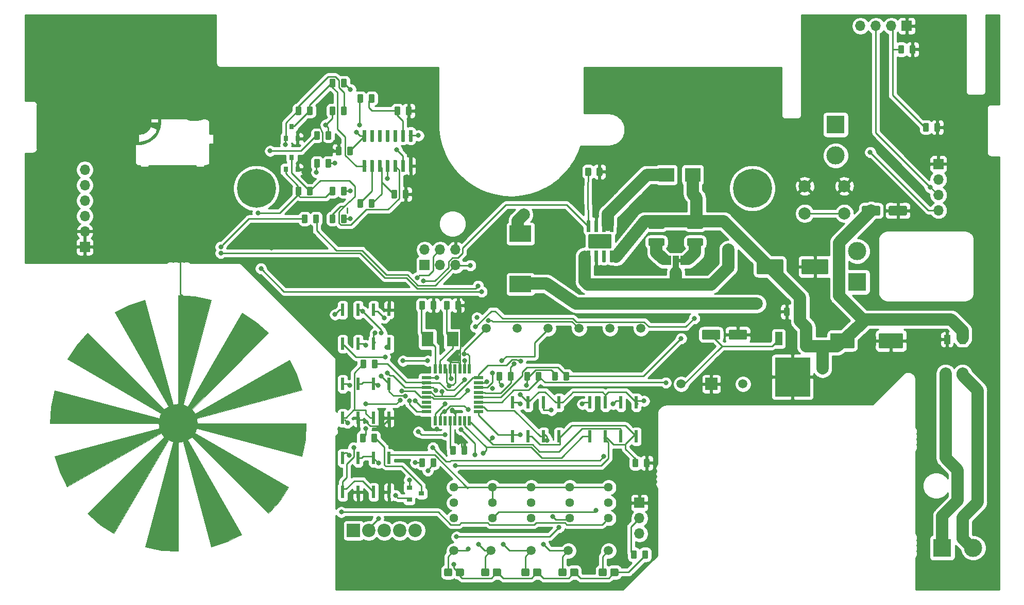
<source format=gbr>
G04 #@! TF.GenerationSoftware,KiCad,Pcbnew,(5.1.5-0-10_14)*
G04 #@! TF.CreationDate,2019-12-28T21:45:26+01:00*
G04 #@! TF.ProjectId,ErnoCCC,45726e6f-4343-4432-9e6b-696361645f70,rev?*
G04 #@! TF.SameCoordinates,Original*
G04 #@! TF.FileFunction,Copper,L1,Top*
G04 #@! TF.FilePolarity,Positive*
%FSLAX46Y46*%
G04 Gerber Fmt 4.6, Leading zero omitted, Abs format (unit mm)*
G04 Created by KiCad (PCBNEW (5.1.5-0-10_14)) date 2019-12-28 21:45:26*
%MOMM*%
%LPD*%
G04 APERTURE LIST*
%ADD10C,0.100000*%
%ADD11C,0.050000*%
%ADD12C,0.500000*%
%ADD13C,6.400000*%
%ADD14C,0.800000*%
%ADD15C,3.000000*%
%ADD16R,3.000000X3.000000*%
%ADD17O,1.700000X1.700000*%
%ADD18R,1.700000X1.700000*%
%ADD19R,0.550000X1.600000*%
%ADD20R,1.600000X0.550000*%
%ADD21R,1.200000X2.200000*%
%ADD22R,5.800000X6.400000*%
%ADD23C,1.500000*%
%ADD24R,2.500000X2.300000*%
%ADD25R,1.000000X1.500000*%
%ADD26R,3.600000X2.700000*%
%ADD27R,0.600000X2.000000*%
%ADD28C,1.440000*%
%ADD29R,2.000000X2.000000*%
%ADD30R,2.200000X2.200000*%
%ADD31C,2.200000*%
%ADD32R,0.800000X0.900000*%
%ADD33R,0.900000X0.800000*%
%ADD34C,2.000000*%
%ADD35R,1.900000X2.400000*%
%ADD36C,0.250000*%
%ADD37C,2.000000*%
%ADD38C,1.000000*%
%ADD39C,0.254000*%
G04 APERTURE END LIST*
D10*
G36*
X89009000Y-114073979D02*
G01*
X86303901Y-113945200D01*
X83598800Y-113386400D01*
X88983600Y-93015600D01*
X89009000Y-114073979D01*
G37*
X89009000Y-114073979D02*
X86303901Y-113945200D01*
X83598800Y-113386400D01*
X88983600Y-93015600D01*
X89009000Y-114073979D01*
G36*
X89034400Y-93015600D02*
G01*
X78595000Y-74753000D01*
X81008000Y-73559200D01*
X83548000Y-72721000D01*
X89034400Y-93015600D01*
G37*
X89034400Y-93015600D02*
X78595000Y-74753000D01*
X81008000Y-73559200D01*
X83548000Y-72721000D01*
X89034400Y-93015600D01*
G36*
X89009000Y-93041000D02*
G01*
X70848000Y-82500000D01*
X72321200Y-80214000D01*
X74150000Y-78182000D01*
X89009000Y-93041000D01*
G37*
X89009000Y-93041000D02*
X70848000Y-82500000D01*
X72321200Y-80214000D01*
X74150000Y-78182000D01*
X89009000Y-93041000D01*
G36*
X89034400Y-93015600D02*
G01*
X67976021Y-93041000D01*
X68104800Y-90335901D01*
X68663600Y-87630800D01*
X89034400Y-93015600D01*
G37*
X89034400Y-93015600D02*
X67976021Y-93041000D01*
X68104800Y-90335901D01*
X68663600Y-87630800D01*
X89034400Y-93015600D01*
G36*
X70721000Y-103455000D02*
G01*
X69527200Y-101042000D01*
X68689000Y-98502000D01*
X88983600Y-93015600D01*
X70721000Y-103455000D01*
G37*
X70721000Y-103455000D02*
X69527200Y-101042000D01*
X68689000Y-98502000D01*
X88983600Y-93015600D01*
X70721000Y-103455000D01*
G36*
X78468000Y-111202000D02*
G01*
X76182000Y-109728800D01*
X74150000Y-107900000D01*
X89009000Y-93041000D01*
X78468000Y-111202000D01*
G37*
X78468000Y-111202000D02*
X76182000Y-109728800D01*
X74150000Y-107900000D01*
X89009000Y-93041000D01*
X78468000Y-111202000D01*
G36*
X99423000Y-111329000D02*
G01*
X97010000Y-112522800D01*
X94470000Y-113361000D01*
X88983600Y-93066400D01*
X99423000Y-111329000D01*
G37*
X99423000Y-111329000D02*
X97010000Y-112522800D01*
X94470000Y-113361000D01*
X88983600Y-93066400D01*
X99423000Y-111329000D01*
G36*
X107170000Y-103582000D02*
G01*
X105696800Y-105868000D01*
X103868000Y-107900000D01*
X89009000Y-93041000D01*
X107170000Y-103582000D01*
G37*
X107170000Y-103582000D02*
X105696800Y-105868000D01*
X103868000Y-107900000D01*
X89009000Y-93041000D01*
X107170000Y-103582000D01*
G36*
X109913200Y-95746099D02*
G01*
X109354400Y-98451200D01*
X88983600Y-93066400D01*
X110041979Y-93041000D01*
X109913200Y-95746099D01*
G37*
X109913200Y-95746099D02*
X109354400Y-98451200D01*
X88983600Y-93066400D01*
X110041979Y-93041000D01*
X109913200Y-95746099D01*
G36*
X108490800Y-85040000D02*
G01*
X109329000Y-87580000D01*
X89034400Y-93066400D01*
X107297000Y-82627000D01*
X108490800Y-85040000D01*
G37*
X108490800Y-85040000D02*
X109329000Y-87580000D01*
X89034400Y-93066400D01*
X107297000Y-82627000D01*
X108490800Y-85040000D01*
G36*
X101836000Y-76353200D02*
G01*
X103868000Y-78182000D01*
X89009000Y-93041000D01*
X99550000Y-74880000D01*
X101836000Y-76353200D01*
G37*
X101836000Y-76353200D02*
X103868000Y-78182000D01*
X89009000Y-93041000D01*
X99550000Y-74880000D01*
X101836000Y-76353200D01*
G36*
X91714099Y-72136800D02*
G01*
X94419200Y-72695600D01*
X89034400Y-93066400D01*
X89009000Y-72008021D01*
X91714099Y-72136800D01*
G37*
X91714099Y-72136800D02*
X94419200Y-72695600D01*
X89034400Y-93066400D01*
X89009000Y-72008021D01*
X91714099Y-72136800D01*
D11*
G36*
X171697000Y-66544000D02*
G01*
X171197000Y-66544000D01*
X171197000Y-65944000D01*
X171697000Y-65944000D01*
X171697000Y-66544000D01*
G37*
D12*
X89580500Y-72055300D03*
D13*
X101854000Y-54356000D03*
D14*
X104254000Y-54356000D03*
X103551056Y-56053056D03*
X101854000Y-56756000D03*
X100156944Y-56053056D03*
X99454000Y-54356000D03*
X100156944Y-52658944D03*
X101854000Y-51956000D03*
X103551056Y-52658944D03*
X185085056Y-52658944D03*
X183388000Y-51956000D03*
X181690944Y-52658944D03*
X180988000Y-54356000D03*
X181690944Y-56053056D03*
X183388000Y-56756000D03*
X185085056Y-56053056D03*
X185788000Y-54356000D03*
D13*
X183388000Y-54356000D03*
G04 #@! TA.AperFunction,SMDPad,CuDef*
D11*
G36*
X208579504Y-57240204D02*
G01*
X208603773Y-57243804D01*
X208627571Y-57249765D01*
X208650671Y-57258030D01*
X208672849Y-57268520D01*
X208693893Y-57281133D01*
X208713598Y-57295747D01*
X208731777Y-57312223D01*
X208748253Y-57330402D01*
X208762867Y-57350107D01*
X208775480Y-57371151D01*
X208785970Y-57393329D01*
X208794235Y-57416429D01*
X208800196Y-57440227D01*
X208803796Y-57464496D01*
X208805000Y-57489000D01*
X208805000Y-58589000D01*
X208803796Y-58613504D01*
X208800196Y-58637773D01*
X208794235Y-58661571D01*
X208785970Y-58684671D01*
X208775480Y-58706849D01*
X208762867Y-58727893D01*
X208748253Y-58747598D01*
X208731777Y-58765777D01*
X208713598Y-58782253D01*
X208693893Y-58796867D01*
X208672849Y-58809480D01*
X208650671Y-58819970D01*
X208627571Y-58828235D01*
X208603773Y-58834196D01*
X208579504Y-58837796D01*
X208555000Y-58839000D01*
X206055000Y-58839000D01*
X206030496Y-58837796D01*
X206006227Y-58834196D01*
X205982429Y-58828235D01*
X205959329Y-58819970D01*
X205937151Y-58809480D01*
X205916107Y-58796867D01*
X205896402Y-58782253D01*
X205878223Y-58765777D01*
X205861747Y-58747598D01*
X205847133Y-58727893D01*
X205834520Y-58706849D01*
X205824030Y-58684671D01*
X205815765Y-58661571D01*
X205809804Y-58637773D01*
X205806204Y-58613504D01*
X205805000Y-58589000D01*
X205805000Y-57489000D01*
X205806204Y-57464496D01*
X205809804Y-57440227D01*
X205815765Y-57416429D01*
X205824030Y-57393329D01*
X205834520Y-57371151D01*
X205847133Y-57350107D01*
X205861747Y-57330402D01*
X205878223Y-57312223D01*
X205896402Y-57295747D01*
X205916107Y-57281133D01*
X205937151Y-57268520D01*
X205959329Y-57258030D01*
X205982429Y-57249765D01*
X206006227Y-57243804D01*
X206030496Y-57240204D01*
X206055000Y-57239000D01*
X208555000Y-57239000D01*
X208579504Y-57240204D01*
G37*
G04 #@! TD.AperFunction*
G04 #@! TA.AperFunction,SMDPad,CuDef*
G36*
X204179504Y-57240204D02*
G01*
X204203773Y-57243804D01*
X204227571Y-57249765D01*
X204250671Y-57258030D01*
X204272849Y-57268520D01*
X204293893Y-57281133D01*
X204313598Y-57295747D01*
X204331777Y-57312223D01*
X204348253Y-57330402D01*
X204362867Y-57350107D01*
X204375480Y-57371151D01*
X204385970Y-57393329D01*
X204394235Y-57416429D01*
X204400196Y-57440227D01*
X204403796Y-57464496D01*
X204405000Y-57489000D01*
X204405000Y-58589000D01*
X204403796Y-58613504D01*
X204400196Y-58637773D01*
X204394235Y-58661571D01*
X204385970Y-58684671D01*
X204375480Y-58706849D01*
X204362867Y-58727893D01*
X204348253Y-58747598D01*
X204331777Y-58765777D01*
X204313598Y-58782253D01*
X204293893Y-58796867D01*
X204272849Y-58809480D01*
X204250671Y-58819970D01*
X204227571Y-58828235D01*
X204203773Y-58834196D01*
X204179504Y-58837796D01*
X204155000Y-58839000D01*
X201655000Y-58839000D01*
X201630496Y-58837796D01*
X201606227Y-58834196D01*
X201582429Y-58828235D01*
X201559329Y-58819970D01*
X201537151Y-58809480D01*
X201516107Y-58796867D01*
X201496402Y-58782253D01*
X201478223Y-58765777D01*
X201461747Y-58747598D01*
X201447133Y-58727893D01*
X201434520Y-58706849D01*
X201424030Y-58684671D01*
X201415765Y-58661571D01*
X201409804Y-58637773D01*
X201406204Y-58613504D01*
X201405000Y-58589000D01*
X201405000Y-57489000D01*
X201406204Y-57464496D01*
X201409804Y-57440227D01*
X201415765Y-57416429D01*
X201424030Y-57393329D01*
X201434520Y-57371151D01*
X201447133Y-57350107D01*
X201461747Y-57330402D01*
X201478223Y-57312223D01*
X201496402Y-57295747D01*
X201516107Y-57281133D01*
X201537151Y-57268520D01*
X201559329Y-57258030D01*
X201582429Y-57249765D01*
X201606227Y-57243804D01*
X201630496Y-57240204D01*
X201655000Y-57239000D01*
X204155000Y-57239000D01*
X204179504Y-57240204D01*
G37*
G04 #@! TD.AperFunction*
G04 #@! TA.AperFunction,SMDPad,CuDef*
G36*
X182272504Y-77637204D02*
G01*
X182296773Y-77640804D01*
X182320571Y-77646765D01*
X182343671Y-77655030D01*
X182365849Y-77665520D01*
X182386893Y-77678133D01*
X182406598Y-77692747D01*
X182424777Y-77709223D01*
X182441253Y-77727402D01*
X182455867Y-77747107D01*
X182468480Y-77768151D01*
X182478970Y-77790329D01*
X182487235Y-77813429D01*
X182493196Y-77837227D01*
X182496796Y-77861496D01*
X182498000Y-77886000D01*
X182498000Y-78986000D01*
X182496796Y-79010504D01*
X182493196Y-79034773D01*
X182487235Y-79058571D01*
X182478970Y-79081671D01*
X182468480Y-79103849D01*
X182455867Y-79124893D01*
X182441253Y-79144598D01*
X182424777Y-79162777D01*
X182406598Y-79179253D01*
X182386893Y-79193867D01*
X182365849Y-79206480D01*
X182343671Y-79216970D01*
X182320571Y-79225235D01*
X182296773Y-79231196D01*
X182272504Y-79234796D01*
X182248000Y-79236000D01*
X179748000Y-79236000D01*
X179723496Y-79234796D01*
X179699227Y-79231196D01*
X179675429Y-79225235D01*
X179652329Y-79216970D01*
X179630151Y-79206480D01*
X179609107Y-79193867D01*
X179589402Y-79179253D01*
X179571223Y-79162777D01*
X179554747Y-79144598D01*
X179540133Y-79124893D01*
X179527520Y-79103849D01*
X179517030Y-79081671D01*
X179508765Y-79058571D01*
X179502804Y-79034773D01*
X179499204Y-79010504D01*
X179498000Y-78986000D01*
X179498000Y-77886000D01*
X179499204Y-77861496D01*
X179502804Y-77837227D01*
X179508765Y-77813429D01*
X179517030Y-77790329D01*
X179527520Y-77768151D01*
X179540133Y-77747107D01*
X179554747Y-77727402D01*
X179571223Y-77709223D01*
X179589402Y-77692747D01*
X179609107Y-77678133D01*
X179630151Y-77665520D01*
X179652329Y-77655030D01*
X179675429Y-77646765D01*
X179699227Y-77640804D01*
X179723496Y-77637204D01*
X179748000Y-77636000D01*
X182248000Y-77636000D01*
X182272504Y-77637204D01*
G37*
G04 #@! TD.AperFunction*
G04 #@! TA.AperFunction,SMDPad,CuDef*
G36*
X177872504Y-77637204D02*
G01*
X177896773Y-77640804D01*
X177920571Y-77646765D01*
X177943671Y-77655030D01*
X177965849Y-77665520D01*
X177986893Y-77678133D01*
X178006598Y-77692747D01*
X178024777Y-77709223D01*
X178041253Y-77727402D01*
X178055867Y-77747107D01*
X178068480Y-77768151D01*
X178078970Y-77790329D01*
X178087235Y-77813429D01*
X178093196Y-77837227D01*
X178096796Y-77861496D01*
X178098000Y-77886000D01*
X178098000Y-78986000D01*
X178096796Y-79010504D01*
X178093196Y-79034773D01*
X178087235Y-79058571D01*
X178078970Y-79081671D01*
X178068480Y-79103849D01*
X178055867Y-79124893D01*
X178041253Y-79144598D01*
X178024777Y-79162777D01*
X178006598Y-79179253D01*
X177986893Y-79193867D01*
X177965849Y-79206480D01*
X177943671Y-79216970D01*
X177920571Y-79225235D01*
X177896773Y-79231196D01*
X177872504Y-79234796D01*
X177848000Y-79236000D01*
X175348000Y-79236000D01*
X175323496Y-79234796D01*
X175299227Y-79231196D01*
X175275429Y-79225235D01*
X175252329Y-79216970D01*
X175230151Y-79206480D01*
X175209107Y-79193867D01*
X175189402Y-79179253D01*
X175171223Y-79162777D01*
X175154747Y-79144598D01*
X175140133Y-79124893D01*
X175127520Y-79103849D01*
X175117030Y-79081671D01*
X175108765Y-79058571D01*
X175102804Y-79034773D01*
X175099204Y-79010504D01*
X175098000Y-78986000D01*
X175098000Y-77886000D01*
X175099204Y-77861496D01*
X175102804Y-77837227D01*
X175108765Y-77813429D01*
X175117030Y-77790329D01*
X175127520Y-77768151D01*
X175140133Y-77747107D01*
X175154747Y-77727402D01*
X175171223Y-77709223D01*
X175189402Y-77692747D01*
X175209107Y-77678133D01*
X175230151Y-77665520D01*
X175252329Y-77655030D01*
X175275429Y-77646765D01*
X175299227Y-77640804D01*
X175323496Y-77637204D01*
X175348000Y-77636000D01*
X177848000Y-77636000D01*
X177872504Y-77637204D01*
G37*
G04 #@! TD.AperFunction*
D15*
X197086000Y-48972000D03*
D16*
X197086000Y-43892000D03*
D17*
X164828000Y-111202000D03*
X164828000Y-108662000D03*
D18*
X164828000Y-106122000D03*
D15*
X219692000Y-113538000D03*
D16*
X214612000Y-113538000D03*
D19*
X136894000Y-84092000D03*
X136094000Y-84092000D03*
X135294000Y-84092000D03*
X134494000Y-84092000D03*
X133694000Y-84092000D03*
X132894000Y-84092000D03*
X132094000Y-84092000D03*
X131294000Y-84092000D03*
D20*
X129844000Y-85542000D03*
X129844000Y-86342000D03*
X129844000Y-87142000D03*
X129844000Y-87942000D03*
X129844000Y-88742000D03*
X129844000Y-89542000D03*
X129844000Y-90342000D03*
X129844000Y-91142000D03*
D19*
X131294000Y-92592000D03*
X132094000Y-92592000D03*
X132894000Y-92592000D03*
X133694000Y-92592000D03*
X134494000Y-92592000D03*
X135294000Y-92592000D03*
X136094000Y-92592000D03*
X136894000Y-92592000D03*
D20*
X138344000Y-91142000D03*
X138344000Y-90342000D03*
X138344000Y-89542000D03*
X138344000Y-88742000D03*
X138344000Y-87942000D03*
X138344000Y-87142000D03*
X138344000Y-86342000D03*
X138344000Y-85542000D03*
D14*
X90706056Y-91343944D03*
X89009000Y-90641000D03*
X87311944Y-91343944D03*
X86609000Y-93041000D03*
X87311944Y-94738056D03*
X89009000Y-95441000D03*
X90706056Y-94738056D03*
X91409000Y-93041000D03*
D13*
X89009000Y-93041000D03*
D21*
X192272000Y-79112000D03*
X187712000Y-79112000D03*
D22*
X189992000Y-85412000D03*
D17*
X213977000Y-57989000D03*
X213977000Y-55449000D03*
X213977000Y-52909000D03*
D18*
X213977000Y-50369000D03*
D23*
X165082000Y-77420000D03*
G04 #@! TA.AperFunction,SMDPad,CuDef*
D11*
G36*
X195648504Y-66011204D02*
G01*
X195672773Y-66014804D01*
X195696571Y-66020765D01*
X195719671Y-66029030D01*
X195741849Y-66039520D01*
X195762893Y-66052133D01*
X195782598Y-66066747D01*
X195800777Y-66083223D01*
X195817253Y-66101402D01*
X195831867Y-66121107D01*
X195844480Y-66142151D01*
X195854970Y-66164329D01*
X195863235Y-66187429D01*
X195869196Y-66211227D01*
X195872796Y-66235496D01*
X195874000Y-66260000D01*
X195874000Y-68260000D01*
X195872796Y-68284504D01*
X195869196Y-68308773D01*
X195863235Y-68332571D01*
X195854970Y-68355671D01*
X195844480Y-68377849D01*
X195831867Y-68398893D01*
X195817253Y-68418598D01*
X195800777Y-68436777D01*
X195782598Y-68453253D01*
X195762893Y-68467867D01*
X195741849Y-68480480D01*
X195719671Y-68490970D01*
X195696571Y-68499235D01*
X195672773Y-68505196D01*
X195648504Y-68508796D01*
X195624000Y-68510000D01*
X191724000Y-68510000D01*
X191699496Y-68508796D01*
X191675227Y-68505196D01*
X191651429Y-68499235D01*
X191628329Y-68490970D01*
X191606151Y-68480480D01*
X191585107Y-68467867D01*
X191565402Y-68453253D01*
X191547223Y-68436777D01*
X191530747Y-68418598D01*
X191516133Y-68398893D01*
X191503520Y-68377849D01*
X191493030Y-68355671D01*
X191484765Y-68332571D01*
X191478804Y-68308773D01*
X191475204Y-68284504D01*
X191474000Y-68260000D01*
X191474000Y-66260000D01*
X191475204Y-66235496D01*
X191478804Y-66211227D01*
X191484765Y-66187429D01*
X191493030Y-66164329D01*
X191503520Y-66142151D01*
X191516133Y-66121107D01*
X191530747Y-66101402D01*
X191547223Y-66083223D01*
X191565402Y-66066747D01*
X191585107Y-66052133D01*
X191606151Y-66039520D01*
X191628329Y-66029030D01*
X191651429Y-66020765D01*
X191675227Y-66014804D01*
X191699496Y-66011204D01*
X191724000Y-66010000D01*
X195624000Y-66010000D01*
X195648504Y-66011204D01*
G37*
G04 #@! TD.AperFunction*
G04 #@! TA.AperFunction,SMDPad,CuDef*
G36*
X188248504Y-66011204D02*
G01*
X188272773Y-66014804D01*
X188296571Y-66020765D01*
X188319671Y-66029030D01*
X188341849Y-66039520D01*
X188362893Y-66052133D01*
X188382598Y-66066747D01*
X188400777Y-66083223D01*
X188417253Y-66101402D01*
X188431867Y-66121107D01*
X188444480Y-66142151D01*
X188454970Y-66164329D01*
X188463235Y-66187429D01*
X188469196Y-66211227D01*
X188472796Y-66235496D01*
X188474000Y-66260000D01*
X188474000Y-68260000D01*
X188472796Y-68284504D01*
X188469196Y-68308773D01*
X188463235Y-68332571D01*
X188454970Y-68355671D01*
X188444480Y-68377849D01*
X188431867Y-68398893D01*
X188417253Y-68418598D01*
X188400777Y-68436777D01*
X188382598Y-68453253D01*
X188362893Y-68467867D01*
X188341849Y-68480480D01*
X188319671Y-68490970D01*
X188296571Y-68499235D01*
X188272773Y-68505196D01*
X188248504Y-68508796D01*
X188224000Y-68510000D01*
X184324000Y-68510000D01*
X184299496Y-68508796D01*
X184275227Y-68505196D01*
X184251429Y-68499235D01*
X184228329Y-68490970D01*
X184206151Y-68480480D01*
X184185107Y-68467867D01*
X184165402Y-68453253D01*
X184147223Y-68436777D01*
X184130747Y-68418598D01*
X184116133Y-68398893D01*
X184103520Y-68377849D01*
X184093030Y-68355671D01*
X184084765Y-68332571D01*
X184078804Y-68308773D01*
X184075204Y-68284504D01*
X184074000Y-68260000D01*
X184074000Y-66260000D01*
X184075204Y-66235496D01*
X184078804Y-66211227D01*
X184084765Y-66187429D01*
X184093030Y-66164329D01*
X184103520Y-66142151D01*
X184116133Y-66121107D01*
X184130747Y-66101402D01*
X184147223Y-66083223D01*
X184165402Y-66066747D01*
X184185107Y-66052133D01*
X184206151Y-66039520D01*
X184228329Y-66029030D01*
X184251429Y-66020765D01*
X184275227Y-66014804D01*
X184299496Y-66011204D01*
X184324000Y-66010000D01*
X188224000Y-66010000D01*
X188248504Y-66011204D01*
G37*
G04 #@! TD.AperFunction*
G04 #@! TA.AperFunction,SMDPad,CuDef*
G36*
X207940504Y-78203204D02*
G01*
X207964773Y-78206804D01*
X207988571Y-78212765D01*
X208011671Y-78221030D01*
X208033849Y-78231520D01*
X208054893Y-78244133D01*
X208074598Y-78258747D01*
X208092777Y-78275223D01*
X208109253Y-78293402D01*
X208123867Y-78313107D01*
X208136480Y-78334151D01*
X208146970Y-78356329D01*
X208155235Y-78379429D01*
X208161196Y-78403227D01*
X208164796Y-78427496D01*
X208166000Y-78452000D01*
X208166000Y-80452000D01*
X208164796Y-80476504D01*
X208161196Y-80500773D01*
X208155235Y-80524571D01*
X208146970Y-80547671D01*
X208136480Y-80569849D01*
X208123867Y-80590893D01*
X208109253Y-80610598D01*
X208092777Y-80628777D01*
X208074598Y-80645253D01*
X208054893Y-80659867D01*
X208033849Y-80672480D01*
X208011671Y-80682970D01*
X207988571Y-80691235D01*
X207964773Y-80697196D01*
X207940504Y-80700796D01*
X207916000Y-80702000D01*
X204416000Y-80702000D01*
X204391496Y-80700796D01*
X204367227Y-80697196D01*
X204343429Y-80691235D01*
X204320329Y-80682970D01*
X204298151Y-80672480D01*
X204277107Y-80659867D01*
X204257402Y-80645253D01*
X204239223Y-80628777D01*
X204222747Y-80610598D01*
X204208133Y-80590893D01*
X204195520Y-80569849D01*
X204185030Y-80547671D01*
X204176765Y-80524571D01*
X204170804Y-80500773D01*
X204167204Y-80476504D01*
X204166000Y-80452000D01*
X204166000Y-78452000D01*
X204167204Y-78427496D01*
X204170804Y-78403227D01*
X204176765Y-78379429D01*
X204185030Y-78356329D01*
X204195520Y-78334151D01*
X204208133Y-78313107D01*
X204222747Y-78293402D01*
X204239223Y-78275223D01*
X204257402Y-78258747D01*
X204277107Y-78244133D01*
X204298151Y-78231520D01*
X204320329Y-78221030D01*
X204343429Y-78212765D01*
X204367227Y-78206804D01*
X204391496Y-78203204D01*
X204416000Y-78202000D01*
X207916000Y-78202000D01*
X207940504Y-78203204D01*
G37*
G04 #@! TD.AperFunction*
G04 #@! TA.AperFunction,SMDPad,CuDef*
G36*
X199940504Y-78203204D02*
G01*
X199964773Y-78206804D01*
X199988571Y-78212765D01*
X200011671Y-78221030D01*
X200033849Y-78231520D01*
X200054893Y-78244133D01*
X200074598Y-78258747D01*
X200092777Y-78275223D01*
X200109253Y-78293402D01*
X200123867Y-78313107D01*
X200136480Y-78334151D01*
X200146970Y-78356329D01*
X200155235Y-78379429D01*
X200161196Y-78403227D01*
X200164796Y-78427496D01*
X200166000Y-78452000D01*
X200166000Y-80452000D01*
X200164796Y-80476504D01*
X200161196Y-80500773D01*
X200155235Y-80524571D01*
X200146970Y-80547671D01*
X200136480Y-80569849D01*
X200123867Y-80590893D01*
X200109253Y-80610598D01*
X200092777Y-80628777D01*
X200074598Y-80645253D01*
X200054893Y-80659867D01*
X200033849Y-80672480D01*
X200011671Y-80682970D01*
X199988571Y-80691235D01*
X199964773Y-80697196D01*
X199940504Y-80700796D01*
X199916000Y-80702000D01*
X196416000Y-80702000D01*
X196391496Y-80700796D01*
X196367227Y-80697196D01*
X196343429Y-80691235D01*
X196320329Y-80682970D01*
X196298151Y-80672480D01*
X196277107Y-80659867D01*
X196257402Y-80645253D01*
X196239223Y-80628777D01*
X196222747Y-80610598D01*
X196208133Y-80590893D01*
X196195520Y-80569849D01*
X196185030Y-80547671D01*
X196176765Y-80524571D01*
X196170804Y-80500773D01*
X196167204Y-80476504D01*
X196166000Y-80452000D01*
X196166000Y-78452000D01*
X196167204Y-78427496D01*
X196170804Y-78403227D01*
X196176765Y-78379429D01*
X196185030Y-78356329D01*
X196195520Y-78334151D01*
X196208133Y-78313107D01*
X196222747Y-78293402D01*
X196239223Y-78275223D01*
X196257402Y-78258747D01*
X196277107Y-78244133D01*
X196298151Y-78231520D01*
X196320329Y-78221030D01*
X196343429Y-78212765D01*
X196367227Y-78206804D01*
X196391496Y-78203204D01*
X196416000Y-78202000D01*
X199916000Y-78202000D01*
X199940504Y-78203204D01*
G37*
G04 #@! TD.AperFunction*
D24*
X169282000Y-52147000D03*
X173582000Y-52147000D03*
D25*
X215392000Y-79230001D03*
X215392000Y-84853999D03*
X217932000Y-79230001D03*
X217932000Y-84853999D03*
G04 #@! TA.AperFunction,SMDPad,CuDef*
D11*
G36*
X160030506Y-61865204D02*
G01*
X160054774Y-61868804D01*
X160078573Y-61874765D01*
X160101672Y-61883030D01*
X160123850Y-61893519D01*
X160144893Y-61906132D01*
X160164599Y-61920747D01*
X160182777Y-61937223D01*
X160199253Y-61955401D01*
X160213868Y-61975107D01*
X160226481Y-61996150D01*
X160236970Y-62018328D01*
X160245235Y-62041427D01*
X160251196Y-62065226D01*
X160254796Y-62089494D01*
X160256000Y-62113998D01*
X160256000Y-64024002D01*
X160254796Y-64048506D01*
X160251196Y-64072774D01*
X160245235Y-64096573D01*
X160236970Y-64119672D01*
X160226481Y-64141850D01*
X160213868Y-64162893D01*
X160199253Y-64182599D01*
X160182777Y-64200777D01*
X160164599Y-64217253D01*
X160144893Y-64231868D01*
X160123850Y-64244481D01*
X160101672Y-64254970D01*
X160078573Y-64263235D01*
X160054774Y-64269196D01*
X160030506Y-64272796D01*
X160006002Y-64274000D01*
X156695998Y-64274000D01*
X156671494Y-64272796D01*
X156647226Y-64269196D01*
X156623427Y-64263235D01*
X156600328Y-64254970D01*
X156578150Y-64244481D01*
X156557107Y-64231868D01*
X156537401Y-64217253D01*
X156519223Y-64200777D01*
X156502747Y-64182599D01*
X156488132Y-64162893D01*
X156475519Y-64141850D01*
X156465030Y-64119672D01*
X156456765Y-64096573D01*
X156450804Y-64072774D01*
X156447204Y-64048506D01*
X156446000Y-64024002D01*
X156446000Y-62113998D01*
X156447204Y-62089494D01*
X156450804Y-62065226D01*
X156456765Y-62041427D01*
X156465030Y-62018328D01*
X156475519Y-61996150D01*
X156488132Y-61975107D01*
X156502747Y-61955401D01*
X156519223Y-61937223D01*
X156537401Y-61920747D01*
X156557107Y-61906132D01*
X156578150Y-61893519D01*
X156600328Y-61883030D01*
X156623427Y-61874765D01*
X156647226Y-61868804D01*
X156671494Y-61865204D01*
X156695998Y-61864000D01*
X160006002Y-61864000D01*
X160030506Y-61865204D01*
G37*
G04 #@! TD.AperFunction*
D12*
X156951000Y-63769000D03*
X156951000Y-62369000D03*
X158351000Y-63769000D03*
X158351000Y-62369000D03*
X159751000Y-63769000D03*
X159751000Y-62369000D03*
G04 #@! TA.AperFunction,SMDPad,CuDef*
D11*
G36*
X156610703Y-64569722D02*
G01*
X156625264Y-64571882D01*
X156639543Y-64575459D01*
X156653403Y-64580418D01*
X156666710Y-64586712D01*
X156679336Y-64594280D01*
X156691159Y-64603048D01*
X156702066Y-64612934D01*
X156711952Y-64623841D01*
X156720720Y-64635664D01*
X156728288Y-64648290D01*
X156734582Y-64661597D01*
X156739541Y-64675457D01*
X156743118Y-64689736D01*
X156745278Y-64704297D01*
X156746000Y-64719000D01*
X156746000Y-66369000D01*
X156745278Y-66383703D01*
X156743118Y-66398264D01*
X156739541Y-66412543D01*
X156734582Y-66426403D01*
X156728288Y-66439710D01*
X156720720Y-66452336D01*
X156711952Y-66464159D01*
X156702066Y-66475066D01*
X156691159Y-66484952D01*
X156679336Y-66493720D01*
X156666710Y-66501288D01*
X156653403Y-66507582D01*
X156639543Y-66512541D01*
X156625264Y-66516118D01*
X156610703Y-66518278D01*
X156596000Y-66519000D01*
X156296000Y-66519000D01*
X156281297Y-66518278D01*
X156266736Y-66516118D01*
X156252457Y-66512541D01*
X156238597Y-66507582D01*
X156225290Y-66501288D01*
X156212664Y-66493720D01*
X156200841Y-66484952D01*
X156189934Y-66475066D01*
X156180048Y-66464159D01*
X156171280Y-66452336D01*
X156163712Y-66439710D01*
X156157418Y-66426403D01*
X156152459Y-66412543D01*
X156148882Y-66398264D01*
X156146722Y-66383703D01*
X156146000Y-66369000D01*
X156146000Y-64719000D01*
X156146722Y-64704297D01*
X156148882Y-64689736D01*
X156152459Y-64675457D01*
X156157418Y-64661597D01*
X156163712Y-64648290D01*
X156171280Y-64635664D01*
X156180048Y-64623841D01*
X156189934Y-64612934D01*
X156200841Y-64603048D01*
X156212664Y-64594280D01*
X156225290Y-64586712D01*
X156238597Y-64580418D01*
X156252457Y-64575459D01*
X156266736Y-64571882D01*
X156281297Y-64569722D01*
X156296000Y-64569000D01*
X156596000Y-64569000D01*
X156610703Y-64569722D01*
G37*
G04 #@! TD.AperFunction*
G04 #@! TA.AperFunction,SMDPad,CuDef*
G36*
X157880703Y-64569722D02*
G01*
X157895264Y-64571882D01*
X157909543Y-64575459D01*
X157923403Y-64580418D01*
X157936710Y-64586712D01*
X157949336Y-64594280D01*
X157961159Y-64603048D01*
X157972066Y-64612934D01*
X157981952Y-64623841D01*
X157990720Y-64635664D01*
X157998288Y-64648290D01*
X158004582Y-64661597D01*
X158009541Y-64675457D01*
X158013118Y-64689736D01*
X158015278Y-64704297D01*
X158016000Y-64719000D01*
X158016000Y-66369000D01*
X158015278Y-66383703D01*
X158013118Y-66398264D01*
X158009541Y-66412543D01*
X158004582Y-66426403D01*
X157998288Y-66439710D01*
X157990720Y-66452336D01*
X157981952Y-66464159D01*
X157972066Y-66475066D01*
X157961159Y-66484952D01*
X157949336Y-66493720D01*
X157936710Y-66501288D01*
X157923403Y-66507582D01*
X157909543Y-66512541D01*
X157895264Y-66516118D01*
X157880703Y-66518278D01*
X157866000Y-66519000D01*
X157566000Y-66519000D01*
X157551297Y-66518278D01*
X157536736Y-66516118D01*
X157522457Y-66512541D01*
X157508597Y-66507582D01*
X157495290Y-66501288D01*
X157482664Y-66493720D01*
X157470841Y-66484952D01*
X157459934Y-66475066D01*
X157450048Y-66464159D01*
X157441280Y-66452336D01*
X157433712Y-66439710D01*
X157427418Y-66426403D01*
X157422459Y-66412543D01*
X157418882Y-66398264D01*
X157416722Y-66383703D01*
X157416000Y-66369000D01*
X157416000Y-64719000D01*
X157416722Y-64704297D01*
X157418882Y-64689736D01*
X157422459Y-64675457D01*
X157427418Y-64661597D01*
X157433712Y-64648290D01*
X157441280Y-64635664D01*
X157450048Y-64623841D01*
X157459934Y-64612934D01*
X157470841Y-64603048D01*
X157482664Y-64594280D01*
X157495290Y-64586712D01*
X157508597Y-64580418D01*
X157522457Y-64575459D01*
X157536736Y-64571882D01*
X157551297Y-64569722D01*
X157566000Y-64569000D01*
X157866000Y-64569000D01*
X157880703Y-64569722D01*
G37*
G04 #@! TD.AperFunction*
G04 #@! TA.AperFunction,SMDPad,CuDef*
G36*
X159150703Y-64569722D02*
G01*
X159165264Y-64571882D01*
X159179543Y-64575459D01*
X159193403Y-64580418D01*
X159206710Y-64586712D01*
X159219336Y-64594280D01*
X159231159Y-64603048D01*
X159242066Y-64612934D01*
X159251952Y-64623841D01*
X159260720Y-64635664D01*
X159268288Y-64648290D01*
X159274582Y-64661597D01*
X159279541Y-64675457D01*
X159283118Y-64689736D01*
X159285278Y-64704297D01*
X159286000Y-64719000D01*
X159286000Y-66369000D01*
X159285278Y-66383703D01*
X159283118Y-66398264D01*
X159279541Y-66412543D01*
X159274582Y-66426403D01*
X159268288Y-66439710D01*
X159260720Y-66452336D01*
X159251952Y-66464159D01*
X159242066Y-66475066D01*
X159231159Y-66484952D01*
X159219336Y-66493720D01*
X159206710Y-66501288D01*
X159193403Y-66507582D01*
X159179543Y-66512541D01*
X159165264Y-66516118D01*
X159150703Y-66518278D01*
X159136000Y-66519000D01*
X158836000Y-66519000D01*
X158821297Y-66518278D01*
X158806736Y-66516118D01*
X158792457Y-66512541D01*
X158778597Y-66507582D01*
X158765290Y-66501288D01*
X158752664Y-66493720D01*
X158740841Y-66484952D01*
X158729934Y-66475066D01*
X158720048Y-66464159D01*
X158711280Y-66452336D01*
X158703712Y-66439710D01*
X158697418Y-66426403D01*
X158692459Y-66412543D01*
X158688882Y-66398264D01*
X158686722Y-66383703D01*
X158686000Y-66369000D01*
X158686000Y-64719000D01*
X158686722Y-64704297D01*
X158688882Y-64689736D01*
X158692459Y-64675457D01*
X158697418Y-64661597D01*
X158703712Y-64648290D01*
X158711280Y-64635664D01*
X158720048Y-64623841D01*
X158729934Y-64612934D01*
X158740841Y-64603048D01*
X158752664Y-64594280D01*
X158765290Y-64586712D01*
X158778597Y-64580418D01*
X158792457Y-64575459D01*
X158806736Y-64571882D01*
X158821297Y-64569722D01*
X158836000Y-64569000D01*
X159136000Y-64569000D01*
X159150703Y-64569722D01*
G37*
G04 #@! TD.AperFunction*
G04 #@! TA.AperFunction,SMDPad,CuDef*
G36*
X160420703Y-64569722D02*
G01*
X160435264Y-64571882D01*
X160449543Y-64575459D01*
X160463403Y-64580418D01*
X160476710Y-64586712D01*
X160489336Y-64594280D01*
X160501159Y-64603048D01*
X160512066Y-64612934D01*
X160521952Y-64623841D01*
X160530720Y-64635664D01*
X160538288Y-64648290D01*
X160544582Y-64661597D01*
X160549541Y-64675457D01*
X160553118Y-64689736D01*
X160555278Y-64704297D01*
X160556000Y-64719000D01*
X160556000Y-66369000D01*
X160555278Y-66383703D01*
X160553118Y-66398264D01*
X160549541Y-66412543D01*
X160544582Y-66426403D01*
X160538288Y-66439710D01*
X160530720Y-66452336D01*
X160521952Y-66464159D01*
X160512066Y-66475066D01*
X160501159Y-66484952D01*
X160489336Y-66493720D01*
X160476710Y-66501288D01*
X160463403Y-66507582D01*
X160449543Y-66512541D01*
X160435264Y-66516118D01*
X160420703Y-66518278D01*
X160406000Y-66519000D01*
X160106000Y-66519000D01*
X160091297Y-66518278D01*
X160076736Y-66516118D01*
X160062457Y-66512541D01*
X160048597Y-66507582D01*
X160035290Y-66501288D01*
X160022664Y-66493720D01*
X160010841Y-66484952D01*
X159999934Y-66475066D01*
X159990048Y-66464159D01*
X159981280Y-66452336D01*
X159973712Y-66439710D01*
X159967418Y-66426403D01*
X159962459Y-66412543D01*
X159958882Y-66398264D01*
X159956722Y-66383703D01*
X159956000Y-66369000D01*
X159956000Y-64719000D01*
X159956722Y-64704297D01*
X159958882Y-64689736D01*
X159962459Y-64675457D01*
X159967418Y-64661597D01*
X159973712Y-64648290D01*
X159981280Y-64635664D01*
X159990048Y-64623841D01*
X159999934Y-64612934D01*
X160010841Y-64603048D01*
X160022664Y-64594280D01*
X160035290Y-64586712D01*
X160048597Y-64580418D01*
X160062457Y-64575459D01*
X160076736Y-64571882D01*
X160091297Y-64569722D01*
X160106000Y-64569000D01*
X160406000Y-64569000D01*
X160420703Y-64569722D01*
G37*
G04 #@! TD.AperFunction*
G04 #@! TA.AperFunction,SMDPad,CuDef*
G36*
X160420703Y-59619722D02*
G01*
X160435264Y-59621882D01*
X160449543Y-59625459D01*
X160463403Y-59630418D01*
X160476710Y-59636712D01*
X160489336Y-59644280D01*
X160501159Y-59653048D01*
X160512066Y-59662934D01*
X160521952Y-59673841D01*
X160530720Y-59685664D01*
X160538288Y-59698290D01*
X160544582Y-59711597D01*
X160549541Y-59725457D01*
X160553118Y-59739736D01*
X160555278Y-59754297D01*
X160556000Y-59769000D01*
X160556000Y-61419000D01*
X160555278Y-61433703D01*
X160553118Y-61448264D01*
X160549541Y-61462543D01*
X160544582Y-61476403D01*
X160538288Y-61489710D01*
X160530720Y-61502336D01*
X160521952Y-61514159D01*
X160512066Y-61525066D01*
X160501159Y-61534952D01*
X160489336Y-61543720D01*
X160476710Y-61551288D01*
X160463403Y-61557582D01*
X160449543Y-61562541D01*
X160435264Y-61566118D01*
X160420703Y-61568278D01*
X160406000Y-61569000D01*
X160106000Y-61569000D01*
X160091297Y-61568278D01*
X160076736Y-61566118D01*
X160062457Y-61562541D01*
X160048597Y-61557582D01*
X160035290Y-61551288D01*
X160022664Y-61543720D01*
X160010841Y-61534952D01*
X159999934Y-61525066D01*
X159990048Y-61514159D01*
X159981280Y-61502336D01*
X159973712Y-61489710D01*
X159967418Y-61476403D01*
X159962459Y-61462543D01*
X159958882Y-61448264D01*
X159956722Y-61433703D01*
X159956000Y-61419000D01*
X159956000Y-59769000D01*
X159956722Y-59754297D01*
X159958882Y-59739736D01*
X159962459Y-59725457D01*
X159967418Y-59711597D01*
X159973712Y-59698290D01*
X159981280Y-59685664D01*
X159990048Y-59673841D01*
X159999934Y-59662934D01*
X160010841Y-59653048D01*
X160022664Y-59644280D01*
X160035290Y-59636712D01*
X160048597Y-59630418D01*
X160062457Y-59625459D01*
X160076736Y-59621882D01*
X160091297Y-59619722D01*
X160106000Y-59619000D01*
X160406000Y-59619000D01*
X160420703Y-59619722D01*
G37*
G04 #@! TD.AperFunction*
G04 #@! TA.AperFunction,SMDPad,CuDef*
G36*
X159150703Y-59619722D02*
G01*
X159165264Y-59621882D01*
X159179543Y-59625459D01*
X159193403Y-59630418D01*
X159206710Y-59636712D01*
X159219336Y-59644280D01*
X159231159Y-59653048D01*
X159242066Y-59662934D01*
X159251952Y-59673841D01*
X159260720Y-59685664D01*
X159268288Y-59698290D01*
X159274582Y-59711597D01*
X159279541Y-59725457D01*
X159283118Y-59739736D01*
X159285278Y-59754297D01*
X159286000Y-59769000D01*
X159286000Y-61419000D01*
X159285278Y-61433703D01*
X159283118Y-61448264D01*
X159279541Y-61462543D01*
X159274582Y-61476403D01*
X159268288Y-61489710D01*
X159260720Y-61502336D01*
X159251952Y-61514159D01*
X159242066Y-61525066D01*
X159231159Y-61534952D01*
X159219336Y-61543720D01*
X159206710Y-61551288D01*
X159193403Y-61557582D01*
X159179543Y-61562541D01*
X159165264Y-61566118D01*
X159150703Y-61568278D01*
X159136000Y-61569000D01*
X158836000Y-61569000D01*
X158821297Y-61568278D01*
X158806736Y-61566118D01*
X158792457Y-61562541D01*
X158778597Y-61557582D01*
X158765290Y-61551288D01*
X158752664Y-61543720D01*
X158740841Y-61534952D01*
X158729934Y-61525066D01*
X158720048Y-61514159D01*
X158711280Y-61502336D01*
X158703712Y-61489710D01*
X158697418Y-61476403D01*
X158692459Y-61462543D01*
X158688882Y-61448264D01*
X158686722Y-61433703D01*
X158686000Y-61419000D01*
X158686000Y-59769000D01*
X158686722Y-59754297D01*
X158688882Y-59739736D01*
X158692459Y-59725457D01*
X158697418Y-59711597D01*
X158703712Y-59698290D01*
X158711280Y-59685664D01*
X158720048Y-59673841D01*
X158729934Y-59662934D01*
X158740841Y-59653048D01*
X158752664Y-59644280D01*
X158765290Y-59636712D01*
X158778597Y-59630418D01*
X158792457Y-59625459D01*
X158806736Y-59621882D01*
X158821297Y-59619722D01*
X158836000Y-59619000D01*
X159136000Y-59619000D01*
X159150703Y-59619722D01*
G37*
G04 #@! TD.AperFunction*
G04 #@! TA.AperFunction,SMDPad,CuDef*
G36*
X157880703Y-59619722D02*
G01*
X157895264Y-59621882D01*
X157909543Y-59625459D01*
X157923403Y-59630418D01*
X157936710Y-59636712D01*
X157949336Y-59644280D01*
X157961159Y-59653048D01*
X157972066Y-59662934D01*
X157981952Y-59673841D01*
X157990720Y-59685664D01*
X157998288Y-59698290D01*
X158004582Y-59711597D01*
X158009541Y-59725457D01*
X158013118Y-59739736D01*
X158015278Y-59754297D01*
X158016000Y-59769000D01*
X158016000Y-61419000D01*
X158015278Y-61433703D01*
X158013118Y-61448264D01*
X158009541Y-61462543D01*
X158004582Y-61476403D01*
X157998288Y-61489710D01*
X157990720Y-61502336D01*
X157981952Y-61514159D01*
X157972066Y-61525066D01*
X157961159Y-61534952D01*
X157949336Y-61543720D01*
X157936710Y-61551288D01*
X157923403Y-61557582D01*
X157909543Y-61562541D01*
X157895264Y-61566118D01*
X157880703Y-61568278D01*
X157866000Y-61569000D01*
X157566000Y-61569000D01*
X157551297Y-61568278D01*
X157536736Y-61566118D01*
X157522457Y-61562541D01*
X157508597Y-61557582D01*
X157495290Y-61551288D01*
X157482664Y-61543720D01*
X157470841Y-61534952D01*
X157459934Y-61525066D01*
X157450048Y-61514159D01*
X157441280Y-61502336D01*
X157433712Y-61489710D01*
X157427418Y-61476403D01*
X157422459Y-61462543D01*
X157418882Y-61448264D01*
X157416722Y-61433703D01*
X157416000Y-61419000D01*
X157416000Y-59769000D01*
X157416722Y-59754297D01*
X157418882Y-59739736D01*
X157422459Y-59725457D01*
X157427418Y-59711597D01*
X157433712Y-59698290D01*
X157441280Y-59685664D01*
X157450048Y-59673841D01*
X157459934Y-59662934D01*
X157470841Y-59653048D01*
X157482664Y-59644280D01*
X157495290Y-59636712D01*
X157508597Y-59630418D01*
X157522457Y-59625459D01*
X157536736Y-59621882D01*
X157551297Y-59619722D01*
X157566000Y-59619000D01*
X157866000Y-59619000D01*
X157880703Y-59619722D01*
G37*
G04 #@! TD.AperFunction*
G04 #@! TA.AperFunction,SMDPad,CuDef*
G36*
X156610703Y-59619722D02*
G01*
X156625264Y-59621882D01*
X156639543Y-59625459D01*
X156653403Y-59630418D01*
X156666710Y-59636712D01*
X156679336Y-59644280D01*
X156691159Y-59653048D01*
X156702066Y-59662934D01*
X156711952Y-59673841D01*
X156720720Y-59685664D01*
X156728288Y-59698290D01*
X156734582Y-59711597D01*
X156739541Y-59725457D01*
X156743118Y-59739736D01*
X156745278Y-59754297D01*
X156746000Y-59769000D01*
X156746000Y-61419000D01*
X156745278Y-61433703D01*
X156743118Y-61448264D01*
X156739541Y-61462543D01*
X156734582Y-61476403D01*
X156728288Y-61489710D01*
X156720720Y-61502336D01*
X156711952Y-61514159D01*
X156702066Y-61525066D01*
X156691159Y-61534952D01*
X156679336Y-61543720D01*
X156666710Y-61551288D01*
X156653403Y-61557582D01*
X156639543Y-61562541D01*
X156625264Y-61566118D01*
X156610703Y-61568278D01*
X156596000Y-61569000D01*
X156296000Y-61569000D01*
X156281297Y-61568278D01*
X156266736Y-61566118D01*
X156252457Y-61562541D01*
X156238597Y-61557582D01*
X156225290Y-61551288D01*
X156212664Y-61543720D01*
X156200841Y-61534952D01*
X156189934Y-61525066D01*
X156180048Y-61514159D01*
X156171280Y-61502336D01*
X156163712Y-61489710D01*
X156157418Y-61476403D01*
X156152459Y-61462543D01*
X156148882Y-61448264D01*
X156146722Y-61433703D01*
X156146000Y-61419000D01*
X156146000Y-59769000D01*
X156146722Y-59754297D01*
X156148882Y-59739736D01*
X156152459Y-59725457D01*
X156157418Y-59711597D01*
X156163712Y-59698290D01*
X156171280Y-59685664D01*
X156180048Y-59673841D01*
X156189934Y-59662934D01*
X156200841Y-59653048D01*
X156212664Y-59644280D01*
X156225290Y-59636712D01*
X156238597Y-59630418D01*
X156252457Y-59625459D01*
X156266736Y-59621882D01*
X156281297Y-59619722D01*
X156296000Y-59619000D01*
X156596000Y-59619000D01*
X156610703Y-59619722D01*
G37*
G04 #@! TD.AperFunction*
G04 #@! TA.AperFunction,SMDPad,CuDef*
G36*
X175071504Y-59775204D02*
G01*
X175095773Y-59778804D01*
X175119571Y-59784765D01*
X175142671Y-59793030D01*
X175164849Y-59803520D01*
X175185893Y-59816133D01*
X175205598Y-59830747D01*
X175223777Y-59847223D01*
X175240253Y-59865402D01*
X175254867Y-59885107D01*
X175267480Y-59906151D01*
X175277970Y-59928329D01*
X175286235Y-59951429D01*
X175292196Y-59975227D01*
X175295796Y-59999496D01*
X175297000Y-60024000D01*
X175297000Y-60774000D01*
X175295796Y-60798504D01*
X175292196Y-60822773D01*
X175286235Y-60846571D01*
X175277970Y-60869671D01*
X175267480Y-60891849D01*
X175254867Y-60912893D01*
X175240253Y-60932598D01*
X175223777Y-60950777D01*
X175205598Y-60967253D01*
X175185893Y-60981867D01*
X175164849Y-60994480D01*
X175142671Y-61004970D01*
X175119571Y-61013235D01*
X175095773Y-61019196D01*
X175071504Y-61022796D01*
X175047000Y-61024000D01*
X172897000Y-61024000D01*
X172872496Y-61022796D01*
X172848227Y-61019196D01*
X172824429Y-61013235D01*
X172801329Y-61004970D01*
X172779151Y-60994480D01*
X172758107Y-60981867D01*
X172738402Y-60967253D01*
X172720223Y-60950777D01*
X172703747Y-60932598D01*
X172689133Y-60912893D01*
X172676520Y-60891849D01*
X172666030Y-60869671D01*
X172657765Y-60846571D01*
X172651804Y-60822773D01*
X172648204Y-60798504D01*
X172647000Y-60774000D01*
X172647000Y-60024000D01*
X172648204Y-59999496D01*
X172651804Y-59975227D01*
X172657765Y-59951429D01*
X172666030Y-59928329D01*
X172676520Y-59906151D01*
X172689133Y-59885107D01*
X172703747Y-59865402D01*
X172720223Y-59847223D01*
X172738402Y-59830747D01*
X172758107Y-59816133D01*
X172779151Y-59803520D01*
X172801329Y-59793030D01*
X172824429Y-59784765D01*
X172848227Y-59778804D01*
X172872496Y-59775204D01*
X172897000Y-59774000D01*
X175047000Y-59774000D01*
X175071504Y-59775204D01*
G37*
G04 #@! TD.AperFunction*
G04 #@! TA.AperFunction,SMDPad,CuDef*
G36*
X175071504Y-62575204D02*
G01*
X175095773Y-62578804D01*
X175119571Y-62584765D01*
X175142671Y-62593030D01*
X175164849Y-62603520D01*
X175185893Y-62616133D01*
X175205598Y-62630747D01*
X175223777Y-62647223D01*
X175240253Y-62665402D01*
X175254867Y-62685107D01*
X175267480Y-62706151D01*
X175277970Y-62728329D01*
X175286235Y-62751429D01*
X175292196Y-62775227D01*
X175295796Y-62799496D01*
X175297000Y-62824000D01*
X175297000Y-63574000D01*
X175295796Y-63598504D01*
X175292196Y-63622773D01*
X175286235Y-63646571D01*
X175277970Y-63669671D01*
X175267480Y-63691849D01*
X175254867Y-63712893D01*
X175240253Y-63732598D01*
X175223777Y-63750777D01*
X175205598Y-63767253D01*
X175185893Y-63781867D01*
X175164849Y-63794480D01*
X175142671Y-63804970D01*
X175119571Y-63813235D01*
X175095773Y-63819196D01*
X175071504Y-63822796D01*
X175047000Y-63824000D01*
X172897000Y-63824000D01*
X172872496Y-63822796D01*
X172848227Y-63819196D01*
X172824429Y-63813235D01*
X172801329Y-63804970D01*
X172779151Y-63794480D01*
X172758107Y-63781867D01*
X172738402Y-63767253D01*
X172720223Y-63750777D01*
X172703747Y-63732598D01*
X172689133Y-63712893D01*
X172676520Y-63691849D01*
X172666030Y-63669671D01*
X172657765Y-63646571D01*
X172651804Y-63622773D01*
X172648204Y-63598504D01*
X172647000Y-63574000D01*
X172647000Y-62824000D01*
X172648204Y-62799496D01*
X172651804Y-62775227D01*
X172657765Y-62751429D01*
X172666030Y-62728329D01*
X172676520Y-62706151D01*
X172689133Y-62685107D01*
X172703747Y-62665402D01*
X172720223Y-62647223D01*
X172738402Y-62630747D01*
X172758107Y-62616133D01*
X172779151Y-62603520D01*
X172801329Y-62593030D01*
X172824429Y-62584765D01*
X172848227Y-62578804D01*
X172872496Y-62575204D01*
X172897000Y-62574000D01*
X175047000Y-62574000D01*
X175071504Y-62575204D01*
G37*
G04 #@! TD.AperFunction*
G04 #@! TA.AperFunction,SMDPad,CuDef*
G36*
X168721504Y-59775204D02*
G01*
X168745773Y-59778804D01*
X168769571Y-59784765D01*
X168792671Y-59793030D01*
X168814849Y-59803520D01*
X168835893Y-59816133D01*
X168855598Y-59830747D01*
X168873777Y-59847223D01*
X168890253Y-59865402D01*
X168904867Y-59885107D01*
X168917480Y-59906151D01*
X168927970Y-59928329D01*
X168936235Y-59951429D01*
X168942196Y-59975227D01*
X168945796Y-59999496D01*
X168947000Y-60024000D01*
X168947000Y-60774000D01*
X168945796Y-60798504D01*
X168942196Y-60822773D01*
X168936235Y-60846571D01*
X168927970Y-60869671D01*
X168917480Y-60891849D01*
X168904867Y-60912893D01*
X168890253Y-60932598D01*
X168873777Y-60950777D01*
X168855598Y-60967253D01*
X168835893Y-60981867D01*
X168814849Y-60994480D01*
X168792671Y-61004970D01*
X168769571Y-61013235D01*
X168745773Y-61019196D01*
X168721504Y-61022796D01*
X168697000Y-61024000D01*
X166547000Y-61024000D01*
X166522496Y-61022796D01*
X166498227Y-61019196D01*
X166474429Y-61013235D01*
X166451329Y-61004970D01*
X166429151Y-60994480D01*
X166408107Y-60981867D01*
X166388402Y-60967253D01*
X166370223Y-60950777D01*
X166353747Y-60932598D01*
X166339133Y-60912893D01*
X166326520Y-60891849D01*
X166316030Y-60869671D01*
X166307765Y-60846571D01*
X166301804Y-60822773D01*
X166298204Y-60798504D01*
X166297000Y-60774000D01*
X166297000Y-60024000D01*
X166298204Y-59999496D01*
X166301804Y-59975227D01*
X166307765Y-59951429D01*
X166316030Y-59928329D01*
X166326520Y-59906151D01*
X166339133Y-59885107D01*
X166353747Y-59865402D01*
X166370223Y-59847223D01*
X166388402Y-59830747D01*
X166408107Y-59816133D01*
X166429151Y-59803520D01*
X166451329Y-59793030D01*
X166474429Y-59784765D01*
X166498227Y-59778804D01*
X166522496Y-59775204D01*
X166547000Y-59774000D01*
X168697000Y-59774000D01*
X168721504Y-59775204D01*
G37*
G04 #@! TD.AperFunction*
G04 #@! TA.AperFunction,SMDPad,CuDef*
G36*
X168721504Y-62575204D02*
G01*
X168745773Y-62578804D01*
X168769571Y-62584765D01*
X168792671Y-62593030D01*
X168814849Y-62603520D01*
X168835893Y-62616133D01*
X168855598Y-62630747D01*
X168873777Y-62647223D01*
X168890253Y-62665402D01*
X168904867Y-62685107D01*
X168917480Y-62706151D01*
X168927970Y-62728329D01*
X168936235Y-62751429D01*
X168942196Y-62775227D01*
X168945796Y-62799496D01*
X168947000Y-62824000D01*
X168947000Y-63574000D01*
X168945796Y-63598504D01*
X168942196Y-63622773D01*
X168936235Y-63646571D01*
X168927970Y-63669671D01*
X168917480Y-63691849D01*
X168904867Y-63712893D01*
X168890253Y-63732598D01*
X168873777Y-63750777D01*
X168855598Y-63767253D01*
X168835893Y-63781867D01*
X168814849Y-63794480D01*
X168792671Y-63804970D01*
X168769571Y-63813235D01*
X168745773Y-63819196D01*
X168721504Y-63822796D01*
X168697000Y-63824000D01*
X166547000Y-63824000D01*
X166522496Y-63822796D01*
X166498227Y-63819196D01*
X166474429Y-63813235D01*
X166451329Y-63804970D01*
X166429151Y-63794480D01*
X166408107Y-63781867D01*
X166388402Y-63767253D01*
X166370223Y-63750777D01*
X166353747Y-63732598D01*
X166339133Y-63712893D01*
X166326520Y-63691849D01*
X166316030Y-63669671D01*
X166307765Y-63646571D01*
X166301804Y-63622773D01*
X166298204Y-63598504D01*
X166297000Y-63574000D01*
X166297000Y-62824000D01*
X166298204Y-62799496D01*
X166301804Y-62775227D01*
X166307765Y-62751429D01*
X166316030Y-62728329D01*
X166326520Y-62706151D01*
X166339133Y-62685107D01*
X166353747Y-62665402D01*
X166370223Y-62647223D01*
X166388402Y-62630747D01*
X166408107Y-62616133D01*
X166429151Y-62603520D01*
X166451329Y-62593030D01*
X166474429Y-62584765D01*
X166498227Y-62578804D01*
X166522496Y-62575204D01*
X166547000Y-62574000D01*
X168697000Y-62574000D01*
X168721504Y-62575204D01*
G37*
G04 #@! TD.AperFunction*
D26*
X145270000Y-70140000D03*
X145270000Y-61840000D03*
D25*
X170797000Y-66244000D03*
X169497000Y-66244000D03*
X172097000Y-66244000D03*
D15*
X200642000Y-64720000D03*
D16*
X200642000Y-69800000D03*
G04 #@! TA.AperFunction,SMDPad,CuDef*
D11*
G36*
X158540142Y-50940174D02*
G01*
X158563803Y-50943684D01*
X158587007Y-50949496D01*
X158609529Y-50957554D01*
X158631153Y-50967782D01*
X158651670Y-50980079D01*
X158670883Y-50994329D01*
X158688607Y-51010393D01*
X158704671Y-51028117D01*
X158718921Y-51047330D01*
X158731218Y-51067847D01*
X158741446Y-51089471D01*
X158749504Y-51111993D01*
X158755316Y-51135197D01*
X158758826Y-51158858D01*
X158760000Y-51182750D01*
X158760000Y-52095250D01*
X158758826Y-52119142D01*
X158755316Y-52142803D01*
X158749504Y-52166007D01*
X158741446Y-52188529D01*
X158731218Y-52210153D01*
X158718921Y-52230670D01*
X158704671Y-52249883D01*
X158688607Y-52267607D01*
X158670883Y-52283671D01*
X158651670Y-52297921D01*
X158631153Y-52310218D01*
X158609529Y-52320446D01*
X158587007Y-52328504D01*
X158563803Y-52334316D01*
X158540142Y-52337826D01*
X158516250Y-52339000D01*
X158028750Y-52339000D01*
X158004858Y-52337826D01*
X157981197Y-52334316D01*
X157957993Y-52328504D01*
X157935471Y-52320446D01*
X157913847Y-52310218D01*
X157893330Y-52297921D01*
X157874117Y-52283671D01*
X157856393Y-52267607D01*
X157840329Y-52249883D01*
X157826079Y-52230670D01*
X157813782Y-52210153D01*
X157803554Y-52188529D01*
X157795496Y-52166007D01*
X157789684Y-52142803D01*
X157786174Y-52119142D01*
X157785000Y-52095250D01*
X157785000Y-51182750D01*
X157786174Y-51158858D01*
X157789684Y-51135197D01*
X157795496Y-51111993D01*
X157803554Y-51089471D01*
X157813782Y-51067847D01*
X157826079Y-51047330D01*
X157840329Y-51028117D01*
X157856393Y-51010393D01*
X157874117Y-50994329D01*
X157893330Y-50980079D01*
X157913847Y-50967782D01*
X157935471Y-50957554D01*
X157957993Y-50949496D01*
X157981197Y-50943684D01*
X158004858Y-50940174D01*
X158028750Y-50939000D01*
X158516250Y-50939000D01*
X158540142Y-50940174D01*
G37*
G04 #@! TD.AperFunction*
G04 #@! TA.AperFunction,SMDPad,CuDef*
G36*
X156665142Y-50940174D02*
G01*
X156688803Y-50943684D01*
X156712007Y-50949496D01*
X156734529Y-50957554D01*
X156756153Y-50967782D01*
X156776670Y-50980079D01*
X156795883Y-50994329D01*
X156813607Y-51010393D01*
X156829671Y-51028117D01*
X156843921Y-51047330D01*
X156856218Y-51067847D01*
X156866446Y-51089471D01*
X156874504Y-51111993D01*
X156880316Y-51135197D01*
X156883826Y-51158858D01*
X156885000Y-51182750D01*
X156885000Y-52095250D01*
X156883826Y-52119142D01*
X156880316Y-52142803D01*
X156874504Y-52166007D01*
X156866446Y-52188529D01*
X156856218Y-52210153D01*
X156843921Y-52230670D01*
X156829671Y-52249883D01*
X156813607Y-52267607D01*
X156795883Y-52283671D01*
X156776670Y-52297921D01*
X156756153Y-52310218D01*
X156734529Y-52320446D01*
X156712007Y-52328504D01*
X156688803Y-52334316D01*
X156665142Y-52337826D01*
X156641250Y-52339000D01*
X156153750Y-52339000D01*
X156129858Y-52337826D01*
X156106197Y-52334316D01*
X156082993Y-52328504D01*
X156060471Y-52320446D01*
X156038847Y-52310218D01*
X156018330Y-52297921D01*
X155999117Y-52283671D01*
X155981393Y-52267607D01*
X155965329Y-52249883D01*
X155951079Y-52230670D01*
X155938782Y-52210153D01*
X155928554Y-52188529D01*
X155920496Y-52166007D01*
X155914684Y-52142803D01*
X155911174Y-52119142D01*
X155910000Y-52095250D01*
X155910000Y-51182750D01*
X155911174Y-51158858D01*
X155914684Y-51135197D01*
X155920496Y-51111993D01*
X155928554Y-51089471D01*
X155938782Y-51067847D01*
X155951079Y-51047330D01*
X155965329Y-51028117D01*
X155981393Y-51010393D01*
X155999117Y-50994329D01*
X156018330Y-50980079D01*
X156038847Y-50967782D01*
X156060471Y-50957554D01*
X156082993Y-50949496D01*
X156106197Y-50943684D01*
X156129858Y-50940174D01*
X156153750Y-50939000D01*
X156641250Y-50939000D01*
X156665142Y-50940174D01*
G37*
G04 #@! TD.AperFunction*
D27*
X156700000Y-89606000D03*
X156700000Y-95206000D03*
X159240000Y-89606000D03*
X159240000Y-95206000D03*
X161780000Y-89606000D03*
X161780000Y-95206000D03*
X164320000Y-89606000D03*
X164320000Y-95206000D03*
X144000000Y-89606000D03*
X144000000Y-95206000D03*
X146540000Y-89606000D03*
X146540000Y-95206000D03*
X149080000Y-89606000D03*
X149080000Y-95206000D03*
X151620000Y-89606000D03*
X151620000Y-95206000D03*
X123680000Y-79966000D03*
X123680000Y-74366000D03*
X121140000Y-79966000D03*
X121140000Y-74366000D03*
X118600000Y-79966000D03*
X118600000Y-74366000D03*
X116060000Y-79966000D03*
X116060000Y-74366000D03*
X116060000Y-98750000D03*
X116060000Y-104350000D03*
X118600000Y-98750000D03*
X118600000Y-104350000D03*
X121140000Y-98750000D03*
X121140000Y-104350000D03*
X123680000Y-98750000D03*
X123680000Y-104350000D03*
X123680000Y-92158000D03*
X123680000Y-86558000D03*
X121140000Y-92158000D03*
X121140000Y-86558000D03*
X118600000Y-92158000D03*
X118600000Y-86558000D03*
X116060000Y-92158000D03*
X116060000Y-86558000D03*
G04 #@! TA.AperFunction,SMDPad,CuDef*
D11*
G36*
X136315142Y-96787174D02*
G01*
X136338803Y-96790684D01*
X136362007Y-96796496D01*
X136384529Y-96804554D01*
X136406153Y-96814782D01*
X136426670Y-96827079D01*
X136445883Y-96841329D01*
X136463607Y-96857393D01*
X136479671Y-96875117D01*
X136493921Y-96894330D01*
X136506218Y-96914847D01*
X136516446Y-96936471D01*
X136524504Y-96958993D01*
X136530316Y-96982197D01*
X136533826Y-97005858D01*
X136535000Y-97029750D01*
X136535000Y-97942250D01*
X136533826Y-97966142D01*
X136530316Y-97989803D01*
X136524504Y-98013007D01*
X136516446Y-98035529D01*
X136506218Y-98057153D01*
X136493921Y-98077670D01*
X136479671Y-98096883D01*
X136463607Y-98114607D01*
X136445883Y-98130671D01*
X136426670Y-98144921D01*
X136406153Y-98157218D01*
X136384529Y-98167446D01*
X136362007Y-98175504D01*
X136338803Y-98181316D01*
X136315142Y-98184826D01*
X136291250Y-98186000D01*
X135803750Y-98186000D01*
X135779858Y-98184826D01*
X135756197Y-98181316D01*
X135732993Y-98175504D01*
X135710471Y-98167446D01*
X135688847Y-98157218D01*
X135668330Y-98144921D01*
X135649117Y-98130671D01*
X135631393Y-98114607D01*
X135615329Y-98096883D01*
X135601079Y-98077670D01*
X135588782Y-98057153D01*
X135578554Y-98035529D01*
X135570496Y-98013007D01*
X135564684Y-97989803D01*
X135561174Y-97966142D01*
X135560000Y-97942250D01*
X135560000Y-97029750D01*
X135561174Y-97005858D01*
X135564684Y-96982197D01*
X135570496Y-96958993D01*
X135578554Y-96936471D01*
X135588782Y-96914847D01*
X135601079Y-96894330D01*
X135615329Y-96875117D01*
X135631393Y-96857393D01*
X135649117Y-96841329D01*
X135668330Y-96827079D01*
X135688847Y-96814782D01*
X135710471Y-96804554D01*
X135732993Y-96796496D01*
X135756197Y-96790684D01*
X135779858Y-96787174D01*
X135803750Y-96786000D01*
X136291250Y-96786000D01*
X136315142Y-96787174D01*
G37*
G04 #@! TD.AperFunction*
G04 #@! TA.AperFunction,SMDPad,CuDef*
G36*
X134440142Y-96787174D02*
G01*
X134463803Y-96790684D01*
X134487007Y-96796496D01*
X134509529Y-96804554D01*
X134531153Y-96814782D01*
X134551670Y-96827079D01*
X134570883Y-96841329D01*
X134588607Y-96857393D01*
X134604671Y-96875117D01*
X134618921Y-96894330D01*
X134631218Y-96914847D01*
X134641446Y-96936471D01*
X134649504Y-96958993D01*
X134655316Y-96982197D01*
X134658826Y-97005858D01*
X134660000Y-97029750D01*
X134660000Y-97942250D01*
X134658826Y-97966142D01*
X134655316Y-97989803D01*
X134649504Y-98013007D01*
X134641446Y-98035529D01*
X134631218Y-98057153D01*
X134618921Y-98077670D01*
X134604671Y-98096883D01*
X134588607Y-98114607D01*
X134570883Y-98130671D01*
X134551670Y-98144921D01*
X134531153Y-98157218D01*
X134509529Y-98167446D01*
X134487007Y-98175504D01*
X134463803Y-98181316D01*
X134440142Y-98184826D01*
X134416250Y-98186000D01*
X133928750Y-98186000D01*
X133904858Y-98184826D01*
X133881197Y-98181316D01*
X133857993Y-98175504D01*
X133835471Y-98167446D01*
X133813847Y-98157218D01*
X133793330Y-98144921D01*
X133774117Y-98130671D01*
X133756393Y-98114607D01*
X133740329Y-98096883D01*
X133726079Y-98077670D01*
X133713782Y-98057153D01*
X133703554Y-98035529D01*
X133695496Y-98013007D01*
X133689684Y-97989803D01*
X133686174Y-97966142D01*
X133685000Y-97942250D01*
X133685000Y-97029750D01*
X133686174Y-97005858D01*
X133689684Y-96982197D01*
X133695496Y-96958993D01*
X133703554Y-96936471D01*
X133713782Y-96914847D01*
X133726079Y-96894330D01*
X133740329Y-96875117D01*
X133756393Y-96857393D01*
X133774117Y-96841329D01*
X133793330Y-96827079D01*
X133813847Y-96814782D01*
X133835471Y-96804554D01*
X133857993Y-96796496D01*
X133881197Y-96790684D01*
X133904858Y-96787174D01*
X133928750Y-96786000D01*
X134416250Y-96786000D01*
X134440142Y-96787174D01*
G37*
G04 #@! TD.AperFunction*
G04 #@! TA.AperFunction,SMDPad,CuDef*
G36*
X115644142Y-47511174D02*
G01*
X115667803Y-47514684D01*
X115691007Y-47520496D01*
X115713529Y-47528554D01*
X115735153Y-47538782D01*
X115755670Y-47551079D01*
X115774883Y-47565329D01*
X115792607Y-47581393D01*
X115808671Y-47599117D01*
X115822921Y-47618330D01*
X115835218Y-47638847D01*
X115845446Y-47660471D01*
X115853504Y-47682993D01*
X115859316Y-47706197D01*
X115862826Y-47729858D01*
X115864000Y-47753750D01*
X115864000Y-48666250D01*
X115862826Y-48690142D01*
X115859316Y-48713803D01*
X115853504Y-48737007D01*
X115845446Y-48759529D01*
X115835218Y-48781153D01*
X115822921Y-48801670D01*
X115808671Y-48820883D01*
X115792607Y-48838607D01*
X115774883Y-48854671D01*
X115755670Y-48868921D01*
X115735153Y-48881218D01*
X115713529Y-48891446D01*
X115691007Y-48899504D01*
X115667803Y-48905316D01*
X115644142Y-48908826D01*
X115620250Y-48910000D01*
X115132750Y-48910000D01*
X115108858Y-48908826D01*
X115085197Y-48905316D01*
X115061993Y-48899504D01*
X115039471Y-48891446D01*
X115017847Y-48881218D01*
X114997330Y-48868921D01*
X114978117Y-48854671D01*
X114960393Y-48838607D01*
X114944329Y-48820883D01*
X114930079Y-48801670D01*
X114917782Y-48781153D01*
X114907554Y-48759529D01*
X114899496Y-48737007D01*
X114893684Y-48713803D01*
X114890174Y-48690142D01*
X114889000Y-48666250D01*
X114889000Y-47753750D01*
X114890174Y-47729858D01*
X114893684Y-47706197D01*
X114899496Y-47682993D01*
X114907554Y-47660471D01*
X114917782Y-47638847D01*
X114930079Y-47618330D01*
X114944329Y-47599117D01*
X114960393Y-47581393D01*
X114978117Y-47565329D01*
X114997330Y-47551079D01*
X115017847Y-47538782D01*
X115039471Y-47528554D01*
X115061993Y-47520496D01*
X115085197Y-47514684D01*
X115108858Y-47511174D01*
X115132750Y-47510000D01*
X115620250Y-47510000D01*
X115644142Y-47511174D01*
G37*
G04 #@! TD.AperFunction*
G04 #@! TA.AperFunction,SMDPad,CuDef*
G36*
X117519142Y-47511174D02*
G01*
X117542803Y-47514684D01*
X117566007Y-47520496D01*
X117588529Y-47528554D01*
X117610153Y-47538782D01*
X117630670Y-47551079D01*
X117649883Y-47565329D01*
X117667607Y-47581393D01*
X117683671Y-47599117D01*
X117697921Y-47618330D01*
X117710218Y-47638847D01*
X117720446Y-47660471D01*
X117728504Y-47682993D01*
X117734316Y-47706197D01*
X117737826Y-47729858D01*
X117739000Y-47753750D01*
X117739000Y-48666250D01*
X117737826Y-48690142D01*
X117734316Y-48713803D01*
X117728504Y-48737007D01*
X117720446Y-48759529D01*
X117710218Y-48781153D01*
X117697921Y-48801670D01*
X117683671Y-48820883D01*
X117667607Y-48838607D01*
X117649883Y-48854671D01*
X117630670Y-48868921D01*
X117610153Y-48881218D01*
X117588529Y-48891446D01*
X117566007Y-48899504D01*
X117542803Y-48905316D01*
X117519142Y-48908826D01*
X117495250Y-48910000D01*
X117007750Y-48910000D01*
X116983858Y-48908826D01*
X116960197Y-48905316D01*
X116936993Y-48899504D01*
X116914471Y-48891446D01*
X116892847Y-48881218D01*
X116872330Y-48868921D01*
X116853117Y-48854671D01*
X116835393Y-48838607D01*
X116819329Y-48820883D01*
X116805079Y-48801670D01*
X116792782Y-48781153D01*
X116782554Y-48759529D01*
X116774496Y-48737007D01*
X116768684Y-48713803D01*
X116765174Y-48690142D01*
X116764000Y-48666250D01*
X116764000Y-47753750D01*
X116765174Y-47729858D01*
X116768684Y-47706197D01*
X116774496Y-47682993D01*
X116782554Y-47660471D01*
X116792782Y-47638847D01*
X116805079Y-47618330D01*
X116819329Y-47599117D01*
X116835393Y-47581393D01*
X116853117Y-47565329D01*
X116872330Y-47551079D01*
X116892847Y-47538782D01*
X116914471Y-47528554D01*
X116936993Y-47520496D01*
X116960197Y-47514684D01*
X116983858Y-47511174D01*
X117007750Y-47510000D01*
X117495250Y-47510000D01*
X117519142Y-47511174D01*
G37*
G04 #@! TD.AperFunction*
G04 #@! TA.AperFunction,SMDPad,CuDef*
G36*
X212182142Y-43624174D02*
G01*
X212205803Y-43627684D01*
X212229007Y-43633496D01*
X212251529Y-43641554D01*
X212273153Y-43651782D01*
X212293670Y-43664079D01*
X212312883Y-43678329D01*
X212330607Y-43694393D01*
X212346671Y-43712117D01*
X212360921Y-43731330D01*
X212373218Y-43751847D01*
X212383446Y-43773471D01*
X212391504Y-43795993D01*
X212397316Y-43819197D01*
X212400826Y-43842858D01*
X212402000Y-43866750D01*
X212402000Y-44779250D01*
X212400826Y-44803142D01*
X212397316Y-44826803D01*
X212391504Y-44850007D01*
X212383446Y-44872529D01*
X212373218Y-44894153D01*
X212360921Y-44914670D01*
X212346671Y-44933883D01*
X212330607Y-44951607D01*
X212312883Y-44967671D01*
X212293670Y-44981921D01*
X212273153Y-44994218D01*
X212251529Y-45004446D01*
X212229007Y-45012504D01*
X212205803Y-45018316D01*
X212182142Y-45021826D01*
X212158250Y-45023000D01*
X211670750Y-45023000D01*
X211646858Y-45021826D01*
X211623197Y-45018316D01*
X211599993Y-45012504D01*
X211577471Y-45004446D01*
X211555847Y-44994218D01*
X211535330Y-44981921D01*
X211516117Y-44967671D01*
X211498393Y-44951607D01*
X211482329Y-44933883D01*
X211468079Y-44914670D01*
X211455782Y-44894153D01*
X211445554Y-44872529D01*
X211437496Y-44850007D01*
X211431684Y-44826803D01*
X211428174Y-44803142D01*
X211427000Y-44779250D01*
X211427000Y-43866750D01*
X211428174Y-43842858D01*
X211431684Y-43819197D01*
X211437496Y-43795993D01*
X211445554Y-43773471D01*
X211455782Y-43751847D01*
X211468079Y-43731330D01*
X211482329Y-43712117D01*
X211498393Y-43694393D01*
X211516117Y-43678329D01*
X211535330Y-43664079D01*
X211555847Y-43651782D01*
X211577471Y-43641554D01*
X211599993Y-43633496D01*
X211623197Y-43627684D01*
X211646858Y-43624174D01*
X211670750Y-43623000D01*
X212158250Y-43623000D01*
X212182142Y-43624174D01*
G37*
G04 #@! TD.AperFunction*
G04 #@! TA.AperFunction,SMDPad,CuDef*
G36*
X214057142Y-43624174D02*
G01*
X214080803Y-43627684D01*
X214104007Y-43633496D01*
X214126529Y-43641554D01*
X214148153Y-43651782D01*
X214168670Y-43664079D01*
X214187883Y-43678329D01*
X214205607Y-43694393D01*
X214221671Y-43712117D01*
X214235921Y-43731330D01*
X214248218Y-43751847D01*
X214258446Y-43773471D01*
X214266504Y-43795993D01*
X214272316Y-43819197D01*
X214275826Y-43842858D01*
X214277000Y-43866750D01*
X214277000Y-44779250D01*
X214275826Y-44803142D01*
X214272316Y-44826803D01*
X214266504Y-44850007D01*
X214258446Y-44872529D01*
X214248218Y-44894153D01*
X214235921Y-44914670D01*
X214221671Y-44933883D01*
X214205607Y-44951607D01*
X214187883Y-44967671D01*
X214168670Y-44981921D01*
X214148153Y-44994218D01*
X214126529Y-45004446D01*
X214104007Y-45012504D01*
X214080803Y-45018316D01*
X214057142Y-45021826D01*
X214033250Y-45023000D01*
X213545750Y-45023000D01*
X213521858Y-45021826D01*
X213498197Y-45018316D01*
X213474993Y-45012504D01*
X213452471Y-45004446D01*
X213430847Y-44994218D01*
X213410330Y-44981921D01*
X213391117Y-44967671D01*
X213373393Y-44951607D01*
X213357329Y-44933883D01*
X213343079Y-44914670D01*
X213330782Y-44894153D01*
X213320554Y-44872529D01*
X213312496Y-44850007D01*
X213306684Y-44826803D01*
X213303174Y-44803142D01*
X213302000Y-44779250D01*
X213302000Y-43866750D01*
X213303174Y-43842858D01*
X213306684Y-43819197D01*
X213312496Y-43795993D01*
X213320554Y-43773471D01*
X213330782Y-43751847D01*
X213343079Y-43731330D01*
X213357329Y-43712117D01*
X213373393Y-43694393D01*
X213391117Y-43678329D01*
X213410330Y-43664079D01*
X213430847Y-43651782D01*
X213452471Y-43641554D01*
X213474993Y-43633496D01*
X213498197Y-43627684D01*
X213521858Y-43624174D01*
X213545750Y-43623000D01*
X214033250Y-43623000D01*
X214057142Y-43624174D01*
G37*
G04 #@! TD.AperFunction*
G04 #@! TA.AperFunction,SMDPad,CuDef*
G36*
X208118142Y-30797174D02*
G01*
X208141803Y-30800684D01*
X208165007Y-30806496D01*
X208187529Y-30814554D01*
X208209153Y-30824782D01*
X208229670Y-30837079D01*
X208248883Y-30851329D01*
X208266607Y-30867393D01*
X208282671Y-30885117D01*
X208296921Y-30904330D01*
X208309218Y-30924847D01*
X208319446Y-30946471D01*
X208327504Y-30968993D01*
X208333316Y-30992197D01*
X208336826Y-31015858D01*
X208338000Y-31039750D01*
X208338000Y-31952250D01*
X208336826Y-31976142D01*
X208333316Y-31999803D01*
X208327504Y-32023007D01*
X208319446Y-32045529D01*
X208309218Y-32067153D01*
X208296921Y-32087670D01*
X208282671Y-32106883D01*
X208266607Y-32124607D01*
X208248883Y-32140671D01*
X208229670Y-32154921D01*
X208209153Y-32167218D01*
X208187529Y-32177446D01*
X208165007Y-32185504D01*
X208141803Y-32191316D01*
X208118142Y-32194826D01*
X208094250Y-32196000D01*
X207606750Y-32196000D01*
X207582858Y-32194826D01*
X207559197Y-32191316D01*
X207535993Y-32185504D01*
X207513471Y-32177446D01*
X207491847Y-32167218D01*
X207471330Y-32154921D01*
X207452117Y-32140671D01*
X207434393Y-32124607D01*
X207418329Y-32106883D01*
X207404079Y-32087670D01*
X207391782Y-32067153D01*
X207381554Y-32045529D01*
X207373496Y-32023007D01*
X207367684Y-31999803D01*
X207364174Y-31976142D01*
X207363000Y-31952250D01*
X207363000Y-31039750D01*
X207364174Y-31015858D01*
X207367684Y-30992197D01*
X207373496Y-30968993D01*
X207381554Y-30946471D01*
X207391782Y-30924847D01*
X207404079Y-30904330D01*
X207418329Y-30885117D01*
X207434393Y-30867393D01*
X207452117Y-30851329D01*
X207471330Y-30837079D01*
X207491847Y-30824782D01*
X207513471Y-30814554D01*
X207535993Y-30806496D01*
X207559197Y-30800684D01*
X207582858Y-30797174D01*
X207606750Y-30796000D01*
X208094250Y-30796000D01*
X208118142Y-30797174D01*
G37*
G04 #@! TD.AperFunction*
G04 #@! TA.AperFunction,SMDPad,CuDef*
G36*
X209993142Y-30797174D02*
G01*
X210016803Y-30800684D01*
X210040007Y-30806496D01*
X210062529Y-30814554D01*
X210084153Y-30824782D01*
X210104670Y-30837079D01*
X210123883Y-30851329D01*
X210141607Y-30867393D01*
X210157671Y-30885117D01*
X210171921Y-30904330D01*
X210184218Y-30924847D01*
X210194446Y-30946471D01*
X210202504Y-30968993D01*
X210208316Y-30992197D01*
X210211826Y-31015858D01*
X210213000Y-31039750D01*
X210213000Y-31952250D01*
X210211826Y-31976142D01*
X210208316Y-31999803D01*
X210202504Y-32023007D01*
X210194446Y-32045529D01*
X210184218Y-32067153D01*
X210171921Y-32087670D01*
X210157671Y-32106883D01*
X210141607Y-32124607D01*
X210123883Y-32140671D01*
X210104670Y-32154921D01*
X210084153Y-32167218D01*
X210062529Y-32177446D01*
X210040007Y-32185504D01*
X210016803Y-32191316D01*
X209993142Y-32194826D01*
X209969250Y-32196000D01*
X209481750Y-32196000D01*
X209457858Y-32194826D01*
X209434197Y-32191316D01*
X209410993Y-32185504D01*
X209388471Y-32177446D01*
X209366847Y-32167218D01*
X209346330Y-32154921D01*
X209327117Y-32140671D01*
X209309393Y-32124607D01*
X209293329Y-32106883D01*
X209279079Y-32087670D01*
X209266782Y-32067153D01*
X209256554Y-32045529D01*
X209248496Y-32023007D01*
X209242684Y-31999803D01*
X209239174Y-31976142D01*
X209238000Y-31952250D01*
X209238000Y-31039750D01*
X209239174Y-31015858D01*
X209242684Y-30992197D01*
X209248496Y-30968993D01*
X209256554Y-30946471D01*
X209266782Y-30924847D01*
X209279079Y-30904330D01*
X209293329Y-30885117D01*
X209309393Y-30867393D01*
X209327117Y-30851329D01*
X209346330Y-30837079D01*
X209366847Y-30824782D01*
X209388471Y-30814554D01*
X209410993Y-30806496D01*
X209434197Y-30800684D01*
X209457858Y-30797174D01*
X209481750Y-30796000D01*
X209969250Y-30796000D01*
X209993142Y-30797174D01*
G37*
G04 #@! TD.AperFunction*
G04 #@! TA.AperFunction,SMDPad,CuDef*
G36*
X189322142Y-73977174D02*
G01*
X189345803Y-73980684D01*
X189369007Y-73986496D01*
X189391529Y-73994554D01*
X189413153Y-74004782D01*
X189433670Y-74017079D01*
X189452883Y-74031329D01*
X189470607Y-74047393D01*
X189486671Y-74065117D01*
X189500921Y-74084330D01*
X189513218Y-74104847D01*
X189523446Y-74126471D01*
X189531504Y-74148993D01*
X189537316Y-74172197D01*
X189540826Y-74195858D01*
X189542000Y-74219750D01*
X189542000Y-75132250D01*
X189540826Y-75156142D01*
X189537316Y-75179803D01*
X189531504Y-75203007D01*
X189523446Y-75225529D01*
X189513218Y-75247153D01*
X189500921Y-75267670D01*
X189486671Y-75286883D01*
X189470607Y-75304607D01*
X189452883Y-75320671D01*
X189433670Y-75334921D01*
X189413153Y-75347218D01*
X189391529Y-75357446D01*
X189369007Y-75365504D01*
X189345803Y-75371316D01*
X189322142Y-75374826D01*
X189298250Y-75376000D01*
X188810750Y-75376000D01*
X188786858Y-75374826D01*
X188763197Y-75371316D01*
X188739993Y-75365504D01*
X188717471Y-75357446D01*
X188695847Y-75347218D01*
X188675330Y-75334921D01*
X188656117Y-75320671D01*
X188638393Y-75304607D01*
X188622329Y-75286883D01*
X188608079Y-75267670D01*
X188595782Y-75247153D01*
X188585554Y-75225529D01*
X188577496Y-75203007D01*
X188571684Y-75179803D01*
X188568174Y-75156142D01*
X188567000Y-75132250D01*
X188567000Y-74219750D01*
X188568174Y-74195858D01*
X188571684Y-74172197D01*
X188577496Y-74148993D01*
X188585554Y-74126471D01*
X188595782Y-74104847D01*
X188608079Y-74084330D01*
X188622329Y-74065117D01*
X188638393Y-74047393D01*
X188656117Y-74031329D01*
X188675330Y-74017079D01*
X188695847Y-74004782D01*
X188717471Y-73994554D01*
X188739993Y-73986496D01*
X188763197Y-73980684D01*
X188786858Y-73977174D01*
X188810750Y-73976000D01*
X189298250Y-73976000D01*
X189322142Y-73977174D01*
G37*
G04 #@! TD.AperFunction*
G04 #@! TA.AperFunction,SMDPad,CuDef*
G36*
X191197142Y-73977174D02*
G01*
X191220803Y-73980684D01*
X191244007Y-73986496D01*
X191266529Y-73994554D01*
X191288153Y-74004782D01*
X191308670Y-74017079D01*
X191327883Y-74031329D01*
X191345607Y-74047393D01*
X191361671Y-74065117D01*
X191375921Y-74084330D01*
X191388218Y-74104847D01*
X191398446Y-74126471D01*
X191406504Y-74148993D01*
X191412316Y-74172197D01*
X191415826Y-74195858D01*
X191417000Y-74219750D01*
X191417000Y-75132250D01*
X191415826Y-75156142D01*
X191412316Y-75179803D01*
X191406504Y-75203007D01*
X191398446Y-75225529D01*
X191388218Y-75247153D01*
X191375921Y-75267670D01*
X191361671Y-75286883D01*
X191345607Y-75304607D01*
X191327883Y-75320671D01*
X191308670Y-75334921D01*
X191288153Y-75347218D01*
X191266529Y-75357446D01*
X191244007Y-75365504D01*
X191220803Y-75371316D01*
X191197142Y-75374826D01*
X191173250Y-75376000D01*
X190685750Y-75376000D01*
X190661858Y-75374826D01*
X190638197Y-75371316D01*
X190614993Y-75365504D01*
X190592471Y-75357446D01*
X190570847Y-75347218D01*
X190550330Y-75334921D01*
X190531117Y-75320671D01*
X190513393Y-75304607D01*
X190497329Y-75286883D01*
X190483079Y-75267670D01*
X190470782Y-75247153D01*
X190460554Y-75225529D01*
X190452496Y-75203007D01*
X190446684Y-75179803D01*
X190443174Y-75156142D01*
X190442000Y-75132250D01*
X190442000Y-74219750D01*
X190443174Y-74195858D01*
X190446684Y-74172197D01*
X190452496Y-74148993D01*
X190460554Y-74126471D01*
X190470782Y-74104847D01*
X190483079Y-74084330D01*
X190497329Y-74065117D01*
X190513393Y-74047393D01*
X190531117Y-74031329D01*
X190550330Y-74017079D01*
X190570847Y-74004782D01*
X190592471Y-73994554D01*
X190614993Y-73986496D01*
X190638197Y-73980684D01*
X190661858Y-73977174D01*
X190685750Y-73976000D01*
X191173250Y-73976000D01*
X191197142Y-73977174D01*
G37*
G04 #@! TD.AperFunction*
G04 #@! TA.AperFunction,SMDPad,CuDef*
G36*
X133424142Y-72911174D02*
G01*
X133447803Y-72914684D01*
X133471007Y-72920496D01*
X133493529Y-72928554D01*
X133515153Y-72938782D01*
X133535670Y-72951079D01*
X133554883Y-72965329D01*
X133572607Y-72981393D01*
X133588671Y-72999117D01*
X133602921Y-73018330D01*
X133615218Y-73038847D01*
X133625446Y-73060471D01*
X133633504Y-73082993D01*
X133639316Y-73106197D01*
X133642826Y-73129858D01*
X133644000Y-73153750D01*
X133644000Y-74066250D01*
X133642826Y-74090142D01*
X133639316Y-74113803D01*
X133633504Y-74137007D01*
X133625446Y-74159529D01*
X133615218Y-74181153D01*
X133602921Y-74201670D01*
X133588671Y-74220883D01*
X133572607Y-74238607D01*
X133554883Y-74254671D01*
X133535670Y-74268921D01*
X133515153Y-74281218D01*
X133493529Y-74291446D01*
X133471007Y-74299504D01*
X133447803Y-74305316D01*
X133424142Y-74308826D01*
X133400250Y-74310000D01*
X132912750Y-74310000D01*
X132888858Y-74308826D01*
X132865197Y-74305316D01*
X132841993Y-74299504D01*
X132819471Y-74291446D01*
X132797847Y-74281218D01*
X132777330Y-74268921D01*
X132758117Y-74254671D01*
X132740393Y-74238607D01*
X132724329Y-74220883D01*
X132710079Y-74201670D01*
X132697782Y-74181153D01*
X132687554Y-74159529D01*
X132679496Y-74137007D01*
X132673684Y-74113803D01*
X132670174Y-74090142D01*
X132669000Y-74066250D01*
X132669000Y-73153750D01*
X132670174Y-73129858D01*
X132673684Y-73106197D01*
X132679496Y-73082993D01*
X132687554Y-73060471D01*
X132697782Y-73038847D01*
X132710079Y-73018330D01*
X132724329Y-72999117D01*
X132740393Y-72981393D01*
X132758117Y-72965329D01*
X132777330Y-72951079D01*
X132797847Y-72938782D01*
X132819471Y-72928554D01*
X132841993Y-72920496D01*
X132865197Y-72914684D01*
X132888858Y-72911174D01*
X132912750Y-72910000D01*
X133400250Y-72910000D01*
X133424142Y-72911174D01*
G37*
G04 #@! TD.AperFunction*
G04 #@! TA.AperFunction,SMDPad,CuDef*
G36*
X135299142Y-72911174D02*
G01*
X135322803Y-72914684D01*
X135346007Y-72920496D01*
X135368529Y-72928554D01*
X135390153Y-72938782D01*
X135410670Y-72951079D01*
X135429883Y-72965329D01*
X135447607Y-72981393D01*
X135463671Y-72999117D01*
X135477921Y-73018330D01*
X135490218Y-73038847D01*
X135500446Y-73060471D01*
X135508504Y-73082993D01*
X135514316Y-73106197D01*
X135517826Y-73129858D01*
X135519000Y-73153750D01*
X135519000Y-74066250D01*
X135517826Y-74090142D01*
X135514316Y-74113803D01*
X135508504Y-74137007D01*
X135500446Y-74159529D01*
X135490218Y-74181153D01*
X135477921Y-74201670D01*
X135463671Y-74220883D01*
X135447607Y-74238607D01*
X135429883Y-74254671D01*
X135410670Y-74268921D01*
X135390153Y-74281218D01*
X135368529Y-74291446D01*
X135346007Y-74299504D01*
X135322803Y-74305316D01*
X135299142Y-74308826D01*
X135275250Y-74310000D01*
X134787750Y-74310000D01*
X134763858Y-74308826D01*
X134740197Y-74305316D01*
X134716993Y-74299504D01*
X134694471Y-74291446D01*
X134672847Y-74281218D01*
X134652330Y-74268921D01*
X134633117Y-74254671D01*
X134615393Y-74238607D01*
X134599329Y-74220883D01*
X134585079Y-74201670D01*
X134572782Y-74181153D01*
X134562554Y-74159529D01*
X134554496Y-74137007D01*
X134548684Y-74113803D01*
X134545174Y-74090142D01*
X134544000Y-74066250D01*
X134544000Y-73153750D01*
X134545174Y-73129858D01*
X134548684Y-73106197D01*
X134554496Y-73082993D01*
X134562554Y-73060471D01*
X134572782Y-73038847D01*
X134585079Y-73018330D01*
X134599329Y-72999117D01*
X134615393Y-72981393D01*
X134633117Y-72965329D01*
X134652330Y-72951079D01*
X134672847Y-72938782D01*
X134694471Y-72928554D01*
X134716993Y-72920496D01*
X134740197Y-72914684D01*
X134763858Y-72911174D01*
X134787750Y-72910000D01*
X135275250Y-72910000D01*
X135299142Y-72911174D01*
G37*
G04 #@! TD.AperFunction*
G04 #@! TA.AperFunction,SMDPad,CuDef*
G36*
X129360142Y-72911174D02*
G01*
X129383803Y-72914684D01*
X129407007Y-72920496D01*
X129429529Y-72928554D01*
X129451153Y-72938782D01*
X129471670Y-72951079D01*
X129490883Y-72965329D01*
X129508607Y-72981393D01*
X129524671Y-72999117D01*
X129538921Y-73018330D01*
X129551218Y-73038847D01*
X129561446Y-73060471D01*
X129569504Y-73082993D01*
X129575316Y-73106197D01*
X129578826Y-73129858D01*
X129580000Y-73153750D01*
X129580000Y-74066250D01*
X129578826Y-74090142D01*
X129575316Y-74113803D01*
X129569504Y-74137007D01*
X129561446Y-74159529D01*
X129551218Y-74181153D01*
X129538921Y-74201670D01*
X129524671Y-74220883D01*
X129508607Y-74238607D01*
X129490883Y-74254671D01*
X129471670Y-74268921D01*
X129451153Y-74281218D01*
X129429529Y-74291446D01*
X129407007Y-74299504D01*
X129383803Y-74305316D01*
X129360142Y-74308826D01*
X129336250Y-74310000D01*
X128848750Y-74310000D01*
X128824858Y-74308826D01*
X128801197Y-74305316D01*
X128777993Y-74299504D01*
X128755471Y-74291446D01*
X128733847Y-74281218D01*
X128713330Y-74268921D01*
X128694117Y-74254671D01*
X128676393Y-74238607D01*
X128660329Y-74220883D01*
X128646079Y-74201670D01*
X128633782Y-74181153D01*
X128623554Y-74159529D01*
X128615496Y-74137007D01*
X128609684Y-74113803D01*
X128606174Y-74090142D01*
X128605000Y-74066250D01*
X128605000Y-73153750D01*
X128606174Y-73129858D01*
X128609684Y-73106197D01*
X128615496Y-73082993D01*
X128623554Y-73060471D01*
X128633782Y-73038847D01*
X128646079Y-73018330D01*
X128660329Y-72999117D01*
X128676393Y-72981393D01*
X128694117Y-72965329D01*
X128713330Y-72951079D01*
X128733847Y-72938782D01*
X128755471Y-72928554D01*
X128777993Y-72920496D01*
X128801197Y-72914684D01*
X128824858Y-72911174D01*
X128848750Y-72910000D01*
X129336250Y-72910000D01*
X129360142Y-72911174D01*
G37*
G04 #@! TD.AperFunction*
G04 #@! TA.AperFunction,SMDPad,CuDef*
G36*
X131235142Y-72911174D02*
G01*
X131258803Y-72914684D01*
X131282007Y-72920496D01*
X131304529Y-72928554D01*
X131326153Y-72938782D01*
X131346670Y-72951079D01*
X131365883Y-72965329D01*
X131383607Y-72981393D01*
X131399671Y-72999117D01*
X131413921Y-73018330D01*
X131426218Y-73038847D01*
X131436446Y-73060471D01*
X131444504Y-73082993D01*
X131450316Y-73106197D01*
X131453826Y-73129858D01*
X131455000Y-73153750D01*
X131455000Y-74066250D01*
X131453826Y-74090142D01*
X131450316Y-74113803D01*
X131444504Y-74137007D01*
X131436446Y-74159529D01*
X131426218Y-74181153D01*
X131413921Y-74201670D01*
X131399671Y-74220883D01*
X131383607Y-74238607D01*
X131365883Y-74254671D01*
X131346670Y-74268921D01*
X131326153Y-74281218D01*
X131304529Y-74291446D01*
X131282007Y-74299504D01*
X131258803Y-74305316D01*
X131235142Y-74308826D01*
X131211250Y-74310000D01*
X130723750Y-74310000D01*
X130699858Y-74308826D01*
X130676197Y-74305316D01*
X130652993Y-74299504D01*
X130630471Y-74291446D01*
X130608847Y-74281218D01*
X130588330Y-74268921D01*
X130569117Y-74254671D01*
X130551393Y-74238607D01*
X130535329Y-74220883D01*
X130521079Y-74201670D01*
X130508782Y-74181153D01*
X130498554Y-74159529D01*
X130490496Y-74137007D01*
X130484684Y-74113803D01*
X130481174Y-74090142D01*
X130480000Y-74066250D01*
X130480000Y-73153750D01*
X130481174Y-73129858D01*
X130484684Y-73106197D01*
X130490496Y-73082993D01*
X130498554Y-73060471D01*
X130508782Y-73038847D01*
X130521079Y-73018330D01*
X130535329Y-72999117D01*
X130551393Y-72981393D01*
X130569117Y-72965329D01*
X130588330Y-72951079D01*
X130608847Y-72938782D01*
X130630471Y-72928554D01*
X130652993Y-72920496D01*
X130676197Y-72914684D01*
X130699858Y-72911174D01*
X130723750Y-72910000D01*
X131211250Y-72910000D01*
X131235142Y-72911174D01*
G37*
G04 #@! TD.AperFunction*
G04 #@! TA.AperFunction,SMDPad,CuDef*
G36*
X125296142Y-40907174D02*
G01*
X125319803Y-40910684D01*
X125343007Y-40916496D01*
X125365529Y-40924554D01*
X125387153Y-40934782D01*
X125407670Y-40947079D01*
X125426883Y-40961329D01*
X125444607Y-40977393D01*
X125460671Y-40995117D01*
X125474921Y-41014330D01*
X125487218Y-41034847D01*
X125497446Y-41056471D01*
X125505504Y-41078993D01*
X125511316Y-41102197D01*
X125514826Y-41125858D01*
X125516000Y-41149750D01*
X125516000Y-42062250D01*
X125514826Y-42086142D01*
X125511316Y-42109803D01*
X125505504Y-42133007D01*
X125497446Y-42155529D01*
X125487218Y-42177153D01*
X125474921Y-42197670D01*
X125460671Y-42216883D01*
X125444607Y-42234607D01*
X125426883Y-42250671D01*
X125407670Y-42264921D01*
X125387153Y-42277218D01*
X125365529Y-42287446D01*
X125343007Y-42295504D01*
X125319803Y-42301316D01*
X125296142Y-42304826D01*
X125272250Y-42306000D01*
X124784750Y-42306000D01*
X124760858Y-42304826D01*
X124737197Y-42301316D01*
X124713993Y-42295504D01*
X124691471Y-42287446D01*
X124669847Y-42277218D01*
X124649330Y-42264921D01*
X124630117Y-42250671D01*
X124612393Y-42234607D01*
X124596329Y-42216883D01*
X124582079Y-42197670D01*
X124569782Y-42177153D01*
X124559554Y-42155529D01*
X124551496Y-42133007D01*
X124545684Y-42109803D01*
X124542174Y-42086142D01*
X124541000Y-42062250D01*
X124541000Y-41149750D01*
X124542174Y-41125858D01*
X124545684Y-41102197D01*
X124551496Y-41078993D01*
X124559554Y-41056471D01*
X124569782Y-41034847D01*
X124582079Y-41014330D01*
X124596329Y-40995117D01*
X124612393Y-40977393D01*
X124630117Y-40961329D01*
X124649330Y-40947079D01*
X124669847Y-40934782D01*
X124691471Y-40924554D01*
X124713993Y-40916496D01*
X124737197Y-40910684D01*
X124760858Y-40907174D01*
X124784750Y-40906000D01*
X125272250Y-40906000D01*
X125296142Y-40907174D01*
G37*
G04 #@! TD.AperFunction*
G04 #@! TA.AperFunction,SMDPad,CuDef*
G36*
X127171142Y-40907174D02*
G01*
X127194803Y-40910684D01*
X127218007Y-40916496D01*
X127240529Y-40924554D01*
X127262153Y-40934782D01*
X127282670Y-40947079D01*
X127301883Y-40961329D01*
X127319607Y-40977393D01*
X127335671Y-40995117D01*
X127349921Y-41014330D01*
X127362218Y-41034847D01*
X127372446Y-41056471D01*
X127380504Y-41078993D01*
X127386316Y-41102197D01*
X127389826Y-41125858D01*
X127391000Y-41149750D01*
X127391000Y-42062250D01*
X127389826Y-42086142D01*
X127386316Y-42109803D01*
X127380504Y-42133007D01*
X127372446Y-42155529D01*
X127362218Y-42177153D01*
X127349921Y-42197670D01*
X127335671Y-42216883D01*
X127319607Y-42234607D01*
X127301883Y-42250671D01*
X127282670Y-42264921D01*
X127262153Y-42277218D01*
X127240529Y-42287446D01*
X127218007Y-42295504D01*
X127194803Y-42301316D01*
X127171142Y-42304826D01*
X127147250Y-42306000D01*
X126659750Y-42306000D01*
X126635858Y-42304826D01*
X126612197Y-42301316D01*
X126588993Y-42295504D01*
X126566471Y-42287446D01*
X126544847Y-42277218D01*
X126524330Y-42264921D01*
X126505117Y-42250671D01*
X126487393Y-42234607D01*
X126471329Y-42216883D01*
X126457079Y-42197670D01*
X126444782Y-42177153D01*
X126434554Y-42155529D01*
X126426496Y-42133007D01*
X126420684Y-42109803D01*
X126417174Y-42086142D01*
X126416000Y-42062250D01*
X126416000Y-41149750D01*
X126417174Y-41125858D01*
X126420684Y-41102197D01*
X126426496Y-41078993D01*
X126434554Y-41056471D01*
X126444782Y-41034847D01*
X126457079Y-41014330D01*
X126471329Y-40995117D01*
X126487393Y-40977393D01*
X126505117Y-40961329D01*
X126524330Y-40947079D01*
X126544847Y-40934782D01*
X126566471Y-40924554D01*
X126588993Y-40916496D01*
X126612197Y-40910684D01*
X126635858Y-40907174D01*
X126659750Y-40906000D01*
X127147250Y-40906000D01*
X127171142Y-40907174D01*
G37*
G04 #@! TD.AperFunction*
G04 #@! TA.AperFunction,SMDPad,CuDef*
G36*
X124788142Y-54623174D02*
G01*
X124811803Y-54626684D01*
X124835007Y-54632496D01*
X124857529Y-54640554D01*
X124879153Y-54650782D01*
X124899670Y-54663079D01*
X124918883Y-54677329D01*
X124936607Y-54693393D01*
X124952671Y-54711117D01*
X124966921Y-54730330D01*
X124979218Y-54750847D01*
X124989446Y-54772471D01*
X124997504Y-54794993D01*
X125003316Y-54818197D01*
X125006826Y-54841858D01*
X125008000Y-54865750D01*
X125008000Y-55778250D01*
X125006826Y-55802142D01*
X125003316Y-55825803D01*
X124997504Y-55849007D01*
X124989446Y-55871529D01*
X124979218Y-55893153D01*
X124966921Y-55913670D01*
X124952671Y-55932883D01*
X124936607Y-55950607D01*
X124918883Y-55966671D01*
X124899670Y-55980921D01*
X124879153Y-55993218D01*
X124857529Y-56003446D01*
X124835007Y-56011504D01*
X124811803Y-56017316D01*
X124788142Y-56020826D01*
X124764250Y-56022000D01*
X124276750Y-56022000D01*
X124252858Y-56020826D01*
X124229197Y-56017316D01*
X124205993Y-56011504D01*
X124183471Y-56003446D01*
X124161847Y-55993218D01*
X124141330Y-55980921D01*
X124122117Y-55966671D01*
X124104393Y-55950607D01*
X124088329Y-55932883D01*
X124074079Y-55913670D01*
X124061782Y-55893153D01*
X124051554Y-55871529D01*
X124043496Y-55849007D01*
X124037684Y-55825803D01*
X124034174Y-55802142D01*
X124033000Y-55778250D01*
X124033000Y-54865750D01*
X124034174Y-54841858D01*
X124037684Y-54818197D01*
X124043496Y-54794993D01*
X124051554Y-54772471D01*
X124061782Y-54750847D01*
X124074079Y-54730330D01*
X124088329Y-54711117D01*
X124104393Y-54693393D01*
X124122117Y-54677329D01*
X124141330Y-54663079D01*
X124161847Y-54650782D01*
X124183471Y-54640554D01*
X124205993Y-54632496D01*
X124229197Y-54626684D01*
X124252858Y-54623174D01*
X124276750Y-54622000D01*
X124764250Y-54622000D01*
X124788142Y-54623174D01*
G37*
G04 #@! TD.AperFunction*
G04 #@! TA.AperFunction,SMDPad,CuDef*
G36*
X126663142Y-54623174D02*
G01*
X126686803Y-54626684D01*
X126710007Y-54632496D01*
X126732529Y-54640554D01*
X126754153Y-54650782D01*
X126774670Y-54663079D01*
X126793883Y-54677329D01*
X126811607Y-54693393D01*
X126827671Y-54711117D01*
X126841921Y-54730330D01*
X126854218Y-54750847D01*
X126864446Y-54772471D01*
X126872504Y-54794993D01*
X126878316Y-54818197D01*
X126881826Y-54841858D01*
X126883000Y-54865750D01*
X126883000Y-55778250D01*
X126881826Y-55802142D01*
X126878316Y-55825803D01*
X126872504Y-55849007D01*
X126864446Y-55871529D01*
X126854218Y-55893153D01*
X126841921Y-55913670D01*
X126827671Y-55932883D01*
X126811607Y-55950607D01*
X126793883Y-55966671D01*
X126774670Y-55980921D01*
X126754153Y-55993218D01*
X126732529Y-56003446D01*
X126710007Y-56011504D01*
X126686803Y-56017316D01*
X126663142Y-56020826D01*
X126639250Y-56022000D01*
X126151750Y-56022000D01*
X126127858Y-56020826D01*
X126104197Y-56017316D01*
X126080993Y-56011504D01*
X126058471Y-56003446D01*
X126036847Y-55993218D01*
X126016330Y-55980921D01*
X125997117Y-55966671D01*
X125979393Y-55950607D01*
X125963329Y-55932883D01*
X125949079Y-55913670D01*
X125936782Y-55893153D01*
X125926554Y-55871529D01*
X125918496Y-55849007D01*
X125912684Y-55825803D01*
X125909174Y-55802142D01*
X125908000Y-55778250D01*
X125908000Y-54865750D01*
X125909174Y-54841858D01*
X125912684Y-54818197D01*
X125918496Y-54794993D01*
X125926554Y-54772471D01*
X125936782Y-54750847D01*
X125949079Y-54730330D01*
X125963329Y-54711117D01*
X125979393Y-54693393D01*
X125997117Y-54677329D01*
X126016330Y-54663079D01*
X126036847Y-54650782D01*
X126058471Y-54640554D01*
X126080993Y-54632496D01*
X126104197Y-54626684D01*
X126127858Y-54623174D01*
X126151750Y-54622000D01*
X126639250Y-54622000D01*
X126663142Y-54623174D01*
G37*
G04 #@! TD.AperFunction*
G04 #@! TA.AperFunction,SMDPad,CuDef*
G36*
X135747504Y-116903204D02*
G01*
X135771773Y-116906804D01*
X135795571Y-116912765D01*
X135818671Y-116921030D01*
X135840849Y-116931520D01*
X135861893Y-116944133D01*
X135881598Y-116958747D01*
X135899777Y-116975223D01*
X135916253Y-116993402D01*
X135930867Y-117013107D01*
X135943480Y-117034151D01*
X135953970Y-117056329D01*
X135962235Y-117079429D01*
X135968196Y-117103227D01*
X135971796Y-117127496D01*
X135973000Y-117152000D01*
X135973000Y-117952000D01*
X135971796Y-117976504D01*
X135968196Y-118000773D01*
X135962235Y-118024571D01*
X135953970Y-118047671D01*
X135943480Y-118069849D01*
X135930867Y-118090893D01*
X135916253Y-118110598D01*
X135899777Y-118128777D01*
X135881598Y-118145253D01*
X135861893Y-118159867D01*
X135840849Y-118172480D01*
X135818671Y-118182970D01*
X135795571Y-118191235D01*
X135771773Y-118197196D01*
X135747504Y-118200796D01*
X135723000Y-118202000D01*
X134898000Y-118202000D01*
X134873496Y-118200796D01*
X134849227Y-118197196D01*
X134825429Y-118191235D01*
X134802329Y-118182970D01*
X134780151Y-118172480D01*
X134759107Y-118159867D01*
X134739402Y-118145253D01*
X134721223Y-118128777D01*
X134704747Y-118110598D01*
X134690133Y-118090893D01*
X134677520Y-118069849D01*
X134667030Y-118047671D01*
X134658765Y-118024571D01*
X134652804Y-118000773D01*
X134649204Y-117976504D01*
X134648000Y-117952000D01*
X134648000Y-117152000D01*
X134649204Y-117127496D01*
X134652804Y-117103227D01*
X134658765Y-117079429D01*
X134667030Y-117056329D01*
X134677520Y-117034151D01*
X134690133Y-117013107D01*
X134704747Y-116993402D01*
X134721223Y-116975223D01*
X134739402Y-116958747D01*
X134759107Y-116944133D01*
X134780151Y-116931520D01*
X134802329Y-116921030D01*
X134825429Y-116912765D01*
X134849227Y-116906804D01*
X134873496Y-116903204D01*
X134898000Y-116902000D01*
X135723000Y-116902000D01*
X135747504Y-116903204D01*
G37*
G04 #@! TD.AperFunction*
G04 #@! TA.AperFunction,SMDPad,CuDef*
G36*
X133822504Y-116903204D02*
G01*
X133846773Y-116906804D01*
X133870571Y-116912765D01*
X133893671Y-116921030D01*
X133915849Y-116931520D01*
X133936893Y-116944133D01*
X133956598Y-116958747D01*
X133974777Y-116975223D01*
X133991253Y-116993402D01*
X134005867Y-117013107D01*
X134018480Y-117034151D01*
X134028970Y-117056329D01*
X134037235Y-117079429D01*
X134043196Y-117103227D01*
X134046796Y-117127496D01*
X134048000Y-117152000D01*
X134048000Y-117952000D01*
X134046796Y-117976504D01*
X134043196Y-118000773D01*
X134037235Y-118024571D01*
X134028970Y-118047671D01*
X134018480Y-118069849D01*
X134005867Y-118090893D01*
X133991253Y-118110598D01*
X133974777Y-118128777D01*
X133956598Y-118145253D01*
X133936893Y-118159867D01*
X133915849Y-118172480D01*
X133893671Y-118182970D01*
X133870571Y-118191235D01*
X133846773Y-118197196D01*
X133822504Y-118200796D01*
X133798000Y-118202000D01*
X132973000Y-118202000D01*
X132948496Y-118200796D01*
X132924227Y-118197196D01*
X132900429Y-118191235D01*
X132877329Y-118182970D01*
X132855151Y-118172480D01*
X132834107Y-118159867D01*
X132814402Y-118145253D01*
X132796223Y-118128777D01*
X132779747Y-118110598D01*
X132765133Y-118090893D01*
X132752520Y-118069849D01*
X132742030Y-118047671D01*
X132733765Y-118024571D01*
X132727804Y-118000773D01*
X132724204Y-117976504D01*
X132723000Y-117952000D01*
X132723000Y-117152000D01*
X132724204Y-117127496D01*
X132727804Y-117103227D01*
X132733765Y-117079429D01*
X132742030Y-117056329D01*
X132752520Y-117034151D01*
X132765133Y-117013107D01*
X132779747Y-116993402D01*
X132796223Y-116975223D01*
X132814402Y-116958747D01*
X132834107Y-116944133D01*
X132855151Y-116931520D01*
X132877329Y-116921030D01*
X132900429Y-116912765D01*
X132924227Y-116906804D01*
X132948496Y-116903204D01*
X132973000Y-116902000D01*
X133798000Y-116902000D01*
X133822504Y-116903204D01*
G37*
G04 #@! TD.AperFunction*
G04 #@! TA.AperFunction,SMDPad,CuDef*
G36*
X139918504Y-116903204D02*
G01*
X139942773Y-116906804D01*
X139966571Y-116912765D01*
X139989671Y-116921030D01*
X140011849Y-116931520D01*
X140032893Y-116944133D01*
X140052598Y-116958747D01*
X140070777Y-116975223D01*
X140087253Y-116993402D01*
X140101867Y-117013107D01*
X140114480Y-117034151D01*
X140124970Y-117056329D01*
X140133235Y-117079429D01*
X140139196Y-117103227D01*
X140142796Y-117127496D01*
X140144000Y-117152000D01*
X140144000Y-117952000D01*
X140142796Y-117976504D01*
X140139196Y-118000773D01*
X140133235Y-118024571D01*
X140124970Y-118047671D01*
X140114480Y-118069849D01*
X140101867Y-118090893D01*
X140087253Y-118110598D01*
X140070777Y-118128777D01*
X140052598Y-118145253D01*
X140032893Y-118159867D01*
X140011849Y-118172480D01*
X139989671Y-118182970D01*
X139966571Y-118191235D01*
X139942773Y-118197196D01*
X139918504Y-118200796D01*
X139894000Y-118202000D01*
X139069000Y-118202000D01*
X139044496Y-118200796D01*
X139020227Y-118197196D01*
X138996429Y-118191235D01*
X138973329Y-118182970D01*
X138951151Y-118172480D01*
X138930107Y-118159867D01*
X138910402Y-118145253D01*
X138892223Y-118128777D01*
X138875747Y-118110598D01*
X138861133Y-118090893D01*
X138848520Y-118069849D01*
X138838030Y-118047671D01*
X138829765Y-118024571D01*
X138823804Y-118000773D01*
X138820204Y-117976504D01*
X138819000Y-117952000D01*
X138819000Y-117152000D01*
X138820204Y-117127496D01*
X138823804Y-117103227D01*
X138829765Y-117079429D01*
X138838030Y-117056329D01*
X138848520Y-117034151D01*
X138861133Y-117013107D01*
X138875747Y-116993402D01*
X138892223Y-116975223D01*
X138910402Y-116958747D01*
X138930107Y-116944133D01*
X138951151Y-116931520D01*
X138973329Y-116921030D01*
X138996429Y-116912765D01*
X139020227Y-116906804D01*
X139044496Y-116903204D01*
X139069000Y-116902000D01*
X139894000Y-116902000D01*
X139918504Y-116903204D01*
G37*
G04 #@! TD.AperFunction*
G04 #@! TA.AperFunction,SMDPad,CuDef*
G36*
X141843504Y-116903204D02*
G01*
X141867773Y-116906804D01*
X141891571Y-116912765D01*
X141914671Y-116921030D01*
X141936849Y-116931520D01*
X141957893Y-116944133D01*
X141977598Y-116958747D01*
X141995777Y-116975223D01*
X142012253Y-116993402D01*
X142026867Y-117013107D01*
X142039480Y-117034151D01*
X142049970Y-117056329D01*
X142058235Y-117079429D01*
X142064196Y-117103227D01*
X142067796Y-117127496D01*
X142069000Y-117152000D01*
X142069000Y-117952000D01*
X142067796Y-117976504D01*
X142064196Y-118000773D01*
X142058235Y-118024571D01*
X142049970Y-118047671D01*
X142039480Y-118069849D01*
X142026867Y-118090893D01*
X142012253Y-118110598D01*
X141995777Y-118128777D01*
X141977598Y-118145253D01*
X141957893Y-118159867D01*
X141936849Y-118172480D01*
X141914671Y-118182970D01*
X141891571Y-118191235D01*
X141867773Y-118197196D01*
X141843504Y-118200796D01*
X141819000Y-118202000D01*
X140994000Y-118202000D01*
X140969496Y-118200796D01*
X140945227Y-118197196D01*
X140921429Y-118191235D01*
X140898329Y-118182970D01*
X140876151Y-118172480D01*
X140855107Y-118159867D01*
X140835402Y-118145253D01*
X140817223Y-118128777D01*
X140800747Y-118110598D01*
X140786133Y-118090893D01*
X140773520Y-118069849D01*
X140763030Y-118047671D01*
X140754765Y-118024571D01*
X140748804Y-118000773D01*
X140745204Y-117976504D01*
X140744000Y-117952000D01*
X140744000Y-117152000D01*
X140745204Y-117127496D01*
X140748804Y-117103227D01*
X140754765Y-117079429D01*
X140763030Y-117056329D01*
X140773520Y-117034151D01*
X140786133Y-117013107D01*
X140800747Y-116993402D01*
X140817223Y-116975223D01*
X140835402Y-116958747D01*
X140855107Y-116944133D01*
X140876151Y-116931520D01*
X140898329Y-116921030D01*
X140921429Y-116912765D01*
X140945227Y-116906804D01*
X140969496Y-116903204D01*
X140994000Y-116902000D01*
X141819000Y-116902000D01*
X141843504Y-116903204D01*
G37*
G04 #@! TD.AperFunction*
G04 #@! TA.AperFunction,SMDPad,CuDef*
G36*
X148447504Y-116903204D02*
G01*
X148471773Y-116906804D01*
X148495571Y-116912765D01*
X148518671Y-116921030D01*
X148540849Y-116931520D01*
X148561893Y-116944133D01*
X148581598Y-116958747D01*
X148599777Y-116975223D01*
X148616253Y-116993402D01*
X148630867Y-117013107D01*
X148643480Y-117034151D01*
X148653970Y-117056329D01*
X148662235Y-117079429D01*
X148668196Y-117103227D01*
X148671796Y-117127496D01*
X148673000Y-117152000D01*
X148673000Y-117952000D01*
X148671796Y-117976504D01*
X148668196Y-118000773D01*
X148662235Y-118024571D01*
X148653970Y-118047671D01*
X148643480Y-118069849D01*
X148630867Y-118090893D01*
X148616253Y-118110598D01*
X148599777Y-118128777D01*
X148581598Y-118145253D01*
X148561893Y-118159867D01*
X148540849Y-118172480D01*
X148518671Y-118182970D01*
X148495571Y-118191235D01*
X148471773Y-118197196D01*
X148447504Y-118200796D01*
X148423000Y-118202000D01*
X147598000Y-118202000D01*
X147573496Y-118200796D01*
X147549227Y-118197196D01*
X147525429Y-118191235D01*
X147502329Y-118182970D01*
X147480151Y-118172480D01*
X147459107Y-118159867D01*
X147439402Y-118145253D01*
X147421223Y-118128777D01*
X147404747Y-118110598D01*
X147390133Y-118090893D01*
X147377520Y-118069849D01*
X147367030Y-118047671D01*
X147358765Y-118024571D01*
X147352804Y-118000773D01*
X147349204Y-117976504D01*
X147348000Y-117952000D01*
X147348000Y-117152000D01*
X147349204Y-117127496D01*
X147352804Y-117103227D01*
X147358765Y-117079429D01*
X147367030Y-117056329D01*
X147377520Y-117034151D01*
X147390133Y-117013107D01*
X147404747Y-116993402D01*
X147421223Y-116975223D01*
X147439402Y-116958747D01*
X147459107Y-116944133D01*
X147480151Y-116931520D01*
X147502329Y-116921030D01*
X147525429Y-116912765D01*
X147549227Y-116906804D01*
X147573496Y-116903204D01*
X147598000Y-116902000D01*
X148423000Y-116902000D01*
X148447504Y-116903204D01*
G37*
G04 #@! TD.AperFunction*
G04 #@! TA.AperFunction,SMDPad,CuDef*
G36*
X146522504Y-116903204D02*
G01*
X146546773Y-116906804D01*
X146570571Y-116912765D01*
X146593671Y-116921030D01*
X146615849Y-116931520D01*
X146636893Y-116944133D01*
X146656598Y-116958747D01*
X146674777Y-116975223D01*
X146691253Y-116993402D01*
X146705867Y-117013107D01*
X146718480Y-117034151D01*
X146728970Y-117056329D01*
X146737235Y-117079429D01*
X146743196Y-117103227D01*
X146746796Y-117127496D01*
X146748000Y-117152000D01*
X146748000Y-117952000D01*
X146746796Y-117976504D01*
X146743196Y-118000773D01*
X146737235Y-118024571D01*
X146728970Y-118047671D01*
X146718480Y-118069849D01*
X146705867Y-118090893D01*
X146691253Y-118110598D01*
X146674777Y-118128777D01*
X146656598Y-118145253D01*
X146636893Y-118159867D01*
X146615849Y-118172480D01*
X146593671Y-118182970D01*
X146570571Y-118191235D01*
X146546773Y-118197196D01*
X146522504Y-118200796D01*
X146498000Y-118202000D01*
X145673000Y-118202000D01*
X145648496Y-118200796D01*
X145624227Y-118197196D01*
X145600429Y-118191235D01*
X145577329Y-118182970D01*
X145555151Y-118172480D01*
X145534107Y-118159867D01*
X145514402Y-118145253D01*
X145496223Y-118128777D01*
X145479747Y-118110598D01*
X145465133Y-118090893D01*
X145452520Y-118069849D01*
X145442030Y-118047671D01*
X145433765Y-118024571D01*
X145427804Y-118000773D01*
X145424204Y-117976504D01*
X145423000Y-117952000D01*
X145423000Y-117152000D01*
X145424204Y-117127496D01*
X145427804Y-117103227D01*
X145433765Y-117079429D01*
X145442030Y-117056329D01*
X145452520Y-117034151D01*
X145465133Y-117013107D01*
X145479747Y-116993402D01*
X145496223Y-116975223D01*
X145514402Y-116958747D01*
X145534107Y-116944133D01*
X145555151Y-116931520D01*
X145577329Y-116921030D01*
X145600429Y-116912765D01*
X145624227Y-116906804D01*
X145648496Y-116903204D01*
X145673000Y-116902000D01*
X146498000Y-116902000D01*
X146522504Y-116903204D01*
G37*
G04 #@! TD.AperFunction*
G04 #@! TA.AperFunction,SMDPad,CuDef*
G36*
X152618504Y-116903204D02*
G01*
X152642773Y-116906804D01*
X152666571Y-116912765D01*
X152689671Y-116921030D01*
X152711849Y-116931520D01*
X152732893Y-116944133D01*
X152752598Y-116958747D01*
X152770777Y-116975223D01*
X152787253Y-116993402D01*
X152801867Y-117013107D01*
X152814480Y-117034151D01*
X152824970Y-117056329D01*
X152833235Y-117079429D01*
X152839196Y-117103227D01*
X152842796Y-117127496D01*
X152844000Y-117152000D01*
X152844000Y-117952000D01*
X152842796Y-117976504D01*
X152839196Y-118000773D01*
X152833235Y-118024571D01*
X152824970Y-118047671D01*
X152814480Y-118069849D01*
X152801867Y-118090893D01*
X152787253Y-118110598D01*
X152770777Y-118128777D01*
X152752598Y-118145253D01*
X152732893Y-118159867D01*
X152711849Y-118172480D01*
X152689671Y-118182970D01*
X152666571Y-118191235D01*
X152642773Y-118197196D01*
X152618504Y-118200796D01*
X152594000Y-118202000D01*
X151769000Y-118202000D01*
X151744496Y-118200796D01*
X151720227Y-118197196D01*
X151696429Y-118191235D01*
X151673329Y-118182970D01*
X151651151Y-118172480D01*
X151630107Y-118159867D01*
X151610402Y-118145253D01*
X151592223Y-118128777D01*
X151575747Y-118110598D01*
X151561133Y-118090893D01*
X151548520Y-118069849D01*
X151538030Y-118047671D01*
X151529765Y-118024571D01*
X151523804Y-118000773D01*
X151520204Y-117976504D01*
X151519000Y-117952000D01*
X151519000Y-117152000D01*
X151520204Y-117127496D01*
X151523804Y-117103227D01*
X151529765Y-117079429D01*
X151538030Y-117056329D01*
X151548520Y-117034151D01*
X151561133Y-117013107D01*
X151575747Y-116993402D01*
X151592223Y-116975223D01*
X151610402Y-116958747D01*
X151630107Y-116944133D01*
X151651151Y-116931520D01*
X151673329Y-116921030D01*
X151696429Y-116912765D01*
X151720227Y-116906804D01*
X151744496Y-116903204D01*
X151769000Y-116902000D01*
X152594000Y-116902000D01*
X152618504Y-116903204D01*
G37*
G04 #@! TD.AperFunction*
G04 #@! TA.AperFunction,SMDPad,CuDef*
G36*
X154543504Y-116903204D02*
G01*
X154567773Y-116906804D01*
X154591571Y-116912765D01*
X154614671Y-116921030D01*
X154636849Y-116931520D01*
X154657893Y-116944133D01*
X154677598Y-116958747D01*
X154695777Y-116975223D01*
X154712253Y-116993402D01*
X154726867Y-117013107D01*
X154739480Y-117034151D01*
X154749970Y-117056329D01*
X154758235Y-117079429D01*
X154764196Y-117103227D01*
X154767796Y-117127496D01*
X154769000Y-117152000D01*
X154769000Y-117952000D01*
X154767796Y-117976504D01*
X154764196Y-118000773D01*
X154758235Y-118024571D01*
X154749970Y-118047671D01*
X154739480Y-118069849D01*
X154726867Y-118090893D01*
X154712253Y-118110598D01*
X154695777Y-118128777D01*
X154677598Y-118145253D01*
X154657893Y-118159867D01*
X154636849Y-118172480D01*
X154614671Y-118182970D01*
X154591571Y-118191235D01*
X154567773Y-118197196D01*
X154543504Y-118200796D01*
X154519000Y-118202000D01*
X153694000Y-118202000D01*
X153669496Y-118200796D01*
X153645227Y-118197196D01*
X153621429Y-118191235D01*
X153598329Y-118182970D01*
X153576151Y-118172480D01*
X153555107Y-118159867D01*
X153535402Y-118145253D01*
X153517223Y-118128777D01*
X153500747Y-118110598D01*
X153486133Y-118090893D01*
X153473520Y-118069849D01*
X153463030Y-118047671D01*
X153454765Y-118024571D01*
X153448804Y-118000773D01*
X153445204Y-117976504D01*
X153444000Y-117952000D01*
X153444000Y-117152000D01*
X153445204Y-117127496D01*
X153448804Y-117103227D01*
X153454765Y-117079429D01*
X153463030Y-117056329D01*
X153473520Y-117034151D01*
X153486133Y-117013107D01*
X153500747Y-116993402D01*
X153517223Y-116975223D01*
X153535402Y-116958747D01*
X153555107Y-116944133D01*
X153576151Y-116931520D01*
X153598329Y-116921030D01*
X153621429Y-116912765D01*
X153645227Y-116906804D01*
X153669496Y-116903204D01*
X153694000Y-116902000D01*
X154519000Y-116902000D01*
X154543504Y-116903204D01*
G37*
G04 #@! TD.AperFunction*
G04 #@! TA.AperFunction,SMDPad,CuDef*
G36*
X161147504Y-116903204D02*
G01*
X161171773Y-116906804D01*
X161195571Y-116912765D01*
X161218671Y-116921030D01*
X161240849Y-116931520D01*
X161261893Y-116944133D01*
X161281598Y-116958747D01*
X161299777Y-116975223D01*
X161316253Y-116993402D01*
X161330867Y-117013107D01*
X161343480Y-117034151D01*
X161353970Y-117056329D01*
X161362235Y-117079429D01*
X161368196Y-117103227D01*
X161371796Y-117127496D01*
X161373000Y-117152000D01*
X161373000Y-117952000D01*
X161371796Y-117976504D01*
X161368196Y-118000773D01*
X161362235Y-118024571D01*
X161353970Y-118047671D01*
X161343480Y-118069849D01*
X161330867Y-118090893D01*
X161316253Y-118110598D01*
X161299777Y-118128777D01*
X161281598Y-118145253D01*
X161261893Y-118159867D01*
X161240849Y-118172480D01*
X161218671Y-118182970D01*
X161195571Y-118191235D01*
X161171773Y-118197196D01*
X161147504Y-118200796D01*
X161123000Y-118202000D01*
X160298000Y-118202000D01*
X160273496Y-118200796D01*
X160249227Y-118197196D01*
X160225429Y-118191235D01*
X160202329Y-118182970D01*
X160180151Y-118172480D01*
X160159107Y-118159867D01*
X160139402Y-118145253D01*
X160121223Y-118128777D01*
X160104747Y-118110598D01*
X160090133Y-118090893D01*
X160077520Y-118069849D01*
X160067030Y-118047671D01*
X160058765Y-118024571D01*
X160052804Y-118000773D01*
X160049204Y-117976504D01*
X160048000Y-117952000D01*
X160048000Y-117152000D01*
X160049204Y-117127496D01*
X160052804Y-117103227D01*
X160058765Y-117079429D01*
X160067030Y-117056329D01*
X160077520Y-117034151D01*
X160090133Y-117013107D01*
X160104747Y-116993402D01*
X160121223Y-116975223D01*
X160139402Y-116958747D01*
X160159107Y-116944133D01*
X160180151Y-116931520D01*
X160202329Y-116921030D01*
X160225429Y-116912765D01*
X160249227Y-116906804D01*
X160273496Y-116903204D01*
X160298000Y-116902000D01*
X161123000Y-116902000D01*
X161147504Y-116903204D01*
G37*
G04 #@! TD.AperFunction*
G04 #@! TA.AperFunction,SMDPad,CuDef*
G36*
X159222504Y-116903204D02*
G01*
X159246773Y-116906804D01*
X159270571Y-116912765D01*
X159293671Y-116921030D01*
X159315849Y-116931520D01*
X159336893Y-116944133D01*
X159356598Y-116958747D01*
X159374777Y-116975223D01*
X159391253Y-116993402D01*
X159405867Y-117013107D01*
X159418480Y-117034151D01*
X159428970Y-117056329D01*
X159437235Y-117079429D01*
X159443196Y-117103227D01*
X159446796Y-117127496D01*
X159448000Y-117152000D01*
X159448000Y-117952000D01*
X159446796Y-117976504D01*
X159443196Y-118000773D01*
X159437235Y-118024571D01*
X159428970Y-118047671D01*
X159418480Y-118069849D01*
X159405867Y-118090893D01*
X159391253Y-118110598D01*
X159374777Y-118128777D01*
X159356598Y-118145253D01*
X159336893Y-118159867D01*
X159315849Y-118172480D01*
X159293671Y-118182970D01*
X159270571Y-118191235D01*
X159246773Y-118197196D01*
X159222504Y-118200796D01*
X159198000Y-118202000D01*
X158373000Y-118202000D01*
X158348496Y-118200796D01*
X158324227Y-118197196D01*
X158300429Y-118191235D01*
X158277329Y-118182970D01*
X158255151Y-118172480D01*
X158234107Y-118159867D01*
X158214402Y-118145253D01*
X158196223Y-118128777D01*
X158179747Y-118110598D01*
X158165133Y-118090893D01*
X158152520Y-118069849D01*
X158142030Y-118047671D01*
X158133765Y-118024571D01*
X158127804Y-118000773D01*
X158124204Y-117976504D01*
X158123000Y-117952000D01*
X158123000Y-117152000D01*
X158124204Y-117127496D01*
X158127804Y-117103227D01*
X158133765Y-117079429D01*
X158142030Y-117056329D01*
X158152520Y-117034151D01*
X158165133Y-117013107D01*
X158179747Y-116993402D01*
X158196223Y-116975223D01*
X158214402Y-116958747D01*
X158234107Y-116944133D01*
X158255151Y-116931520D01*
X158277329Y-116921030D01*
X158300429Y-116912765D01*
X158324227Y-116906804D01*
X158348496Y-116903204D01*
X158373000Y-116902000D01*
X159198000Y-116902000D01*
X159222504Y-116903204D01*
G37*
G04 #@! TD.AperFunction*
G04 #@! TA.AperFunction,SMDPad,CuDef*
G36*
X112088142Y-49543174D02*
G01*
X112111803Y-49546684D01*
X112135007Y-49552496D01*
X112157529Y-49560554D01*
X112179153Y-49570782D01*
X112199670Y-49583079D01*
X112218883Y-49597329D01*
X112236607Y-49613393D01*
X112252671Y-49631117D01*
X112266921Y-49650330D01*
X112279218Y-49670847D01*
X112289446Y-49692471D01*
X112297504Y-49714993D01*
X112303316Y-49738197D01*
X112306826Y-49761858D01*
X112308000Y-49785750D01*
X112308000Y-50698250D01*
X112306826Y-50722142D01*
X112303316Y-50745803D01*
X112297504Y-50769007D01*
X112289446Y-50791529D01*
X112279218Y-50813153D01*
X112266921Y-50833670D01*
X112252671Y-50852883D01*
X112236607Y-50870607D01*
X112218883Y-50886671D01*
X112199670Y-50900921D01*
X112179153Y-50913218D01*
X112157529Y-50923446D01*
X112135007Y-50931504D01*
X112111803Y-50937316D01*
X112088142Y-50940826D01*
X112064250Y-50942000D01*
X111576750Y-50942000D01*
X111552858Y-50940826D01*
X111529197Y-50937316D01*
X111505993Y-50931504D01*
X111483471Y-50923446D01*
X111461847Y-50913218D01*
X111441330Y-50900921D01*
X111422117Y-50886671D01*
X111404393Y-50870607D01*
X111388329Y-50852883D01*
X111374079Y-50833670D01*
X111361782Y-50813153D01*
X111351554Y-50791529D01*
X111343496Y-50769007D01*
X111337684Y-50745803D01*
X111334174Y-50722142D01*
X111333000Y-50698250D01*
X111333000Y-49785750D01*
X111334174Y-49761858D01*
X111337684Y-49738197D01*
X111343496Y-49714993D01*
X111351554Y-49692471D01*
X111361782Y-49670847D01*
X111374079Y-49650330D01*
X111388329Y-49631117D01*
X111404393Y-49613393D01*
X111422117Y-49597329D01*
X111441330Y-49583079D01*
X111461847Y-49570782D01*
X111483471Y-49560554D01*
X111505993Y-49552496D01*
X111529197Y-49546684D01*
X111552858Y-49543174D01*
X111576750Y-49542000D01*
X112064250Y-49542000D01*
X112088142Y-49543174D01*
G37*
G04 #@! TD.AperFunction*
G04 #@! TA.AperFunction,SMDPad,CuDef*
G36*
X113963142Y-49543174D02*
G01*
X113986803Y-49546684D01*
X114010007Y-49552496D01*
X114032529Y-49560554D01*
X114054153Y-49570782D01*
X114074670Y-49583079D01*
X114093883Y-49597329D01*
X114111607Y-49613393D01*
X114127671Y-49631117D01*
X114141921Y-49650330D01*
X114154218Y-49670847D01*
X114164446Y-49692471D01*
X114172504Y-49714993D01*
X114178316Y-49738197D01*
X114181826Y-49761858D01*
X114183000Y-49785750D01*
X114183000Y-50698250D01*
X114181826Y-50722142D01*
X114178316Y-50745803D01*
X114172504Y-50769007D01*
X114164446Y-50791529D01*
X114154218Y-50813153D01*
X114141921Y-50833670D01*
X114127671Y-50852883D01*
X114111607Y-50870607D01*
X114093883Y-50886671D01*
X114074670Y-50900921D01*
X114054153Y-50913218D01*
X114032529Y-50923446D01*
X114010007Y-50931504D01*
X113986803Y-50937316D01*
X113963142Y-50940826D01*
X113939250Y-50942000D01*
X113451750Y-50942000D01*
X113427858Y-50940826D01*
X113404197Y-50937316D01*
X113380993Y-50931504D01*
X113358471Y-50923446D01*
X113336847Y-50913218D01*
X113316330Y-50900921D01*
X113297117Y-50886671D01*
X113279393Y-50870607D01*
X113263329Y-50852883D01*
X113249079Y-50833670D01*
X113236782Y-50813153D01*
X113226554Y-50791529D01*
X113218496Y-50769007D01*
X113212684Y-50745803D01*
X113209174Y-50722142D01*
X113208000Y-50698250D01*
X113208000Y-49785750D01*
X113209174Y-49761858D01*
X113212684Y-49738197D01*
X113218496Y-49714993D01*
X113226554Y-49692471D01*
X113236782Y-49670847D01*
X113249079Y-49650330D01*
X113263329Y-49631117D01*
X113279393Y-49613393D01*
X113297117Y-49597329D01*
X113316330Y-49583079D01*
X113336847Y-49570782D01*
X113358471Y-49560554D01*
X113380993Y-49552496D01*
X113404197Y-49546684D01*
X113427858Y-49543174D01*
X113451750Y-49542000D01*
X113939250Y-49542000D01*
X113963142Y-49543174D01*
G37*
G04 #@! TD.AperFunction*
G04 #@! TA.AperFunction,SMDPad,CuDef*
G36*
X112088142Y-44971174D02*
G01*
X112111803Y-44974684D01*
X112135007Y-44980496D01*
X112157529Y-44988554D01*
X112179153Y-44998782D01*
X112199670Y-45011079D01*
X112218883Y-45025329D01*
X112236607Y-45041393D01*
X112252671Y-45059117D01*
X112266921Y-45078330D01*
X112279218Y-45098847D01*
X112289446Y-45120471D01*
X112297504Y-45142993D01*
X112303316Y-45166197D01*
X112306826Y-45189858D01*
X112308000Y-45213750D01*
X112308000Y-46126250D01*
X112306826Y-46150142D01*
X112303316Y-46173803D01*
X112297504Y-46197007D01*
X112289446Y-46219529D01*
X112279218Y-46241153D01*
X112266921Y-46261670D01*
X112252671Y-46280883D01*
X112236607Y-46298607D01*
X112218883Y-46314671D01*
X112199670Y-46328921D01*
X112179153Y-46341218D01*
X112157529Y-46351446D01*
X112135007Y-46359504D01*
X112111803Y-46365316D01*
X112088142Y-46368826D01*
X112064250Y-46370000D01*
X111576750Y-46370000D01*
X111552858Y-46368826D01*
X111529197Y-46365316D01*
X111505993Y-46359504D01*
X111483471Y-46351446D01*
X111461847Y-46341218D01*
X111441330Y-46328921D01*
X111422117Y-46314671D01*
X111404393Y-46298607D01*
X111388329Y-46280883D01*
X111374079Y-46261670D01*
X111361782Y-46241153D01*
X111351554Y-46219529D01*
X111343496Y-46197007D01*
X111337684Y-46173803D01*
X111334174Y-46150142D01*
X111333000Y-46126250D01*
X111333000Y-45213750D01*
X111334174Y-45189858D01*
X111337684Y-45166197D01*
X111343496Y-45142993D01*
X111351554Y-45120471D01*
X111361782Y-45098847D01*
X111374079Y-45078330D01*
X111388329Y-45059117D01*
X111404393Y-45041393D01*
X111422117Y-45025329D01*
X111441330Y-45011079D01*
X111461847Y-44998782D01*
X111483471Y-44988554D01*
X111505993Y-44980496D01*
X111529197Y-44974684D01*
X111552858Y-44971174D01*
X111576750Y-44970000D01*
X112064250Y-44970000D01*
X112088142Y-44971174D01*
G37*
G04 #@! TD.AperFunction*
G04 #@! TA.AperFunction,SMDPad,CuDef*
G36*
X113963142Y-44971174D02*
G01*
X113986803Y-44974684D01*
X114010007Y-44980496D01*
X114032529Y-44988554D01*
X114054153Y-44998782D01*
X114074670Y-45011079D01*
X114093883Y-45025329D01*
X114111607Y-45041393D01*
X114127671Y-45059117D01*
X114141921Y-45078330D01*
X114154218Y-45098847D01*
X114164446Y-45120471D01*
X114172504Y-45142993D01*
X114178316Y-45166197D01*
X114181826Y-45189858D01*
X114183000Y-45213750D01*
X114183000Y-46126250D01*
X114181826Y-46150142D01*
X114178316Y-46173803D01*
X114172504Y-46197007D01*
X114164446Y-46219529D01*
X114154218Y-46241153D01*
X114141921Y-46261670D01*
X114127671Y-46280883D01*
X114111607Y-46298607D01*
X114093883Y-46314671D01*
X114074670Y-46328921D01*
X114054153Y-46341218D01*
X114032529Y-46351446D01*
X114010007Y-46359504D01*
X113986803Y-46365316D01*
X113963142Y-46368826D01*
X113939250Y-46370000D01*
X113451750Y-46370000D01*
X113427858Y-46368826D01*
X113404197Y-46365316D01*
X113380993Y-46359504D01*
X113358471Y-46351446D01*
X113336847Y-46341218D01*
X113316330Y-46328921D01*
X113297117Y-46314671D01*
X113279393Y-46298607D01*
X113263329Y-46280883D01*
X113249079Y-46261670D01*
X113236782Y-46241153D01*
X113226554Y-46219529D01*
X113218496Y-46197007D01*
X113212684Y-46173803D01*
X113209174Y-46150142D01*
X113208000Y-46126250D01*
X113208000Y-45213750D01*
X113209174Y-45189858D01*
X113212684Y-45166197D01*
X113218496Y-45142993D01*
X113226554Y-45120471D01*
X113236782Y-45098847D01*
X113249079Y-45078330D01*
X113263329Y-45059117D01*
X113279393Y-45041393D01*
X113297117Y-45025329D01*
X113316330Y-45011079D01*
X113336847Y-44998782D01*
X113358471Y-44988554D01*
X113380993Y-44980496D01*
X113404197Y-44974684D01*
X113427858Y-44971174D01*
X113451750Y-44970000D01*
X113939250Y-44970000D01*
X113963142Y-44971174D01*
G37*
G04 #@! TD.AperFunction*
G04 #@! TA.AperFunction,SMDPad,CuDef*
G36*
X116503142Y-54115174D02*
G01*
X116526803Y-54118684D01*
X116550007Y-54124496D01*
X116572529Y-54132554D01*
X116594153Y-54142782D01*
X116614670Y-54155079D01*
X116633883Y-54169329D01*
X116651607Y-54185393D01*
X116667671Y-54203117D01*
X116681921Y-54222330D01*
X116694218Y-54242847D01*
X116704446Y-54264471D01*
X116712504Y-54286993D01*
X116718316Y-54310197D01*
X116721826Y-54333858D01*
X116723000Y-54357750D01*
X116723000Y-55270250D01*
X116721826Y-55294142D01*
X116718316Y-55317803D01*
X116712504Y-55341007D01*
X116704446Y-55363529D01*
X116694218Y-55385153D01*
X116681921Y-55405670D01*
X116667671Y-55424883D01*
X116651607Y-55442607D01*
X116633883Y-55458671D01*
X116614670Y-55472921D01*
X116594153Y-55485218D01*
X116572529Y-55495446D01*
X116550007Y-55503504D01*
X116526803Y-55509316D01*
X116503142Y-55512826D01*
X116479250Y-55514000D01*
X115991750Y-55514000D01*
X115967858Y-55512826D01*
X115944197Y-55509316D01*
X115920993Y-55503504D01*
X115898471Y-55495446D01*
X115876847Y-55485218D01*
X115856330Y-55472921D01*
X115837117Y-55458671D01*
X115819393Y-55442607D01*
X115803329Y-55424883D01*
X115789079Y-55405670D01*
X115776782Y-55385153D01*
X115766554Y-55363529D01*
X115758496Y-55341007D01*
X115752684Y-55317803D01*
X115749174Y-55294142D01*
X115748000Y-55270250D01*
X115748000Y-54357750D01*
X115749174Y-54333858D01*
X115752684Y-54310197D01*
X115758496Y-54286993D01*
X115766554Y-54264471D01*
X115776782Y-54242847D01*
X115789079Y-54222330D01*
X115803329Y-54203117D01*
X115819393Y-54185393D01*
X115837117Y-54169329D01*
X115856330Y-54155079D01*
X115876847Y-54142782D01*
X115898471Y-54132554D01*
X115920993Y-54124496D01*
X115944197Y-54118684D01*
X115967858Y-54115174D01*
X115991750Y-54114000D01*
X116479250Y-54114000D01*
X116503142Y-54115174D01*
G37*
G04 #@! TD.AperFunction*
G04 #@! TA.AperFunction,SMDPad,CuDef*
G36*
X114628142Y-54115174D02*
G01*
X114651803Y-54118684D01*
X114675007Y-54124496D01*
X114697529Y-54132554D01*
X114719153Y-54142782D01*
X114739670Y-54155079D01*
X114758883Y-54169329D01*
X114776607Y-54185393D01*
X114792671Y-54203117D01*
X114806921Y-54222330D01*
X114819218Y-54242847D01*
X114829446Y-54264471D01*
X114837504Y-54286993D01*
X114843316Y-54310197D01*
X114846826Y-54333858D01*
X114848000Y-54357750D01*
X114848000Y-55270250D01*
X114846826Y-55294142D01*
X114843316Y-55317803D01*
X114837504Y-55341007D01*
X114829446Y-55363529D01*
X114819218Y-55385153D01*
X114806921Y-55405670D01*
X114792671Y-55424883D01*
X114776607Y-55442607D01*
X114758883Y-55458671D01*
X114739670Y-55472921D01*
X114719153Y-55485218D01*
X114697529Y-55495446D01*
X114675007Y-55503504D01*
X114651803Y-55509316D01*
X114628142Y-55512826D01*
X114604250Y-55514000D01*
X114116750Y-55514000D01*
X114092858Y-55512826D01*
X114069197Y-55509316D01*
X114045993Y-55503504D01*
X114023471Y-55495446D01*
X114001847Y-55485218D01*
X113981330Y-55472921D01*
X113962117Y-55458671D01*
X113944393Y-55442607D01*
X113928329Y-55424883D01*
X113914079Y-55405670D01*
X113901782Y-55385153D01*
X113891554Y-55363529D01*
X113883496Y-55341007D01*
X113877684Y-55317803D01*
X113874174Y-55294142D01*
X113873000Y-55270250D01*
X113873000Y-54357750D01*
X113874174Y-54333858D01*
X113877684Y-54310197D01*
X113883496Y-54286993D01*
X113891554Y-54264471D01*
X113901782Y-54242847D01*
X113914079Y-54222330D01*
X113928329Y-54203117D01*
X113944393Y-54185393D01*
X113962117Y-54169329D01*
X113981330Y-54155079D01*
X114001847Y-54142782D01*
X114023471Y-54132554D01*
X114045993Y-54124496D01*
X114069197Y-54118684D01*
X114092858Y-54115174D01*
X114116750Y-54114000D01*
X114604250Y-54114000D01*
X114628142Y-54115174D01*
G37*
G04 #@! TD.AperFunction*
G04 #@! TA.AperFunction,SMDPad,CuDef*
G36*
X114628142Y-40907174D02*
G01*
X114651803Y-40910684D01*
X114675007Y-40916496D01*
X114697529Y-40924554D01*
X114719153Y-40934782D01*
X114739670Y-40947079D01*
X114758883Y-40961329D01*
X114776607Y-40977393D01*
X114792671Y-40995117D01*
X114806921Y-41014330D01*
X114819218Y-41034847D01*
X114829446Y-41056471D01*
X114837504Y-41078993D01*
X114843316Y-41102197D01*
X114846826Y-41125858D01*
X114848000Y-41149750D01*
X114848000Y-42062250D01*
X114846826Y-42086142D01*
X114843316Y-42109803D01*
X114837504Y-42133007D01*
X114829446Y-42155529D01*
X114819218Y-42177153D01*
X114806921Y-42197670D01*
X114792671Y-42216883D01*
X114776607Y-42234607D01*
X114758883Y-42250671D01*
X114739670Y-42264921D01*
X114719153Y-42277218D01*
X114697529Y-42287446D01*
X114675007Y-42295504D01*
X114651803Y-42301316D01*
X114628142Y-42304826D01*
X114604250Y-42306000D01*
X114116750Y-42306000D01*
X114092858Y-42304826D01*
X114069197Y-42301316D01*
X114045993Y-42295504D01*
X114023471Y-42287446D01*
X114001847Y-42277218D01*
X113981330Y-42264921D01*
X113962117Y-42250671D01*
X113944393Y-42234607D01*
X113928329Y-42216883D01*
X113914079Y-42197670D01*
X113901782Y-42177153D01*
X113891554Y-42155529D01*
X113883496Y-42133007D01*
X113877684Y-42109803D01*
X113874174Y-42086142D01*
X113873000Y-42062250D01*
X113873000Y-41149750D01*
X113874174Y-41125858D01*
X113877684Y-41102197D01*
X113883496Y-41078993D01*
X113891554Y-41056471D01*
X113901782Y-41034847D01*
X113914079Y-41014330D01*
X113928329Y-40995117D01*
X113944393Y-40977393D01*
X113962117Y-40961329D01*
X113981330Y-40947079D01*
X114001847Y-40934782D01*
X114023471Y-40924554D01*
X114045993Y-40916496D01*
X114069197Y-40910684D01*
X114092858Y-40907174D01*
X114116750Y-40906000D01*
X114604250Y-40906000D01*
X114628142Y-40907174D01*
G37*
G04 #@! TD.AperFunction*
G04 #@! TA.AperFunction,SMDPad,CuDef*
G36*
X116503142Y-40907174D02*
G01*
X116526803Y-40910684D01*
X116550007Y-40916496D01*
X116572529Y-40924554D01*
X116594153Y-40934782D01*
X116614670Y-40947079D01*
X116633883Y-40961329D01*
X116651607Y-40977393D01*
X116667671Y-40995117D01*
X116681921Y-41014330D01*
X116694218Y-41034847D01*
X116704446Y-41056471D01*
X116712504Y-41078993D01*
X116718316Y-41102197D01*
X116721826Y-41125858D01*
X116723000Y-41149750D01*
X116723000Y-42062250D01*
X116721826Y-42086142D01*
X116718316Y-42109803D01*
X116712504Y-42133007D01*
X116704446Y-42155529D01*
X116694218Y-42177153D01*
X116681921Y-42197670D01*
X116667671Y-42216883D01*
X116651607Y-42234607D01*
X116633883Y-42250671D01*
X116614670Y-42264921D01*
X116594153Y-42277218D01*
X116572529Y-42287446D01*
X116550007Y-42295504D01*
X116526803Y-42301316D01*
X116503142Y-42304826D01*
X116479250Y-42306000D01*
X115991750Y-42306000D01*
X115967858Y-42304826D01*
X115944197Y-42301316D01*
X115920993Y-42295504D01*
X115898471Y-42287446D01*
X115876847Y-42277218D01*
X115856330Y-42264921D01*
X115837117Y-42250671D01*
X115819393Y-42234607D01*
X115803329Y-42216883D01*
X115789079Y-42197670D01*
X115776782Y-42177153D01*
X115766554Y-42155529D01*
X115758496Y-42133007D01*
X115752684Y-42109803D01*
X115749174Y-42086142D01*
X115748000Y-42062250D01*
X115748000Y-41149750D01*
X115749174Y-41125858D01*
X115752684Y-41102197D01*
X115758496Y-41078993D01*
X115766554Y-41056471D01*
X115776782Y-41034847D01*
X115789079Y-41014330D01*
X115803329Y-40995117D01*
X115819393Y-40977393D01*
X115837117Y-40961329D01*
X115856330Y-40947079D01*
X115876847Y-40934782D01*
X115898471Y-40924554D01*
X115920993Y-40916496D01*
X115944197Y-40910684D01*
X115967858Y-40907174D01*
X115991750Y-40906000D01*
X116479250Y-40906000D01*
X116503142Y-40907174D01*
G37*
G04 #@! TD.AperFunction*
G04 #@! TA.AperFunction,SMDPad,CuDef*
G36*
X109040142Y-54115174D02*
G01*
X109063803Y-54118684D01*
X109087007Y-54124496D01*
X109109529Y-54132554D01*
X109131153Y-54142782D01*
X109151670Y-54155079D01*
X109170883Y-54169329D01*
X109188607Y-54185393D01*
X109204671Y-54203117D01*
X109218921Y-54222330D01*
X109231218Y-54242847D01*
X109241446Y-54264471D01*
X109249504Y-54286993D01*
X109255316Y-54310197D01*
X109258826Y-54333858D01*
X109260000Y-54357750D01*
X109260000Y-55270250D01*
X109258826Y-55294142D01*
X109255316Y-55317803D01*
X109249504Y-55341007D01*
X109241446Y-55363529D01*
X109231218Y-55385153D01*
X109218921Y-55405670D01*
X109204671Y-55424883D01*
X109188607Y-55442607D01*
X109170883Y-55458671D01*
X109151670Y-55472921D01*
X109131153Y-55485218D01*
X109109529Y-55495446D01*
X109087007Y-55503504D01*
X109063803Y-55509316D01*
X109040142Y-55512826D01*
X109016250Y-55514000D01*
X108528750Y-55514000D01*
X108504858Y-55512826D01*
X108481197Y-55509316D01*
X108457993Y-55503504D01*
X108435471Y-55495446D01*
X108413847Y-55485218D01*
X108393330Y-55472921D01*
X108374117Y-55458671D01*
X108356393Y-55442607D01*
X108340329Y-55424883D01*
X108326079Y-55405670D01*
X108313782Y-55385153D01*
X108303554Y-55363529D01*
X108295496Y-55341007D01*
X108289684Y-55317803D01*
X108286174Y-55294142D01*
X108285000Y-55270250D01*
X108285000Y-54357750D01*
X108286174Y-54333858D01*
X108289684Y-54310197D01*
X108295496Y-54286993D01*
X108303554Y-54264471D01*
X108313782Y-54242847D01*
X108326079Y-54222330D01*
X108340329Y-54203117D01*
X108356393Y-54185393D01*
X108374117Y-54169329D01*
X108393330Y-54155079D01*
X108413847Y-54142782D01*
X108435471Y-54132554D01*
X108457993Y-54124496D01*
X108481197Y-54118684D01*
X108504858Y-54115174D01*
X108528750Y-54114000D01*
X109016250Y-54114000D01*
X109040142Y-54115174D01*
G37*
G04 #@! TD.AperFunction*
G04 #@! TA.AperFunction,SMDPad,CuDef*
G36*
X110915142Y-54115174D02*
G01*
X110938803Y-54118684D01*
X110962007Y-54124496D01*
X110984529Y-54132554D01*
X111006153Y-54142782D01*
X111026670Y-54155079D01*
X111045883Y-54169329D01*
X111063607Y-54185393D01*
X111079671Y-54203117D01*
X111093921Y-54222330D01*
X111106218Y-54242847D01*
X111116446Y-54264471D01*
X111124504Y-54286993D01*
X111130316Y-54310197D01*
X111133826Y-54333858D01*
X111135000Y-54357750D01*
X111135000Y-55270250D01*
X111133826Y-55294142D01*
X111130316Y-55317803D01*
X111124504Y-55341007D01*
X111116446Y-55363529D01*
X111106218Y-55385153D01*
X111093921Y-55405670D01*
X111079671Y-55424883D01*
X111063607Y-55442607D01*
X111045883Y-55458671D01*
X111026670Y-55472921D01*
X111006153Y-55485218D01*
X110984529Y-55495446D01*
X110962007Y-55503504D01*
X110938803Y-55509316D01*
X110915142Y-55512826D01*
X110891250Y-55514000D01*
X110403750Y-55514000D01*
X110379858Y-55512826D01*
X110356197Y-55509316D01*
X110332993Y-55503504D01*
X110310471Y-55495446D01*
X110288847Y-55485218D01*
X110268330Y-55472921D01*
X110249117Y-55458671D01*
X110231393Y-55442607D01*
X110215329Y-55424883D01*
X110201079Y-55405670D01*
X110188782Y-55385153D01*
X110178554Y-55363529D01*
X110170496Y-55341007D01*
X110164684Y-55317803D01*
X110161174Y-55294142D01*
X110160000Y-55270250D01*
X110160000Y-54357750D01*
X110161174Y-54333858D01*
X110164684Y-54310197D01*
X110170496Y-54286993D01*
X110178554Y-54264471D01*
X110188782Y-54242847D01*
X110201079Y-54222330D01*
X110215329Y-54203117D01*
X110231393Y-54185393D01*
X110249117Y-54169329D01*
X110268330Y-54155079D01*
X110288847Y-54142782D01*
X110310471Y-54132554D01*
X110332993Y-54124496D01*
X110356197Y-54118684D01*
X110379858Y-54115174D01*
X110403750Y-54114000D01*
X110891250Y-54114000D01*
X110915142Y-54115174D01*
G37*
G04 #@! TD.AperFunction*
G04 #@! TA.AperFunction,SMDPad,CuDef*
G36*
X110915142Y-40907174D02*
G01*
X110938803Y-40910684D01*
X110962007Y-40916496D01*
X110984529Y-40924554D01*
X111006153Y-40934782D01*
X111026670Y-40947079D01*
X111045883Y-40961329D01*
X111063607Y-40977393D01*
X111079671Y-40995117D01*
X111093921Y-41014330D01*
X111106218Y-41034847D01*
X111116446Y-41056471D01*
X111124504Y-41078993D01*
X111130316Y-41102197D01*
X111133826Y-41125858D01*
X111135000Y-41149750D01*
X111135000Y-42062250D01*
X111133826Y-42086142D01*
X111130316Y-42109803D01*
X111124504Y-42133007D01*
X111116446Y-42155529D01*
X111106218Y-42177153D01*
X111093921Y-42197670D01*
X111079671Y-42216883D01*
X111063607Y-42234607D01*
X111045883Y-42250671D01*
X111026670Y-42264921D01*
X111006153Y-42277218D01*
X110984529Y-42287446D01*
X110962007Y-42295504D01*
X110938803Y-42301316D01*
X110915142Y-42304826D01*
X110891250Y-42306000D01*
X110403750Y-42306000D01*
X110379858Y-42304826D01*
X110356197Y-42301316D01*
X110332993Y-42295504D01*
X110310471Y-42287446D01*
X110288847Y-42277218D01*
X110268330Y-42264921D01*
X110249117Y-42250671D01*
X110231393Y-42234607D01*
X110215329Y-42216883D01*
X110201079Y-42197670D01*
X110188782Y-42177153D01*
X110178554Y-42155529D01*
X110170496Y-42133007D01*
X110164684Y-42109803D01*
X110161174Y-42086142D01*
X110160000Y-42062250D01*
X110160000Y-41149750D01*
X110161174Y-41125858D01*
X110164684Y-41102197D01*
X110170496Y-41078993D01*
X110178554Y-41056471D01*
X110188782Y-41034847D01*
X110201079Y-41014330D01*
X110215329Y-40995117D01*
X110231393Y-40977393D01*
X110249117Y-40961329D01*
X110268330Y-40947079D01*
X110288847Y-40934782D01*
X110310471Y-40924554D01*
X110332993Y-40916496D01*
X110356197Y-40910684D01*
X110379858Y-40907174D01*
X110403750Y-40906000D01*
X110891250Y-40906000D01*
X110915142Y-40907174D01*
G37*
G04 #@! TD.AperFunction*
G04 #@! TA.AperFunction,SMDPad,CuDef*
G36*
X109040142Y-40907174D02*
G01*
X109063803Y-40910684D01*
X109087007Y-40916496D01*
X109109529Y-40924554D01*
X109131153Y-40934782D01*
X109151670Y-40947079D01*
X109170883Y-40961329D01*
X109188607Y-40977393D01*
X109204671Y-40995117D01*
X109218921Y-41014330D01*
X109231218Y-41034847D01*
X109241446Y-41056471D01*
X109249504Y-41078993D01*
X109255316Y-41102197D01*
X109258826Y-41125858D01*
X109260000Y-41149750D01*
X109260000Y-42062250D01*
X109258826Y-42086142D01*
X109255316Y-42109803D01*
X109249504Y-42133007D01*
X109241446Y-42155529D01*
X109231218Y-42177153D01*
X109218921Y-42197670D01*
X109204671Y-42216883D01*
X109188607Y-42234607D01*
X109170883Y-42250671D01*
X109151670Y-42264921D01*
X109131153Y-42277218D01*
X109109529Y-42287446D01*
X109087007Y-42295504D01*
X109063803Y-42301316D01*
X109040142Y-42304826D01*
X109016250Y-42306000D01*
X108528750Y-42306000D01*
X108504858Y-42304826D01*
X108481197Y-42301316D01*
X108457993Y-42295504D01*
X108435471Y-42287446D01*
X108413847Y-42277218D01*
X108393330Y-42264921D01*
X108374117Y-42250671D01*
X108356393Y-42234607D01*
X108340329Y-42216883D01*
X108326079Y-42197670D01*
X108313782Y-42177153D01*
X108303554Y-42155529D01*
X108295496Y-42133007D01*
X108289684Y-42109803D01*
X108286174Y-42086142D01*
X108285000Y-42062250D01*
X108285000Y-41149750D01*
X108286174Y-41125858D01*
X108289684Y-41102197D01*
X108295496Y-41078993D01*
X108303554Y-41056471D01*
X108313782Y-41034847D01*
X108326079Y-41014330D01*
X108340329Y-40995117D01*
X108356393Y-40977393D01*
X108374117Y-40961329D01*
X108393330Y-40947079D01*
X108413847Y-40934782D01*
X108435471Y-40924554D01*
X108457993Y-40916496D01*
X108481197Y-40910684D01*
X108504858Y-40907174D01*
X108528750Y-40906000D01*
X109016250Y-40906000D01*
X109040142Y-40907174D01*
G37*
G04 #@! TD.AperFunction*
G04 #@! TA.AperFunction,SMDPad,CuDef*
G36*
X114628142Y-58687174D02*
G01*
X114651803Y-58690684D01*
X114675007Y-58696496D01*
X114697529Y-58704554D01*
X114719153Y-58714782D01*
X114739670Y-58727079D01*
X114758883Y-58741329D01*
X114776607Y-58757393D01*
X114792671Y-58775117D01*
X114806921Y-58794330D01*
X114819218Y-58814847D01*
X114829446Y-58836471D01*
X114837504Y-58858993D01*
X114843316Y-58882197D01*
X114846826Y-58905858D01*
X114848000Y-58929750D01*
X114848000Y-59842250D01*
X114846826Y-59866142D01*
X114843316Y-59889803D01*
X114837504Y-59913007D01*
X114829446Y-59935529D01*
X114819218Y-59957153D01*
X114806921Y-59977670D01*
X114792671Y-59996883D01*
X114776607Y-60014607D01*
X114758883Y-60030671D01*
X114739670Y-60044921D01*
X114719153Y-60057218D01*
X114697529Y-60067446D01*
X114675007Y-60075504D01*
X114651803Y-60081316D01*
X114628142Y-60084826D01*
X114604250Y-60086000D01*
X114116750Y-60086000D01*
X114092858Y-60084826D01*
X114069197Y-60081316D01*
X114045993Y-60075504D01*
X114023471Y-60067446D01*
X114001847Y-60057218D01*
X113981330Y-60044921D01*
X113962117Y-60030671D01*
X113944393Y-60014607D01*
X113928329Y-59996883D01*
X113914079Y-59977670D01*
X113901782Y-59957153D01*
X113891554Y-59935529D01*
X113883496Y-59913007D01*
X113877684Y-59889803D01*
X113874174Y-59866142D01*
X113873000Y-59842250D01*
X113873000Y-58929750D01*
X113874174Y-58905858D01*
X113877684Y-58882197D01*
X113883496Y-58858993D01*
X113891554Y-58836471D01*
X113901782Y-58814847D01*
X113914079Y-58794330D01*
X113928329Y-58775117D01*
X113944393Y-58757393D01*
X113962117Y-58741329D01*
X113981330Y-58727079D01*
X114001847Y-58714782D01*
X114023471Y-58704554D01*
X114045993Y-58696496D01*
X114069197Y-58690684D01*
X114092858Y-58687174D01*
X114116750Y-58686000D01*
X114604250Y-58686000D01*
X114628142Y-58687174D01*
G37*
G04 #@! TD.AperFunction*
G04 #@! TA.AperFunction,SMDPad,CuDef*
G36*
X116503142Y-58687174D02*
G01*
X116526803Y-58690684D01*
X116550007Y-58696496D01*
X116572529Y-58704554D01*
X116594153Y-58714782D01*
X116614670Y-58727079D01*
X116633883Y-58741329D01*
X116651607Y-58757393D01*
X116667671Y-58775117D01*
X116681921Y-58794330D01*
X116694218Y-58814847D01*
X116704446Y-58836471D01*
X116712504Y-58858993D01*
X116718316Y-58882197D01*
X116721826Y-58905858D01*
X116723000Y-58929750D01*
X116723000Y-59842250D01*
X116721826Y-59866142D01*
X116718316Y-59889803D01*
X116712504Y-59913007D01*
X116704446Y-59935529D01*
X116694218Y-59957153D01*
X116681921Y-59977670D01*
X116667671Y-59996883D01*
X116651607Y-60014607D01*
X116633883Y-60030671D01*
X116614670Y-60044921D01*
X116594153Y-60057218D01*
X116572529Y-60067446D01*
X116550007Y-60075504D01*
X116526803Y-60081316D01*
X116503142Y-60084826D01*
X116479250Y-60086000D01*
X115991750Y-60086000D01*
X115967858Y-60084826D01*
X115944197Y-60081316D01*
X115920993Y-60075504D01*
X115898471Y-60067446D01*
X115876847Y-60057218D01*
X115856330Y-60044921D01*
X115837117Y-60030671D01*
X115819393Y-60014607D01*
X115803329Y-59996883D01*
X115789079Y-59977670D01*
X115776782Y-59957153D01*
X115766554Y-59935529D01*
X115758496Y-59913007D01*
X115752684Y-59889803D01*
X115749174Y-59866142D01*
X115748000Y-59842250D01*
X115748000Y-58929750D01*
X115749174Y-58905858D01*
X115752684Y-58882197D01*
X115758496Y-58858993D01*
X115766554Y-58836471D01*
X115776782Y-58814847D01*
X115789079Y-58794330D01*
X115803329Y-58775117D01*
X115819393Y-58757393D01*
X115837117Y-58741329D01*
X115856330Y-58727079D01*
X115876847Y-58714782D01*
X115898471Y-58704554D01*
X115920993Y-58696496D01*
X115944197Y-58690684D01*
X115967858Y-58687174D01*
X115991750Y-58686000D01*
X116479250Y-58686000D01*
X116503142Y-58687174D01*
G37*
G04 #@! TD.AperFunction*
G04 #@! TA.AperFunction,SMDPad,CuDef*
G36*
X116503142Y-36335174D02*
G01*
X116526803Y-36338684D01*
X116550007Y-36344496D01*
X116572529Y-36352554D01*
X116594153Y-36362782D01*
X116614670Y-36375079D01*
X116633883Y-36389329D01*
X116651607Y-36405393D01*
X116667671Y-36423117D01*
X116681921Y-36442330D01*
X116694218Y-36462847D01*
X116704446Y-36484471D01*
X116712504Y-36506993D01*
X116718316Y-36530197D01*
X116721826Y-36553858D01*
X116723000Y-36577750D01*
X116723000Y-37490250D01*
X116721826Y-37514142D01*
X116718316Y-37537803D01*
X116712504Y-37561007D01*
X116704446Y-37583529D01*
X116694218Y-37605153D01*
X116681921Y-37625670D01*
X116667671Y-37644883D01*
X116651607Y-37662607D01*
X116633883Y-37678671D01*
X116614670Y-37692921D01*
X116594153Y-37705218D01*
X116572529Y-37715446D01*
X116550007Y-37723504D01*
X116526803Y-37729316D01*
X116503142Y-37732826D01*
X116479250Y-37734000D01*
X115991750Y-37734000D01*
X115967858Y-37732826D01*
X115944197Y-37729316D01*
X115920993Y-37723504D01*
X115898471Y-37715446D01*
X115876847Y-37705218D01*
X115856330Y-37692921D01*
X115837117Y-37678671D01*
X115819393Y-37662607D01*
X115803329Y-37644883D01*
X115789079Y-37625670D01*
X115776782Y-37605153D01*
X115766554Y-37583529D01*
X115758496Y-37561007D01*
X115752684Y-37537803D01*
X115749174Y-37514142D01*
X115748000Y-37490250D01*
X115748000Y-36577750D01*
X115749174Y-36553858D01*
X115752684Y-36530197D01*
X115758496Y-36506993D01*
X115766554Y-36484471D01*
X115776782Y-36462847D01*
X115789079Y-36442330D01*
X115803329Y-36423117D01*
X115819393Y-36405393D01*
X115837117Y-36389329D01*
X115856330Y-36375079D01*
X115876847Y-36362782D01*
X115898471Y-36352554D01*
X115920993Y-36344496D01*
X115944197Y-36338684D01*
X115967858Y-36335174D01*
X115991750Y-36334000D01*
X116479250Y-36334000D01*
X116503142Y-36335174D01*
G37*
G04 #@! TD.AperFunction*
G04 #@! TA.AperFunction,SMDPad,CuDef*
G36*
X114628142Y-36335174D02*
G01*
X114651803Y-36338684D01*
X114675007Y-36344496D01*
X114697529Y-36352554D01*
X114719153Y-36362782D01*
X114739670Y-36375079D01*
X114758883Y-36389329D01*
X114776607Y-36405393D01*
X114792671Y-36423117D01*
X114806921Y-36442330D01*
X114819218Y-36462847D01*
X114829446Y-36484471D01*
X114837504Y-36506993D01*
X114843316Y-36530197D01*
X114846826Y-36553858D01*
X114848000Y-36577750D01*
X114848000Y-37490250D01*
X114846826Y-37514142D01*
X114843316Y-37537803D01*
X114837504Y-37561007D01*
X114829446Y-37583529D01*
X114819218Y-37605153D01*
X114806921Y-37625670D01*
X114792671Y-37644883D01*
X114776607Y-37662607D01*
X114758883Y-37678671D01*
X114739670Y-37692921D01*
X114719153Y-37705218D01*
X114697529Y-37715446D01*
X114675007Y-37723504D01*
X114651803Y-37729316D01*
X114628142Y-37732826D01*
X114604250Y-37734000D01*
X114116750Y-37734000D01*
X114092858Y-37732826D01*
X114069197Y-37729316D01*
X114045993Y-37723504D01*
X114023471Y-37715446D01*
X114001847Y-37705218D01*
X113981330Y-37692921D01*
X113962117Y-37678671D01*
X113944393Y-37662607D01*
X113928329Y-37644883D01*
X113914079Y-37625670D01*
X113901782Y-37605153D01*
X113891554Y-37583529D01*
X113883496Y-37561007D01*
X113877684Y-37537803D01*
X113874174Y-37514142D01*
X113873000Y-37490250D01*
X113873000Y-36577750D01*
X113874174Y-36553858D01*
X113877684Y-36530197D01*
X113883496Y-36506993D01*
X113891554Y-36484471D01*
X113901782Y-36462847D01*
X113914079Y-36442330D01*
X113928329Y-36423117D01*
X113944393Y-36405393D01*
X113962117Y-36389329D01*
X113981330Y-36375079D01*
X114001847Y-36362782D01*
X114023471Y-36352554D01*
X114045993Y-36344496D01*
X114069197Y-36338684D01*
X114092858Y-36335174D01*
X114116750Y-36334000D01*
X114604250Y-36334000D01*
X114628142Y-36335174D01*
G37*
G04 #@! TD.AperFunction*
G04 #@! TA.AperFunction,SMDPad,CuDef*
G36*
X148507142Y-84595174D02*
G01*
X148530803Y-84598684D01*
X148554007Y-84604496D01*
X148576529Y-84612554D01*
X148598153Y-84622782D01*
X148618670Y-84635079D01*
X148637883Y-84649329D01*
X148655607Y-84665393D01*
X148671671Y-84683117D01*
X148685921Y-84702330D01*
X148698218Y-84722847D01*
X148708446Y-84744471D01*
X148716504Y-84766993D01*
X148722316Y-84790197D01*
X148725826Y-84813858D01*
X148727000Y-84837750D01*
X148727000Y-85750250D01*
X148725826Y-85774142D01*
X148722316Y-85797803D01*
X148716504Y-85821007D01*
X148708446Y-85843529D01*
X148698218Y-85865153D01*
X148685921Y-85885670D01*
X148671671Y-85904883D01*
X148655607Y-85922607D01*
X148637883Y-85938671D01*
X148618670Y-85952921D01*
X148598153Y-85965218D01*
X148576529Y-85975446D01*
X148554007Y-85983504D01*
X148530803Y-85989316D01*
X148507142Y-85992826D01*
X148483250Y-85994000D01*
X147995750Y-85994000D01*
X147971858Y-85992826D01*
X147948197Y-85989316D01*
X147924993Y-85983504D01*
X147902471Y-85975446D01*
X147880847Y-85965218D01*
X147860330Y-85952921D01*
X147841117Y-85938671D01*
X147823393Y-85922607D01*
X147807329Y-85904883D01*
X147793079Y-85885670D01*
X147780782Y-85865153D01*
X147770554Y-85843529D01*
X147762496Y-85821007D01*
X147756684Y-85797803D01*
X147753174Y-85774142D01*
X147752000Y-85750250D01*
X147752000Y-84837750D01*
X147753174Y-84813858D01*
X147756684Y-84790197D01*
X147762496Y-84766993D01*
X147770554Y-84744471D01*
X147780782Y-84722847D01*
X147793079Y-84702330D01*
X147807329Y-84683117D01*
X147823393Y-84665393D01*
X147841117Y-84649329D01*
X147860330Y-84635079D01*
X147880847Y-84622782D01*
X147902471Y-84612554D01*
X147924993Y-84604496D01*
X147948197Y-84598684D01*
X147971858Y-84595174D01*
X147995750Y-84594000D01*
X148483250Y-84594000D01*
X148507142Y-84595174D01*
G37*
G04 #@! TD.AperFunction*
G04 #@! TA.AperFunction,SMDPad,CuDef*
G36*
X146632142Y-84595174D02*
G01*
X146655803Y-84598684D01*
X146679007Y-84604496D01*
X146701529Y-84612554D01*
X146723153Y-84622782D01*
X146743670Y-84635079D01*
X146762883Y-84649329D01*
X146780607Y-84665393D01*
X146796671Y-84683117D01*
X146810921Y-84702330D01*
X146823218Y-84722847D01*
X146833446Y-84744471D01*
X146841504Y-84766993D01*
X146847316Y-84790197D01*
X146850826Y-84813858D01*
X146852000Y-84837750D01*
X146852000Y-85750250D01*
X146850826Y-85774142D01*
X146847316Y-85797803D01*
X146841504Y-85821007D01*
X146833446Y-85843529D01*
X146823218Y-85865153D01*
X146810921Y-85885670D01*
X146796671Y-85904883D01*
X146780607Y-85922607D01*
X146762883Y-85938671D01*
X146743670Y-85952921D01*
X146723153Y-85965218D01*
X146701529Y-85975446D01*
X146679007Y-85983504D01*
X146655803Y-85989316D01*
X146632142Y-85992826D01*
X146608250Y-85994000D01*
X146120750Y-85994000D01*
X146096858Y-85992826D01*
X146073197Y-85989316D01*
X146049993Y-85983504D01*
X146027471Y-85975446D01*
X146005847Y-85965218D01*
X145985330Y-85952921D01*
X145966117Y-85938671D01*
X145948393Y-85922607D01*
X145932329Y-85904883D01*
X145918079Y-85885670D01*
X145905782Y-85865153D01*
X145895554Y-85843529D01*
X145887496Y-85821007D01*
X145881684Y-85797803D01*
X145878174Y-85774142D01*
X145877000Y-85750250D01*
X145877000Y-84837750D01*
X145878174Y-84813858D01*
X145881684Y-84790197D01*
X145887496Y-84766993D01*
X145895554Y-84744471D01*
X145905782Y-84722847D01*
X145918079Y-84702330D01*
X145932329Y-84683117D01*
X145948393Y-84665393D01*
X145966117Y-84649329D01*
X145985330Y-84635079D01*
X146005847Y-84622782D01*
X146027471Y-84612554D01*
X146049993Y-84604496D01*
X146073197Y-84598684D01*
X146096858Y-84595174D01*
X146120750Y-84594000D01*
X146608250Y-84594000D01*
X146632142Y-84595174D01*
G37*
G04 #@! TD.AperFunction*
G04 #@! TA.AperFunction,SMDPad,CuDef*
G36*
X151204142Y-84595174D02*
G01*
X151227803Y-84598684D01*
X151251007Y-84604496D01*
X151273529Y-84612554D01*
X151295153Y-84622782D01*
X151315670Y-84635079D01*
X151334883Y-84649329D01*
X151352607Y-84665393D01*
X151368671Y-84683117D01*
X151382921Y-84702330D01*
X151395218Y-84722847D01*
X151405446Y-84744471D01*
X151413504Y-84766993D01*
X151419316Y-84790197D01*
X151422826Y-84813858D01*
X151424000Y-84837750D01*
X151424000Y-85750250D01*
X151422826Y-85774142D01*
X151419316Y-85797803D01*
X151413504Y-85821007D01*
X151405446Y-85843529D01*
X151395218Y-85865153D01*
X151382921Y-85885670D01*
X151368671Y-85904883D01*
X151352607Y-85922607D01*
X151334883Y-85938671D01*
X151315670Y-85952921D01*
X151295153Y-85965218D01*
X151273529Y-85975446D01*
X151251007Y-85983504D01*
X151227803Y-85989316D01*
X151204142Y-85992826D01*
X151180250Y-85994000D01*
X150692750Y-85994000D01*
X150668858Y-85992826D01*
X150645197Y-85989316D01*
X150621993Y-85983504D01*
X150599471Y-85975446D01*
X150577847Y-85965218D01*
X150557330Y-85952921D01*
X150538117Y-85938671D01*
X150520393Y-85922607D01*
X150504329Y-85904883D01*
X150490079Y-85885670D01*
X150477782Y-85865153D01*
X150467554Y-85843529D01*
X150459496Y-85821007D01*
X150453684Y-85797803D01*
X150450174Y-85774142D01*
X150449000Y-85750250D01*
X150449000Y-84837750D01*
X150450174Y-84813858D01*
X150453684Y-84790197D01*
X150459496Y-84766993D01*
X150467554Y-84744471D01*
X150477782Y-84722847D01*
X150490079Y-84702330D01*
X150504329Y-84683117D01*
X150520393Y-84665393D01*
X150538117Y-84649329D01*
X150557330Y-84635079D01*
X150577847Y-84622782D01*
X150599471Y-84612554D01*
X150621993Y-84604496D01*
X150645197Y-84598684D01*
X150668858Y-84595174D01*
X150692750Y-84594000D01*
X151180250Y-84594000D01*
X151204142Y-84595174D01*
G37*
G04 #@! TD.AperFunction*
G04 #@! TA.AperFunction,SMDPad,CuDef*
G36*
X153079142Y-84595174D02*
G01*
X153102803Y-84598684D01*
X153126007Y-84604496D01*
X153148529Y-84612554D01*
X153170153Y-84622782D01*
X153190670Y-84635079D01*
X153209883Y-84649329D01*
X153227607Y-84665393D01*
X153243671Y-84683117D01*
X153257921Y-84702330D01*
X153270218Y-84722847D01*
X153280446Y-84744471D01*
X153288504Y-84766993D01*
X153294316Y-84790197D01*
X153297826Y-84813858D01*
X153299000Y-84837750D01*
X153299000Y-85750250D01*
X153297826Y-85774142D01*
X153294316Y-85797803D01*
X153288504Y-85821007D01*
X153280446Y-85843529D01*
X153270218Y-85865153D01*
X153257921Y-85885670D01*
X153243671Y-85904883D01*
X153227607Y-85922607D01*
X153209883Y-85938671D01*
X153190670Y-85952921D01*
X153170153Y-85965218D01*
X153148529Y-85975446D01*
X153126007Y-85983504D01*
X153102803Y-85989316D01*
X153079142Y-85992826D01*
X153055250Y-85994000D01*
X152567750Y-85994000D01*
X152543858Y-85992826D01*
X152520197Y-85989316D01*
X152496993Y-85983504D01*
X152474471Y-85975446D01*
X152452847Y-85965218D01*
X152432330Y-85952921D01*
X152413117Y-85938671D01*
X152395393Y-85922607D01*
X152379329Y-85904883D01*
X152365079Y-85885670D01*
X152352782Y-85865153D01*
X152342554Y-85843529D01*
X152334496Y-85821007D01*
X152328684Y-85797803D01*
X152325174Y-85774142D01*
X152324000Y-85750250D01*
X152324000Y-84837750D01*
X152325174Y-84813858D01*
X152328684Y-84790197D01*
X152334496Y-84766993D01*
X152342554Y-84744471D01*
X152352782Y-84722847D01*
X152365079Y-84702330D01*
X152379329Y-84683117D01*
X152395393Y-84665393D01*
X152413117Y-84649329D01*
X152432330Y-84635079D01*
X152452847Y-84622782D01*
X152474471Y-84612554D01*
X152496993Y-84604496D01*
X152520197Y-84598684D01*
X152543858Y-84595174D01*
X152567750Y-84594000D01*
X153055250Y-84594000D01*
X153079142Y-84595174D01*
G37*
G04 #@! TD.AperFunction*
G04 #@! TA.AperFunction,SMDPad,CuDef*
G36*
X143935142Y-84595174D02*
G01*
X143958803Y-84598684D01*
X143982007Y-84604496D01*
X144004529Y-84612554D01*
X144026153Y-84622782D01*
X144046670Y-84635079D01*
X144065883Y-84649329D01*
X144083607Y-84665393D01*
X144099671Y-84683117D01*
X144113921Y-84702330D01*
X144126218Y-84722847D01*
X144136446Y-84744471D01*
X144144504Y-84766993D01*
X144150316Y-84790197D01*
X144153826Y-84813858D01*
X144155000Y-84837750D01*
X144155000Y-85750250D01*
X144153826Y-85774142D01*
X144150316Y-85797803D01*
X144144504Y-85821007D01*
X144136446Y-85843529D01*
X144126218Y-85865153D01*
X144113921Y-85885670D01*
X144099671Y-85904883D01*
X144083607Y-85922607D01*
X144065883Y-85938671D01*
X144046670Y-85952921D01*
X144026153Y-85965218D01*
X144004529Y-85975446D01*
X143982007Y-85983504D01*
X143958803Y-85989316D01*
X143935142Y-85992826D01*
X143911250Y-85994000D01*
X143423750Y-85994000D01*
X143399858Y-85992826D01*
X143376197Y-85989316D01*
X143352993Y-85983504D01*
X143330471Y-85975446D01*
X143308847Y-85965218D01*
X143288330Y-85952921D01*
X143269117Y-85938671D01*
X143251393Y-85922607D01*
X143235329Y-85904883D01*
X143221079Y-85885670D01*
X143208782Y-85865153D01*
X143198554Y-85843529D01*
X143190496Y-85821007D01*
X143184684Y-85797803D01*
X143181174Y-85774142D01*
X143180000Y-85750250D01*
X143180000Y-84837750D01*
X143181174Y-84813858D01*
X143184684Y-84790197D01*
X143190496Y-84766993D01*
X143198554Y-84744471D01*
X143208782Y-84722847D01*
X143221079Y-84702330D01*
X143235329Y-84683117D01*
X143251393Y-84665393D01*
X143269117Y-84649329D01*
X143288330Y-84635079D01*
X143308847Y-84622782D01*
X143330471Y-84612554D01*
X143352993Y-84604496D01*
X143376197Y-84598684D01*
X143399858Y-84595174D01*
X143423750Y-84594000D01*
X143911250Y-84594000D01*
X143935142Y-84595174D01*
G37*
G04 #@! TD.AperFunction*
G04 #@! TA.AperFunction,SMDPad,CuDef*
G36*
X142060142Y-84595174D02*
G01*
X142083803Y-84598684D01*
X142107007Y-84604496D01*
X142129529Y-84612554D01*
X142151153Y-84622782D01*
X142171670Y-84635079D01*
X142190883Y-84649329D01*
X142208607Y-84665393D01*
X142224671Y-84683117D01*
X142238921Y-84702330D01*
X142251218Y-84722847D01*
X142261446Y-84744471D01*
X142269504Y-84766993D01*
X142275316Y-84790197D01*
X142278826Y-84813858D01*
X142280000Y-84837750D01*
X142280000Y-85750250D01*
X142278826Y-85774142D01*
X142275316Y-85797803D01*
X142269504Y-85821007D01*
X142261446Y-85843529D01*
X142251218Y-85865153D01*
X142238921Y-85885670D01*
X142224671Y-85904883D01*
X142208607Y-85922607D01*
X142190883Y-85938671D01*
X142171670Y-85952921D01*
X142151153Y-85965218D01*
X142129529Y-85975446D01*
X142107007Y-85983504D01*
X142083803Y-85989316D01*
X142060142Y-85992826D01*
X142036250Y-85994000D01*
X141548750Y-85994000D01*
X141524858Y-85992826D01*
X141501197Y-85989316D01*
X141477993Y-85983504D01*
X141455471Y-85975446D01*
X141433847Y-85965218D01*
X141413330Y-85952921D01*
X141394117Y-85938671D01*
X141376393Y-85922607D01*
X141360329Y-85904883D01*
X141346079Y-85885670D01*
X141333782Y-85865153D01*
X141323554Y-85843529D01*
X141315496Y-85821007D01*
X141309684Y-85797803D01*
X141306174Y-85774142D01*
X141305000Y-85750250D01*
X141305000Y-84837750D01*
X141306174Y-84813858D01*
X141309684Y-84790197D01*
X141315496Y-84766993D01*
X141323554Y-84744471D01*
X141333782Y-84722847D01*
X141346079Y-84702330D01*
X141360329Y-84683117D01*
X141376393Y-84665393D01*
X141394117Y-84649329D01*
X141413330Y-84635079D01*
X141433847Y-84622782D01*
X141455471Y-84612554D01*
X141477993Y-84604496D01*
X141501197Y-84598684D01*
X141524858Y-84595174D01*
X141548750Y-84594000D01*
X142036250Y-84594000D01*
X142060142Y-84595174D01*
G37*
G04 #@! TD.AperFunction*
G04 #@! TA.AperFunction,SMDPad,CuDef*
G36*
X119200142Y-38875174D02*
G01*
X119223803Y-38878684D01*
X119247007Y-38884496D01*
X119269529Y-38892554D01*
X119291153Y-38902782D01*
X119311670Y-38915079D01*
X119330883Y-38929329D01*
X119348607Y-38945393D01*
X119364671Y-38963117D01*
X119378921Y-38982330D01*
X119391218Y-39002847D01*
X119401446Y-39024471D01*
X119409504Y-39046993D01*
X119415316Y-39070197D01*
X119418826Y-39093858D01*
X119420000Y-39117750D01*
X119420000Y-40030250D01*
X119418826Y-40054142D01*
X119415316Y-40077803D01*
X119409504Y-40101007D01*
X119401446Y-40123529D01*
X119391218Y-40145153D01*
X119378921Y-40165670D01*
X119364671Y-40184883D01*
X119348607Y-40202607D01*
X119330883Y-40218671D01*
X119311670Y-40232921D01*
X119291153Y-40245218D01*
X119269529Y-40255446D01*
X119247007Y-40263504D01*
X119223803Y-40269316D01*
X119200142Y-40272826D01*
X119176250Y-40274000D01*
X118688750Y-40274000D01*
X118664858Y-40272826D01*
X118641197Y-40269316D01*
X118617993Y-40263504D01*
X118595471Y-40255446D01*
X118573847Y-40245218D01*
X118553330Y-40232921D01*
X118534117Y-40218671D01*
X118516393Y-40202607D01*
X118500329Y-40184883D01*
X118486079Y-40165670D01*
X118473782Y-40145153D01*
X118463554Y-40123529D01*
X118455496Y-40101007D01*
X118449684Y-40077803D01*
X118446174Y-40054142D01*
X118445000Y-40030250D01*
X118445000Y-39117750D01*
X118446174Y-39093858D01*
X118449684Y-39070197D01*
X118455496Y-39046993D01*
X118463554Y-39024471D01*
X118473782Y-39002847D01*
X118486079Y-38982330D01*
X118500329Y-38963117D01*
X118516393Y-38945393D01*
X118534117Y-38929329D01*
X118553330Y-38915079D01*
X118573847Y-38902782D01*
X118595471Y-38892554D01*
X118617993Y-38884496D01*
X118641197Y-38878684D01*
X118664858Y-38875174D01*
X118688750Y-38874000D01*
X119176250Y-38874000D01*
X119200142Y-38875174D01*
G37*
G04 #@! TD.AperFunction*
G04 #@! TA.AperFunction,SMDPad,CuDef*
G36*
X121075142Y-38875174D02*
G01*
X121098803Y-38878684D01*
X121122007Y-38884496D01*
X121144529Y-38892554D01*
X121166153Y-38902782D01*
X121186670Y-38915079D01*
X121205883Y-38929329D01*
X121223607Y-38945393D01*
X121239671Y-38963117D01*
X121253921Y-38982330D01*
X121266218Y-39002847D01*
X121276446Y-39024471D01*
X121284504Y-39046993D01*
X121290316Y-39070197D01*
X121293826Y-39093858D01*
X121295000Y-39117750D01*
X121295000Y-40030250D01*
X121293826Y-40054142D01*
X121290316Y-40077803D01*
X121284504Y-40101007D01*
X121276446Y-40123529D01*
X121266218Y-40145153D01*
X121253921Y-40165670D01*
X121239671Y-40184883D01*
X121223607Y-40202607D01*
X121205883Y-40218671D01*
X121186670Y-40232921D01*
X121166153Y-40245218D01*
X121144529Y-40255446D01*
X121122007Y-40263504D01*
X121098803Y-40269316D01*
X121075142Y-40272826D01*
X121051250Y-40274000D01*
X120563750Y-40274000D01*
X120539858Y-40272826D01*
X120516197Y-40269316D01*
X120492993Y-40263504D01*
X120470471Y-40255446D01*
X120448847Y-40245218D01*
X120428330Y-40232921D01*
X120409117Y-40218671D01*
X120391393Y-40202607D01*
X120375329Y-40184883D01*
X120361079Y-40165670D01*
X120348782Y-40145153D01*
X120338554Y-40123529D01*
X120330496Y-40101007D01*
X120324684Y-40077803D01*
X120321174Y-40054142D01*
X120320000Y-40030250D01*
X120320000Y-39117750D01*
X120321174Y-39093858D01*
X120324684Y-39070197D01*
X120330496Y-39046993D01*
X120338554Y-39024471D01*
X120348782Y-39002847D01*
X120361079Y-38982330D01*
X120375329Y-38963117D01*
X120391393Y-38945393D01*
X120409117Y-38929329D01*
X120428330Y-38915079D01*
X120448847Y-38902782D01*
X120470471Y-38892554D01*
X120492993Y-38884496D01*
X120516197Y-38878684D01*
X120539858Y-38875174D01*
X120563750Y-38874000D01*
X121051250Y-38874000D01*
X121075142Y-38875174D01*
G37*
G04 #@! TD.AperFunction*
G04 #@! TA.AperFunction,SMDPad,CuDef*
G36*
X121075142Y-56147174D02*
G01*
X121098803Y-56150684D01*
X121122007Y-56156496D01*
X121144529Y-56164554D01*
X121166153Y-56174782D01*
X121186670Y-56187079D01*
X121205883Y-56201329D01*
X121223607Y-56217393D01*
X121239671Y-56235117D01*
X121253921Y-56254330D01*
X121266218Y-56274847D01*
X121276446Y-56296471D01*
X121284504Y-56318993D01*
X121290316Y-56342197D01*
X121293826Y-56365858D01*
X121295000Y-56389750D01*
X121295000Y-57302250D01*
X121293826Y-57326142D01*
X121290316Y-57349803D01*
X121284504Y-57373007D01*
X121276446Y-57395529D01*
X121266218Y-57417153D01*
X121253921Y-57437670D01*
X121239671Y-57456883D01*
X121223607Y-57474607D01*
X121205883Y-57490671D01*
X121186670Y-57504921D01*
X121166153Y-57517218D01*
X121144529Y-57527446D01*
X121122007Y-57535504D01*
X121098803Y-57541316D01*
X121075142Y-57544826D01*
X121051250Y-57546000D01*
X120563750Y-57546000D01*
X120539858Y-57544826D01*
X120516197Y-57541316D01*
X120492993Y-57535504D01*
X120470471Y-57527446D01*
X120448847Y-57517218D01*
X120428330Y-57504921D01*
X120409117Y-57490671D01*
X120391393Y-57474607D01*
X120375329Y-57456883D01*
X120361079Y-57437670D01*
X120348782Y-57417153D01*
X120338554Y-57395529D01*
X120330496Y-57373007D01*
X120324684Y-57349803D01*
X120321174Y-57326142D01*
X120320000Y-57302250D01*
X120320000Y-56389750D01*
X120321174Y-56365858D01*
X120324684Y-56342197D01*
X120330496Y-56318993D01*
X120338554Y-56296471D01*
X120348782Y-56274847D01*
X120361079Y-56254330D01*
X120375329Y-56235117D01*
X120391393Y-56217393D01*
X120409117Y-56201329D01*
X120428330Y-56187079D01*
X120448847Y-56174782D01*
X120470471Y-56164554D01*
X120492993Y-56156496D01*
X120516197Y-56150684D01*
X120539858Y-56147174D01*
X120563750Y-56146000D01*
X121051250Y-56146000D01*
X121075142Y-56147174D01*
G37*
G04 #@! TD.AperFunction*
G04 #@! TA.AperFunction,SMDPad,CuDef*
G36*
X119200142Y-56147174D02*
G01*
X119223803Y-56150684D01*
X119247007Y-56156496D01*
X119269529Y-56164554D01*
X119291153Y-56174782D01*
X119311670Y-56187079D01*
X119330883Y-56201329D01*
X119348607Y-56217393D01*
X119364671Y-56235117D01*
X119378921Y-56254330D01*
X119391218Y-56274847D01*
X119401446Y-56296471D01*
X119409504Y-56318993D01*
X119415316Y-56342197D01*
X119418826Y-56365858D01*
X119420000Y-56389750D01*
X119420000Y-57302250D01*
X119418826Y-57326142D01*
X119415316Y-57349803D01*
X119409504Y-57373007D01*
X119401446Y-57395529D01*
X119391218Y-57417153D01*
X119378921Y-57437670D01*
X119364671Y-57456883D01*
X119348607Y-57474607D01*
X119330883Y-57490671D01*
X119311670Y-57504921D01*
X119291153Y-57517218D01*
X119269529Y-57527446D01*
X119247007Y-57535504D01*
X119223803Y-57541316D01*
X119200142Y-57544826D01*
X119176250Y-57546000D01*
X118688750Y-57546000D01*
X118664858Y-57544826D01*
X118641197Y-57541316D01*
X118617993Y-57535504D01*
X118595471Y-57527446D01*
X118573847Y-57517218D01*
X118553330Y-57504921D01*
X118534117Y-57490671D01*
X118516393Y-57474607D01*
X118500329Y-57456883D01*
X118486079Y-57437670D01*
X118473782Y-57417153D01*
X118463554Y-57395529D01*
X118455496Y-57373007D01*
X118449684Y-57349803D01*
X118446174Y-57326142D01*
X118445000Y-57302250D01*
X118445000Y-56389750D01*
X118446174Y-56365858D01*
X118449684Y-56342197D01*
X118455496Y-56318993D01*
X118463554Y-56296471D01*
X118473782Y-56274847D01*
X118486079Y-56254330D01*
X118500329Y-56235117D01*
X118516393Y-56217393D01*
X118534117Y-56201329D01*
X118553330Y-56187079D01*
X118573847Y-56174782D01*
X118595471Y-56164554D01*
X118617993Y-56156496D01*
X118641197Y-56150684D01*
X118664858Y-56147174D01*
X118688750Y-56146000D01*
X119176250Y-56146000D01*
X119200142Y-56147174D01*
G37*
G04 #@! TD.AperFunction*
G04 #@! TA.AperFunction,SMDPad,CuDef*
G36*
X166033142Y-113932174D02*
G01*
X166056803Y-113935684D01*
X166080007Y-113941496D01*
X166102529Y-113949554D01*
X166124153Y-113959782D01*
X166144670Y-113972079D01*
X166163883Y-113986329D01*
X166181607Y-114002393D01*
X166197671Y-114020117D01*
X166211921Y-114039330D01*
X166224218Y-114059847D01*
X166234446Y-114081471D01*
X166242504Y-114103993D01*
X166248316Y-114127197D01*
X166251826Y-114150858D01*
X166253000Y-114174750D01*
X166253000Y-115087250D01*
X166251826Y-115111142D01*
X166248316Y-115134803D01*
X166242504Y-115158007D01*
X166234446Y-115180529D01*
X166224218Y-115202153D01*
X166211921Y-115222670D01*
X166197671Y-115241883D01*
X166181607Y-115259607D01*
X166163883Y-115275671D01*
X166144670Y-115289921D01*
X166124153Y-115302218D01*
X166102529Y-115312446D01*
X166080007Y-115320504D01*
X166056803Y-115326316D01*
X166033142Y-115329826D01*
X166009250Y-115331000D01*
X165521750Y-115331000D01*
X165497858Y-115329826D01*
X165474197Y-115326316D01*
X165450993Y-115320504D01*
X165428471Y-115312446D01*
X165406847Y-115302218D01*
X165386330Y-115289921D01*
X165367117Y-115275671D01*
X165349393Y-115259607D01*
X165333329Y-115241883D01*
X165319079Y-115222670D01*
X165306782Y-115202153D01*
X165296554Y-115180529D01*
X165288496Y-115158007D01*
X165282684Y-115134803D01*
X165279174Y-115111142D01*
X165278000Y-115087250D01*
X165278000Y-114174750D01*
X165279174Y-114150858D01*
X165282684Y-114127197D01*
X165288496Y-114103993D01*
X165296554Y-114081471D01*
X165306782Y-114059847D01*
X165319079Y-114039330D01*
X165333329Y-114020117D01*
X165349393Y-114002393D01*
X165367117Y-113986329D01*
X165386330Y-113972079D01*
X165406847Y-113959782D01*
X165428471Y-113949554D01*
X165450993Y-113941496D01*
X165474197Y-113935684D01*
X165497858Y-113932174D01*
X165521750Y-113931000D01*
X166009250Y-113931000D01*
X166033142Y-113932174D01*
G37*
G04 #@! TD.AperFunction*
G04 #@! TA.AperFunction,SMDPad,CuDef*
G36*
X164158142Y-113932174D02*
G01*
X164181803Y-113935684D01*
X164205007Y-113941496D01*
X164227529Y-113949554D01*
X164249153Y-113959782D01*
X164269670Y-113972079D01*
X164288883Y-113986329D01*
X164306607Y-114002393D01*
X164322671Y-114020117D01*
X164336921Y-114039330D01*
X164349218Y-114059847D01*
X164359446Y-114081471D01*
X164367504Y-114103993D01*
X164373316Y-114127197D01*
X164376826Y-114150858D01*
X164378000Y-114174750D01*
X164378000Y-115087250D01*
X164376826Y-115111142D01*
X164373316Y-115134803D01*
X164367504Y-115158007D01*
X164359446Y-115180529D01*
X164349218Y-115202153D01*
X164336921Y-115222670D01*
X164322671Y-115241883D01*
X164306607Y-115259607D01*
X164288883Y-115275671D01*
X164269670Y-115289921D01*
X164249153Y-115302218D01*
X164227529Y-115312446D01*
X164205007Y-115320504D01*
X164181803Y-115326316D01*
X164158142Y-115329826D01*
X164134250Y-115331000D01*
X163646750Y-115331000D01*
X163622858Y-115329826D01*
X163599197Y-115326316D01*
X163575993Y-115320504D01*
X163553471Y-115312446D01*
X163531847Y-115302218D01*
X163511330Y-115289921D01*
X163492117Y-115275671D01*
X163474393Y-115259607D01*
X163458329Y-115241883D01*
X163444079Y-115222670D01*
X163431782Y-115202153D01*
X163421554Y-115180529D01*
X163413496Y-115158007D01*
X163407684Y-115134803D01*
X163404174Y-115111142D01*
X163403000Y-115087250D01*
X163403000Y-114174750D01*
X163404174Y-114150858D01*
X163407684Y-114127197D01*
X163413496Y-114103993D01*
X163421554Y-114081471D01*
X163431782Y-114059847D01*
X163444079Y-114039330D01*
X163458329Y-114020117D01*
X163474393Y-114002393D01*
X163492117Y-113986329D01*
X163511330Y-113972079D01*
X163531847Y-113959782D01*
X163553471Y-113949554D01*
X163575993Y-113941496D01*
X163599197Y-113935684D01*
X163622858Y-113932174D01*
X163646750Y-113931000D01*
X164134250Y-113931000D01*
X164158142Y-113932174D01*
G37*
G04 #@! TD.AperFunction*
G04 #@! TA.AperFunction,SMDPad,CuDef*
G36*
X164430142Y-98869174D02*
G01*
X164453803Y-98872684D01*
X164477007Y-98878496D01*
X164499529Y-98886554D01*
X164521153Y-98896782D01*
X164541670Y-98909079D01*
X164560883Y-98923329D01*
X164578607Y-98939393D01*
X164594671Y-98957117D01*
X164608921Y-98976330D01*
X164621218Y-98996847D01*
X164631446Y-99018471D01*
X164639504Y-99040993D01*
X164645316Y-99064197D01*
X164648826Y-99087858D01*
X164650000Y-99111750D01*
X164650000Y-100024250D01*
X164648826Y-100048142D01*
X164645316Y-100071803D01*
X164639504Y-100095007D01*
X164631446Y-100117529D01*
X164621218Y-100139153D01*
X164608921Y-100159670D01*
X164594671Y-100178883D01*
X164578607Y-100196607D01*
X164560883Y-100212671D01*
X164541670Y-100226921D01*
X164521153Y-100239218D01*
X164499529Y-100249446D01*
X164477007Y-100257504D01*
X164453803Y-100263316D01*
X164430142Y-100266826D01*
X164406250Y-100268000D01*
X163918750Y-100268000D01*
X163894858Y-100266826D01*
X163871197Y-100263316D01*
X163847993Y-100257504D01*
X163825471Y-100249446D01*
X163803847Y-100239218D01*
X163783330Y-100226921D01*
X163764117Y-100212671D01*
X163746393Y-100196607D01*
X163730329Y-100178883D01*
X163716079Y-100159670D01*
X163703782Y-100139153D01*
X163693554Y-100117529D01*
X163685496Y-100095007D01*
X163679684Y-100071803D01*
X163676174Y-100048142D01*
X163675000Y-100024250D01*
X163675000Y-99111750D01*
X163676174Y-99087858D01*
X163679684Y-99064197D01*
X163685496Y-99040993D01*
X163693554Y-99018471D01*
X163703782Y-98996847D01*
X163716079Y-98976330D01*
X163730329Y-98957117D01*
X163746393Y-98939393D01*
X163764117Y-98923329D01*
X163783330Y-98909079D01*
X163803847Y-98896782D01*
X163825471Y-98886554D01*
X163847993Y-98878496D01*
X163871197Y-98872684D01*
X163894858Y-98869174D01*
X163918750Y-98868000D01*
X164406250Y-98868000D01*
X164430142Y-98869174D01*
G37*
G04 #@! TD.AperFunction*
G04 #@! TA.AperFunction,SMDPad,CuDef*
G36*
X166305142Y-98869174D02*
G01*
X166328803Y-98872684D01*
X166352007Y-98878496D01*
X166374529Y-98886554D01*
X166396153Y-98896782D01*
X166416670Y-98909079D01*
X166435883Y-98923329D01*
X166453607Y-98939393D01*
X166469671Y-98957117D01*
X166483921Y-98976330D01*
X166496218Y-98996847D01*
X166506446Y-99018471D01*
X166514504Y-99040993D01*
X166520316Y-99064197D01*
X166523826Y-99087858D01*
X166525000Y-99111750D01*
X166525000Y-100024250D01*
X166523826Y-100048142D01*
X166520316Y-100071803D01*
X166514504Y-100095007D01*
X166506446Y-100117529D01*
X166496218Y-100139153D01*
X166483921Y-100159670D01*
X166469671Y-100178883D01*
X166453607Y-100196607D01*
X166435883Y-100212671D01*
X166416670Y-100226921D01*
X166396153Y-100239218D01*
X166374529Y-100249446D01*
X166352007Y-100257504D01*
X166328803Y-100263316D01*
X166305142Y-100266826D01*
X166281250Y-100268000D01*
X165793750Y-100268000D01*
X165769858Y-100266826D01*
X165746197Y-100263316D01*
X165722993Y-100257504D01*
X165700471Y-100249446D01*
X165678847Y-100239218D01*
X165658330Y-100226921D01*
X165639117Y-100212671D01*
X165621393Y-100196607D01*
X165605329Y-100178883D01*
X165591079Y-100159670D01*
X165578782Y-100139153D01*
X165568554Y-100117529D01*
X165560496Y-100095007D01*
X165554684Y-100071803D01*
X165551174Y-100048142D01*
X165550000Y-100024250D01*
X165550000Y-99111750D01*
X165551174Y-99087858D01*
X165554684Y-99064197D01*
X165560496Y-99040993D01*
X165568554Y-99018471D01*
X165578782Y-98996847D01*
X165591079Y-98976330D01*
X165605329Y-98957117D01*
X165621393Y-98939393D01*
X165639117Y-98923329D01*
X165658330Y-98909079D01*
X165678847Y-98896782D01*
X165700471Y-98886554D01*
X165722993Y-98878496D01*
X165746197Y-98872684D01*
X165769858Y-98869174D01*
X165793750Y-98868000D01*
X166281250Y-98868000D01*
X166305142Y-98869174D01*
G37*
G04 #@! TD.AperFunction*
G04 #@! TA.AperFunction,SMDPad,CuDef*
G36*
X119629642Y-94755174D02*
G01*
X119653303Y-94758684D01*
X119676507Y-94764496D01*
X119699029Y-94772554D01*
X119720653Y-94782782D01*
X119741170Y-94795079D01*
X119760383Y-94809329D01*
X119778107Y-94825393D01*
X119794171Y-94843117D01*
X119808421Y-94862330D01*
X119820718Y-94882847D01*
X119830946Y-94904471D01*
X119839004Y-94926993D01*
X119844816Y-94950197D01*
X119848326Y-94973858D01*
X119849500Y-94997750D01*
X119849500Y-95910250D01*
X119848326Y-95934142D01*
X119844816Y-95957803D01*
X119839004Y-95981007D01*
X119830946Y-96003529D01*
X119820718Y-96025153D01*
X119808421Y-96045670D01*
X119794171Y-96064883D01*
X119778107Y-96082607D01*
X119760383Y-96098671D01*
X119741170Y-96112921D01*
X119720653Y-96125218D01*
X119699029Y-96135446D01*
X119676507Y-96143504D01*
X119653303Y-96149316D01*
X119629642Y-96152826D01*
X119605750Y-96154000D01*
X119118250Y-96154000D01*
X119094358Y-96152826D01*
X119070697Y-96149316D01*
X119047493Y-96143504D01*
X119024971Y-96135446D01*
X119003347Y-96125218D01*
X118982830Y-96112921D01*
X118963617Y-96098671D01*
X118945893Y-96082607D01*
X118929829Y-96064883D01*
X118915579Y-96045670D01*
X118903282Y-96025153D01*
X118893054Y-96003529D01*
X118884996Y-95981007D01*
X118879184Y-95957803D01*
X118875674Y-95934142D01*
X118874500Y-95910250D01*
X118874500Y-94997750D01*
X118875674Y-94973858D01*
X118879184Y-94950197D01*
X118884996Y-94926993D01*
X118893054Y-94904471D01*
X118903282Y-94882847D01*
X118915579Y-94862330D01*
X118929829Y-94843117D01*
X118945893Y-94825393D01*
X118963617Y-94809329D01*
X118982830Y-94795079D01*
X119003347Y-94782782D01*
X119024971Y-94772554D01*
X119047493Y-94764496D01*
X119070697Y-94758684D01*
X119094358Y-94755174D01*
X119118250Y-94754000D01*
X119605750Y-94754000D01*
X119629642Y-94755174D01*
G37*
G04 #@! TD.AperFunction*
G04 #@! TA.AperFunction,SMDPad,CuDef*
G36*
X121504642Y-94755174D02*
G01*
X121528303Y-94758684D01*
X121551507Y-94764496D01*
X121574029Y-94772554D01*
X121595653Y-94782782D01*
X121616170Y-94795079D01*
X121635383Y-94809329D01*
X121653107Y-94825393D01*
X121669171Y-94843117D01*
X121683421Y-94862330D01*
X121695718Y-94882847D01*
X121705946Y-94904471D01*
X121714004Y-94926993D01*
X121719816Y-94950197D01*
X121723326Y-94973858D01*
X121724500Y-94997750D01*
X121724500Y-95910250D01*
X121723326Y-95934142D01*
X121719816Y-95957803D01*
X121714004Y-95981007D01*
X121705946Y-96003529D01*
X121695718Y-96025153D01*
X121683421Y-96045670D01*
X121669171Y-96064883D01*
X121653107Y-96082607D01*
X121635383Y-96098671D01*
X121616170Y-96112921D01*
X121595653Y-96125218D01*
X121574029Y-96135446D01*
X121551507Y-96143504D01*
X121528303Y-96149316D01*
X121504642Y-96152826D01*
X121480750Y-96154000D01*
X120993250Y-96154000D01*
X120969358Y-96152826D01*
X120945697Y-96149316D01*
X120922493Y-96143504D01*
X120899971Y-96135446D01*
X120878347Y-96125218D01*
X120857830Y-96112921D01*
X120838617Y-96098671D01*
X120820893Y-96082607D01*
X120804829Y-96064883D01*
X120790579Y-96045670D01*
X120778282Y-96025153D01*
X120768054Y-96003529D01*
X120759996Y-95981007D01*
X120754184Y-95957803D01*
X120750674Y-95934142D01*
X120749500Y-95910250D01*
X120749500Y-94997750D01*
X120750674Y-94973858D01*
X120754184Y-94950197D01*
X120759996Y-94926993D01*
X120768054Y-94904471D01*
X120778282Y-94882847D01*
X120790579Y-94862330D01*
X120804829Y-94843117D01*
X120820893Y-94825393D01*
X120838617Y-94809329D01*
X120857830Y-94795079D01*
X120878347Y-94782782D01*
X120899971Y-94772554D01*
X120922493Y-94764496D01*
X120945697Y-94758684D01*
X120969358Y-94755174D01*
X120993250Y-94754000D01*
X121480750Y-94754000D01*
X121504642Y-94755174D01*
G37*
G04 #@! TD.AperFunction*
G04 #@! TA.AperFunction,SMDPad,CuDef*
G36*
X119708142Y-82563174D02*
G01*
X119731803Y-82566684D01*
X119755007Y-82572496D01*
X119777529Y-82580554D01*
X119799153Y-82590782D01*
X119819670Y-82603079D01*
X119838883Y-82617329D01*
X119856607Y-82633393D01*
X119872671Y-82651117D01*
X119886921Y-82670330D01*
X119899218Y-82690847D01*
X119909446Y-82712471D01*
X119917504Y-82734993D01*
X119923316Y-82758197D01*
X119926826Y-82781858D01*
X119928000Y-82805750D01*
X119928000Y-83718250D01*
X119926826Y-83742142D01*
X119923316Y-83765803D01*
X119917504Y-83789007D01*
X119909446Y-83811529D01*
X119899218Y-83833153D01*
X119886921Y-83853670D01*
X119872671Y-83872883D01*
X119856607Y-83890607D01*
X119838883Y-83906671D01*
X119819670Y-83920921D01*
X119799153Y-83933218D01*
X119777529Y-83943446D01*
X119755007Y-83951504D01*
X119731803Y-83957316D01*
X119708142Y-83960826D01*
X119684250Y-83962000D01*
X119196750Y-83962000D01*
X119172858Y-83960826D01*
X119149197Y-83957316D01*
X119125993Y-83951504D01*
X119103471Y-83943446D01*
X119081847Y-83933218D01*
X119061330Y-83920921D01*
X119042117Y-83906671D01*
X119024393Y-83890607D01*
X119008329Y-83872883D01*
X118994079Y-83853670D01*
X118981782Y-83833153D01*
X118971554Y-83811529D01*
X118963496Y-83789007D01*
X118957684Y-83765803D01*
X118954174Y-83742142D01*
X118953000Y-83718250D01*
X118953000Y-82805750D01*
X118954174Y-82781858D01*
X118957684Y-82758197D01*
X118963496Y-82734993D01*
X118971554Y-82712471D01*
X118981782Y-82690847D01*
X118994079Y-82670330D01*
X119008329Y-82651117D01*
X119024393Y-82633393D01*
X119042117Y-82617329D01*
X119061330Y-82603079D01*
X119081847Y-82590782D01*
X119103471Y-82580554D01*
X119125993Y-82572496D01*
X119149197Y-82566684D01*
X119172858Y-82563174D01*
X119196750Y-82562000D01*
X119684250Y-82562000D01*
X119708142Y-82563174D01*
G37*
G04 #@! TD.AperFunction*
G04 #@! TA.AperFunction,SMDPad,CuDef*
G36*
X121583142Y-82563174D02*
G01*
X121606803Y-82566684D01*
X121630007Y-82572496D01*
X121652529Y-82580554D01*
X121674153Y-82590782D01*
X121694670Y-82603079D01*
X121713883Y-82617329D01*
X121731607Y-82633393D01*
X121747671Y-82651117D01*
X121761921Y-82670330D01*
X121774218Y-82690847D01*
X121784446Y-82712471D01*
X121792504Y-82734993D01*
X121798316Y-82758197D01*
X121801826Y-82781858D01*
X121803000Y-82805750D01*
X121803000Y-83718250D01*
X121801826Y-83742142D01*
X121798316Y-83765803D01*
X121792504Y-83789007D01*
X121784446Y-83811529D01*
X121774218Y-83833153D01*
X121761921Y-83853670D01*
X121747671Y-83872883D01*
X121731607Y-83890607D01*
X121713883Y-83906671D01*
X121694670Y-83920921D01*
X121674153Y-83933218D01*
X121652529Y-83943446D01*
X121630007Y-83951504D01*
X121606803Y-83957316D01*
X121583142Y-83960826D01*
X121559250Y-83962000D01*
X121071750Y-83962000D01*
X121047858Y-83960826D01*
X121024197Y-83957316D01*
X121000993Y-83951504D01*
X120978471Y-83943446D01*
X120956847Y-83933218D01*
X120936330Y-83920921D01*
X120917117Y-83906671D01*
X120899393Y-83890607D01*
X120883329Y-83872883D01*
X120869079Y-83853670D01*
X120856782Y-83833153D01*
X120846554Y-83811529D01*
X120838496Y-83789007D01*
X120832684Y-83765803D01*
X120829174Y-83742142D01*
X120828000Y-83718250D01*
X120828000Y-82805750D01*
X120829174Y-82781858D01*
X120832684Y-82758197D01*
X120838496Y-82734993D01*
X120846554Y-82712471D01*
X120856782Y-82690847D01*
X120869079Y-82670330D01*
X120883329Y-82651117D01*
X120899393Y-82633393D01*
X120917117Y-82617329D01*
X120936330Y-82603079D01*
X120956847Y-82590782D01*
X120978471Y-82580554D01*
X121000993Y-82572496D01*
X121024197Y-82566684D01*
X121047858Y-82563174D01*
X121071750Y-82562000D01*
X121559250Y-82562000D01*
X121583142Y-82563174D01*
G37*
G04 #@! TD.AperFunction*
G04 #@! TA.AperFunction,SMDPad,CuDef*
G36*
X129360142Y-98819174D02*
G01*
X129383803Y-98822684D01*
X129407007Y-98828496D01*
X129429529Y-98836554D01*
X129451153Y-98846782D01*
X129471670Y-98859079D01*
X129490883Y-98873329D01*
X129508607Y-98889393D01*
X129524671Y-98907117D01*
X129538921Y-98926330D01*
X129551218Y-98946847D01*
X129561446Y-98968471D01*
X129569504Y-98990993D01*
X129575316Y-99014197D01*
X129578826Y-99037858D01*
X129580000Y-99061750D01*
X129580000Y-99974250D01*
X129578826Y-99998142D01*
X129575316Y-100021803D01*
X129569504Y-100045007D01*
X129561446Y-100067529D01*
X129551218Y-100089153D01*
X129538921Y-100109670D01*
X129524671Y-100128883D01*
X129508607Y-100146607D01*
X129490883Y-100162671D01*
X129471670Y-100176921D01*
X129451153Y-100189218D01*
X129429529Y-100199446D01*
X129407007Y-100207504D01*
X129383803Y-100213316D01*
X129360142Y-100216826D01*
X129336250Y-100218000D01*
X128848750Y-100218000D01*
X128824858Y-100216826D01*
X128801197Y-100213316D01*
X128777993Y-100207504D01*
X128755471Y-100199446D01*
X128733847Y-100189218D01*
X128713330Y-100176921D01*
X128694117Y-100162671D01*
X128676393Y-100146607D01*
X128660329Y-100128883D01*
X128646079Y-100109670D01*
X128633782Y-100089153D01*
X128623554Y-100067529D01*
X128615496Y-100045007D01*
X128609684Y-100021803D01*
X128606174Y-99998142D01*
X128605000Y-99974250D01*
X128605000Y-99061750D01*
X128606174Y-99037858D01*
X128609684Y-99014197D01*
X128615496Y-98990993D01*
X128623554Y-98968471D01*
X128633782Y-98946847D01*
X128646079Y-98926330D01*
X128660329Y-98907117D01*
X128676393Y-98889393D01*
X128694117Y-98873329D01*
X128713330Y-98859079D01*
X128733847Y-98846782D01*
X128755471Y-98836554D01*
X128777993Y-98828496D01*
X128801197Y-98822684D01*
X128824858Y-98819174D01*
X128848750Y-98818000D01*
X129336250Y-98818000D01*
X129360142Y-98819174D01*
G37*
G04 #@! TD.AperFunction*
G04 #@! TA.AperFunction,SMDPad,CuDef*
G36*
X131235142Y-98819174D02*
G01*
X131258803Y-98822684D01*
X131282007Y-98828496D01*
X131304529Y-98836554D01*
X131326153Y-98846782D01*
X131346670Y-98859079D01*
X131365883Y-98873329D01*
X131383607Y-98889393D01*
X131399671Y-98907117D01*
X131413921Y-98926330D01*
X131426218Y-98946847D01*
X131436446Y-98968471D01*
X131444504Y-98990993D01*
X131450316Y-99014197D01*
X131453826Y-99037858D01*
X131455000Y-99061750D01*
X131455000Y-99974250D01*
X131453826Y-99998142D01*
X131450316Y-100021803D01*
X131444504Y-100045007D01*
X131436446Y-100067529D01*
X131426218Y-100089153D01*
X131413921Y-100109670D01*
X131399671Y-100128883D01*
X131383607Y-100146607D01*
X131365883Y-100162671D01*
X131346670Y-100176921D01*
X131326153Y-100189218D01*
X131304529Y-100199446D01*
X131282007Y-100207504D01*
X131258803Y-100213316D01*
X131235142Y-100216826D01*
X131211250Y-100218000D01*
X130723750Y-100218000D01*
X130699858Y-100216826D01*
X130676197Y-100213316D01*
X130652993Y-100207504D01*
X130630471Y-100199446D01*
X130608847Y-100189218D01*
X130588330Y-100176921D01*
X130569117Y-100162671D01*
X130551393Y-100146607D01*
X130535329Y-100128883D01*
X130521079Y-100109670D01*
X130508782Y-100089153D01*
X130498554Y-100067529D01*
X130490496Y-100045007D01*
X130484684Y-100021803D01*
X130481174Y-99998142D01*
X130480000Y-99974250D01*
X130480000Y-99061750D01*
X130481174Y-99037858D01*
X130484684Y-99014197D01*
X130490496Y-98990993D01*
X130498554Y-98968471D01*
X130508782Y-98946847D01*
X130521079Y-98926330D01*
X130535329Y-98907117D01*
X130551393Y-98889393D01*
X130569117Y-98873329D01*
X130588330Y-98859079D01*
X130608847Y-98846782D01*
X130630471Y-98836554D01*
X130652993Y-98828496D01*
X130676197Y-98822684D01*
X130699858Y-98819174D01*
X130723750Y-98818000D01*
X131211250Y-98818000D01*
X131235142Y-98819174D01*
G37*
G04 #@! TD.AperFunction*
D28*
X134348000Y-103582000D03*
X134348000Y-106122000D03*
X134348000Y-108662000D03*
X140698000Y-108662000D03*
X140698000Y-106122000D03*
X140698000Y-103582000D03*
X147048000Y-103582000D03*
X147048000Y-106122000D03*
X147048000Y-108662000D03*
X153398000Y-108662000D03*
X153398000Y-106122000D03*
X153398000Y-103582000D03*
X159748000Y-103582000D03*
X159748000Y-106122000D03*
X159748000Y-108662000D03*
D23*
X181846000Y-86564000D03*
D29*
X176639000Y-86564000D03*
D23*
X171686000Y-86564000D03*
X139682000Y-77420000D03*
X144762000Y-77420000D03*
X154922000Y-77420000D03*
X134348000Y-113996000D03*
X140444000Y-113996000D03*
X147048000Y-113996000D03*
X153144000Y-113996000D03*
X159748000Y-113996000D03*
X149842000Y-77420000D03*
X160002000Y-77420000D03*
G04 #@! TA.AperFunction,SMDPad,CuDef*
D11*
G36*
X119780703Y-44760722D02*
G01*
X119795264Y-44762882D01*
X119809543Y-44766459D01*
X119823403Y-44771418D01*
X119836710Y-44777712D01*
X119849336Y-44785280D01*
X119861159Y-44794048D01*
X119872066Y-44803934D01*
X119881952Y-44814841D01*
X119890720Y-44826664D01*
X119898288Y-44839290D01*
X119904582Y-44852597D01*
X119909541Y-44866457D01*
X119913118Y-44880736D01*
X119915278Y-44895297D01*
X119916000Y-44910000D01*
X119916000Y-46560000D01*
X119915278Y-46574703D01*
X119913118Y-46589264D01*
X119909541Y-46603543D01*
X119904582Y-46617403D01*
X119898288Y-46630710D01*
X119890720Y-46643336D01*
X119881952Y-46655159D01*
X119872066Y-46666066D01*
X119861159Y-46675952D01*
X119849336Y-46684720D01*
X119836710Y-46692288D01*
X119823403Y-46698582D01*
X119809543Y-46703541D01*
X119795264Y-46707118D01*
X119780703Y-46709278D01*
X119766000Y-46710000D01*
X119466000Y-46710000D01*
X119451297Y-46709278D01*
X119436736Y-46707118D01*
X119422457Y-46703541D01*
X119408597Y-46698582D01*
X119395290Y-46692288D01*
X119382664Y-46684720D01*
X119370841Y-46675952D01*
X119359934Y-46666066D01*
X119350048Y-46655159D01*
X119341280Y-46643336D01*
X119333712Y-46630710D01*
X119327418Y-46617403D01*
X119322459Y-46603543D01*
X119318882Y-46589264D01*
X119316722Y-46574703D01*
X119316000Y-46560000D01*
X119316000Y-44910000D01*
X119316722Y-44895297D01*
X119318882Y-44880736D01*
X119322459Y-44866457D01*
X119327418Y-44852597D01*
X119333712Y-44839290D01*
X119341280Y-44826664D01*
X119350048Y-44814841D01*
X119359934Y-44803934D01*
X119370841Y-44794048D01*
X119382664Y-44785280D01*
X119395290Y-44777712D01*
X119408597Y-44771418D01*
X119422457Y-44766459D01*
X119436736Y-44762882D01*
X119451297Y-44760722D01*
X119466000Y-44760000D01*
X119766000Y-44760000D01*
X119780703Y-44760722D01*
G37*
G04 #@! TD.AperFunction*
G04 #@! TA.AperFunction,SMDPad,CuDef*
G36*
X121050703Y-44760722D02*
G01*
X121065264Y-44762882D01*
X121079543Y-44766459D01*
X121093403Y-44771418D01*
X121106710Y-44777712D01*
X121119336Y-44785280D01*
X121131159Y-44794048D01*
X121142066Y-44803934D01*
X121151952Y-44814841D01*
X121160720Y-44826664D01*
X121168288Y-44839290D01*
X121174582Y-44852597D01*
X121179541Y-44866457D01*
X121183118Y-44880736D01*
X121185278Y-44895297D01*
X121186000Y-44910000D01*
X121186000Y-46560000D01*
X121185278Y-46574703D01*
X121183118Y-46589264D01*
X121179541Y-46603543D01*
X121174582Y-46617403D01*
X121168288Y-46630710D01*
X121160720Y-46643336D01*
X121151952Y-46655159D01*
X121142066Y-46666066D01*
X121131159Y-46675952D01*
X121119336Y-46684720D01*
X121106710Y-46692288D01*
X121093403Y-46698582D01*
X121079543Y-46703541D01*
X121065264Y-46707118D01*
X121050703Y-46709278D01*
X121036000Y-46710000D01*
X120736000Y-46710000D01*
X120721297Y-46709278D01*
X120706736Y-46707118D01*
X120692457Y-46703541D01*
X120678597Y-46698582D01*
X120665290Y-46692288D01*
X120652664Y-46684720D01*
X120640841Y-46675952D01*
X120629934Y-46666066D01*
X120620048Y-46655159D01*
X120611280Y-46643336D01*
X120603712Y-46630710D01*
X120597418Y-46617403D01*
X120592459Y-46603543D01*
X120588882Y-46589264D01*
X120586722Y-46574703D01*
X120586000Y-46560000D01*
X120586000Y-44910000D01*
X120586722Y-44895297D01*
X120588882Y-44880736D01*
X120592459Y-44866457D01*
X120597418Y-44852597D01*
X120603712Y-44839290D01*
X120611280Y-44826664D01*
X120620048Y-44814841D01*
X120629934Y-44803934D01*
X120640841Y-44794048D01*
X120652664Y-44785280D01*
X120665290Y-44777712D01*
X120678597Y-44771418D01*
X120692457Y-44766459D01*
X120706736Y-44762882D01*
X120721297Y-44760722D01*
X120736000Y-44760000D01*
X121036000Y-44760000D01*
X121050703Y-44760722D01*
G37*
G04 #@! TD.AperFunction*
G04 #@! TA.AperFunction,SMDPad,CuDef*
G36*
X122320703Y-44760722D02*
G01*
X122335264Y-44762882D01*
X122349543Y-44766459D01*
X122363403Y-44771418D01*
X122376710Y-44777712D01*
X122389336Y-44785280D01*
X122401159Y-44794048D01*
X122412066Y-44803934D01*
X122421952Y-44814841D01*
X122430720Y-44826664D01*
X122438288Y-44839290D01*
X122444582Y-44852597D01*
X122449541Y-44866457D01*
X122453118Y-44880736D01*
X122455278Y-44895297D01*
X122456000Y-44910000D01*
X122456000Y-46560000D01*
X122455278Y-46574703D01*
X122453118Y-46589264D01*
X122449541Y-46603543D01*
X122444582Y-46617403D01*
X122438288Y-46630710D01*
X122430720Y-46643336D01*
X122421952Y-46655159D01*
X122412066Y-46666066D01*
X122401159Y-46675952D01*
X122389336Y-46684720D01*
X122376710Y-46692288D01*
X122363403Y-46698582D01*
X122349543Y-46703541D01*
X122335264Y-46707118D01*
X122320703Y-46709278D01*
X122306000Y-46710000D01*
X122006000Y-46710000D01*
X121991297Y-46709278D01*
X121976736Y-46707118D01*
X121962457Y-46703541D01*
X121948597Y-46698582D01*
X121935290Y-46692288D01*
X121922664Y-46684720D01*
X121910841Y-46675952D01*
X121899934Y-46666066D01*
X121890048Y-46655159D01*
X121881280Y-46643336D01*
X121873712Y-46630710D01*
X121867418Y-46617403D01*
X121862459Y-46603543D01*
X121858882Y-46589264D01*
X121856722Y-46574703D01*
X121856000Y-46560000D01*
X121856000Y-44910000D01*
X121856722Y-44895297D01*
X121858882Y-44880736D01*
X121862459Y-44866457D01*
X121867418Y-44852597D01*
X121873712Y-44839290D01*
X121881280Y-44826664D01*
X121890048Y-44814841D01*
X121899934Y-44803934D01*
X121910841Y-44794048D01*
X121922664Y-44785280D01*
X121935290Y-44777712D01*
X121948597Y-44771418D01*
X121962457Y-44766459D01*
X121976736Y-44762882D01*
X121991297Y-44760722D01*
X122006000Y-44760000D01*
X122306000Y-44760000D01*
X122320703Y-44760722D01*
G37*
G04 #@! TD.AperFunction*
G04 #@! TA.AperFunction,SMDPad,CuDef*
G36*
X123590703Y-44760722D02*
G01*
X123605264Y-44762882D01*
X123619543Y-44766459D01*
X123633403Y-44771418D01*
X123646710Y-44777712D01*
X123659336Y-44785280D01*
X123671159Y-44794048D01*
X123682066Y-44803934D01*
X123691952Y-44814841D01*
X123700720Y-44826664D01*
X123708288Y-44839290D01*
X123714582Y-44852597D01*
X123719541Y-44866457D01*
X123723118Y-44880736D01*
X123725278Y-44895297D01*
X123726000Y-44910000D01*
X123726000Y-46560000D01*
X123725278Y-46574703D01*
X123723118Y-46589264D01*
X123719541Y-46603543D01*
X123714582Y-46617403D01*
X123708288Y-46630710D01*
X123700720Y-46643336D01*
X123691952Y-46655159D01*
X123682066Y-46666066D01*
X123671159Y-46675952D01*
X123659336Y-46684720D01*
X123646710Y-46692288D01*
X123633403Y-46698582D01*
X123619543Y-46703541D01*
X123605264Y-46707118D01*
X123590703Y-46709278D01*
X123576000Y-46710000D01*
X123276000Y-46710000D01*
X123261297Y-46709278D01*
X123246736Y-46707118D01*
X123232457Y-46703541D01*
X123218597Y-46698582D01*
X123205290Y-46692288D01*
X123192664Y-46684720D01*
X123180841Y-46675952D01*
X123169934Y-46666066D01*
X123160048Y-46655159D01*
X123151280Y-46643336D01*
X123143712Y-46630710D01*
X123137418Y-46617403D01*
X123132459Y-46603543D01*
X123128882Y-46589264D01*
X123126722Y-46574703D01*
X123126000Y-46560000D01*
X123126000Y-44910000D01*
X123126722Y-44895297D01*
X123128882Y-44880736D01*
X123132459Y-44866457D01*
X123137418Y-44852597D01*
X123143712Y-44839290D01*
X123151280Y-44826664D01*
X123160048Y-44814841D01*
X123169934Y-44803934D01*
X123180841Y-44794048D01*
X123192664Y-44785280D01*
X123205290Y-44777712D01*
X123218597Y-44771418D01*
X123232457Y-44766459D01*
X123246736Y-44762882D01*
X123261297Y-44760722D01*
X123276000Y-44760000D01*
X123576000Y-44760000D01*
X123590703Y-44760722D01*
G37*
G04 #@! TD.AperFunction*
G04 #@! TA.AperFunction,SMDPad,CuDef*
G36*
X124860703Y-44760722D02*
G01*
X124875264Y-44762882D01*
X124889543Y-44766459D01*
X124903403Y-44771418D01*
X124916710Y-44777712D01*
X124929336Y-44785280D01*
X124941159Y-44794048D01*
X124952066Y-44803934D01*
X124961952Y-44814841D01*
X124970720Y-44826664D01*
X124978288Y-44839290D01*
X124984582Y-44852597D01*
X124989541Y-44866457D01*
X124993118Y-44880736D01*
X124995278Y-44895297D01*
X124996000Y-44910000D01*
X124996000Y-46560000D01*
X124995278Y-46574703D01*
X124993118Y-46589264D01*
X124989541Y-46603543D01*
X124984582Y-46617403D01*
X124978288Y-46630710D01*
X124970720Y-46643336D01*
X124961952Y-46655159D01*
X124952066Y-46666066D01*
X124941159Y-46675952D01*
X124929336Y-46684720D01*
X124916710Y-46692288D01*
X124903403Y-46698582D01*
X124889543Y-46703541D01*
X124875264Y-46707118D01*
X124860703Y-46709278D01*
X124846000Y-46710000D01*
X124546000Y-46710000D01*
X124531297Y-46709278D01*
X124516736Y-46707118D01*
X124502457Y-46703541D01*
X124488597Y-46698582D01*
X124475290Y-46692288D01*
X124462664Y-46684720D01*
X124450841Y-46675952D01*
X124439934Y-46666066D01*
X124430048Y-46655159D01*
X124421280Y-46643336D01*
X124413712Y-46630710D01*
X124407418Y-46617403D01*
X124402459Y-46603543D01*
X124398882Y-46589264D01*
X124396722Y-46574703D01*
X124396000Y-46560000D01*
X124396000Y-44910000D01*
X124396722Y-44895297D01*
X124398882Y-44880736D01*
X124402459Y-44866457D01*
X124407418Y-44852597D01*
X124413712Y-44839290D01*
X124421280Y-44826664D01*
X124430048Y-44814841D01*
X124439934Y-44803934D01*
X124450841Y-44794048D01*
X124462664Y-44785280D01*
X124475290Y-44777712D01*
X124488597Y-44771418D01*
X124502457Y-44766459D01*
X124516736Y-44762882D01*
X124531297Y-44760722D01*
X124546000Y-44760000D01*
X124846000Y-44760000D01*
X124860703Y-44760722D01*
G37*
G04 #@! TD.AperFunction*
G04 #@! TA.AperFunction,SMDPad,CuDef*
G36*
X126130703Y-44760722D02*
G01*
X126145264Y-44762882D01*
X126159543Y-44766459D01*
X126173403Y-44771418D01*
X126186710Y-44777712D01*
X126199336Y-44785280D01*
X126211159Y-44794048D01*
X126222066Y-44803934D01*
X126231952Y-44814841D01*
X126240720Y-44826664D01*
X126248288Y-44839290D01*
X126254582Y-44852597D01*
X126259541Y-44866457D01*
X126263118Y-44880736D01*
X126265278Y-44895297D01*
X126266000Y-44910000D01*
X126266000Y-46560000D01*
X126265278Y-46574703D01*
X126263118Y-46589264D01*
X126259541Y-46603543D01*
X126254582Y-46617403D01*
X126248288Y-46630710D01*
X126240720Y-46643336D01*
X126231952Y-46655159D01*
X126222066Y-46666066D01*
X126211159Y-46675952D01*
X126199336Y-46684720D01*
X126186710Y-46692288D01*
X126173403Y-46698582D01*
X126159543Y-46703541D01*
X126145264Y-46707118D01*
X126130703Y-46709278D01*
X126116000Y-46710000D01*
X125816000Y-46710000D01*
X125801297Y-46709278D01*
X125786736Y-46707118D01*
X125772457Y-46703541D01*
X125758597Y-46698582D01*
X125745290Y-46692288D01*
X125732664Y-46684720D01*
X125720841Y-46675952D01*
X125709934Y-46666066D01*
X125700048Y-46655159D01*
X125691280Y-46643336D01*
X125683712Y-46630710D01*
X125677418Y-46617403D01*
X125672459Y-46603543D01*
X125668882Y-46589264D01*
X125666722Y-46574703D01*
X125666000Y-46560000D01*
X125666000Y-44910000D01*
X125666722Y-44895297D01*
X125668882Y-44880736D01*
X125672459Y-44866457D01*
X125677418Y-44852597D01*
X125683712Y-44839290D01*
X125691280Y-44826664D01*
X125700048Y-44814841D01*
X125709934Y-44803934D01*
X125720841Y-44794048D01*
X125732664Y-44785280D01*
X125745290Y-44777712D01*
X125758597Y-44771418D01*
X125772457Y-44766459D01*
X125786736Y-44762882D01*
X125801297Y-44760722D01*
X125816000Y-44760000D01*
X126116000Y-44760000D01*
X126130703Y-44760722D01*
G37*
G04 #@! TD.AperFunction*
G04 #@! TA.AperFunction,SMDPad,CuDef*
G36*
X127400703Y-44760722D02*
G01*
X127415264Y-44762882D01*
X127429543Y-44766459D01*
X127443403Y-44771418D01*
X127456710Y-44777712D01*
X127469336Y-44785280D01*
X127481159Y-44794048D01*
X127492066Y-44803934D01*
X127501952Y-44814841D01*
X127510720Y-44826664D01*
X127518288Y-44839290D01*
X127524582Y-44852597D01*
X127529541Y-44866457D01*
X127533118Y-44880736D01*
X127535278Y-44895297D01*
X127536000Y-44910000D01*
X127536000Y-46560000D01*
X127535278Y-46574703D01*
X127533118Y-46589264D01*
X127529541Y-46603543D01*
X127524582Y-46617403D01*
X127518288Y-46630710D01*
X127510720Y-46643336D01*
X127501952Y-46655159D01*
X127492066Y-46666066D01*
X127481159Y-46675952D01*
X127469336Y-46684720D01*
X127456710Y-46692288D01*
X127443403Y-46698582D01*
X127429543Y-46703541D01*
X127415264Y-46707118D01*
X127400703Y-46709278D01*
X127386000Y-46710000D01*
X127086000Y-46710000D01*
X127071297Y-46709278D01*
X127056736Y-46707118D01*
X127042457Y-46703541D01*
X127028597Y-46698582D01*
X127015290Y-46692288D01*
X127002664Y-46684720D01*
X126990841Y-46675952D01*
X126979934Y-46666066D01*
X126970048Y-46655159D01*
X126961280Y-46643336D01*
X126953712Y-46630710D01*
X126947418Y-46617403D01*
X126942459Y-46603543D01*
X126938882Y-46589264D01*
X126936722Y-46574703D01*
X126936000Y-46560000D01*
X126936000Y-44910000D01*
X126936722Y-44895297D01*
X126938882Y-44880736D01*
X126942459Y-44866457D01*
X126947418Y-44852597D01*
X126953712Y-44839290D01*
X126961280Y-44826664D01*
X126970048Y-44814841D01*
X126979934Y-44803934D01*
X126990841Y-44794048D01*
X127002664Y-44785280D01*
X127015290Y-44777712D01*
X127028597Y-44771418D01*
X127042457Y-44766459D01*
X127056736Y-44762882D01*
X127071297Y-44760722D01*
X127086000Y-44760000D01*
X127386000Y-44760000D01*
X127400703Y-44760722D01*
G37*
G04 #@! TD.AperFunction*
G04 #@! TA.AperFunction,SMDPad,CuDef*
G36*
X127400703Y-49710722D02*
G01*
X127415264Y-49712882D01*
X127429543Y-49716459D01*
X127443403Y-49721418D01*
X127456710Y-49727712D01*
X127469336Y-49735280D01*
X127481159Y-49744048D01*
X127492066Y-49753934D01*
X127501952Y-49764841D01*
X127510720Y-49776664D01*
X127518288Y-49789290D01*
X127524582Y-49802597D01*
X127529541Y-49816457D01*
X127533118Y-49830736D01*
X127535278Y-49845297D01*
X127536000Y-49860000D01*
X127536000Y-51510000D01*
X127535278Y-51524703D01*
X127533118Y-51539264D01*
X127529541Y-51553543D01*
X127524582Y-51567403D01*
X127518288Y-51580710D01*
X127510720Y-51593336D01*
X127501952Y-51605159D01*
X127492066Y-51616066D01*
X127481159Y-51625952D01*
X127469336Y-51634720D01*
X127456710Y-51642288D01*
X127443403Y-51648582D01*
X127429543Y-51653541D01*
X127415264Y-51657118D01*
X127400703Y-51659278D01*
X127386000Y-51660000D01*
X127086000Y-51660000D01*
X127071297Y-51659278D01*
X127056736Y-51657118D01*
X127042457Y-51653541D01*
X127028597Y-51648582D01*
X127015290Y-51642288D01*
X127002664Y-51634720D01*
X126990841Y-51625952D01*
X126979934Y-51616066D01*
X126970048Y-51605159D01*
X126961280Y-51593336D01*
X126953712Y-51580710D01*
X126947418Y-51567403D01*
X126942459Y-51553543D01*
X126938882Y-51539264D01*
X126936722Y-51524703D01*
X126936000Y-51510000D01*
X126936000Y-49860000D01*
X126936722Y-49845297D01*
X126938882Y-49830736D01*
X126942459Y-49816457D01*
X126947418Y-49802597D01*
X126953712Y-49789290D01*
X126961280Y-49776664D01*
X126970048Y-49764841D01*
X126979934Y-49753934D01*
X126990841Y-49744048D01*
X127002664Y-49735280D01*
X127015290Y-49727712D01*
X127028597Y-49721418D01*
X127042457Y-49716459D01*
X127056736Y-49712882D01*
X127071297Y-49710722D01*
X127086000Y-49710000D01*
X127386000Y-49710000D01*
X127400703Y-49710722D01*
G37*
G04 #@! TD.AperFunction*
G04 #@! TA.AperFunction,SMDPad,CuDef*
G36*
X126130703Y-49710722D02*
G01*
X126145264Y-49712882D01*
X126159543Y-49716459D01*
X126173403Y-49721418D01*
X126186710Y-49727712D01*
X126199336Y-49735280D01*
X126211159Y-49744048D01*
X126222066Y-49753934D01*
X126231952Y-49764841D01*
X126240720Y-49776664D01*
X126248288Y-49789290D01*
X126254582Y-49802597D01*
X126259541Y-49816457D01*
X126263118Y-49830736D01*
X126265278Y-49845297D01*
X126266000Y-49860000D01*
X126266000Y-51510000D01*
X126265278Y-51524703D01*
X126263118Y-51539264D01*
X126259541Y-51553543D01*
X126254582Y-51567403D01*
X126248288Y-51580710D01*
X126240720Y-51593336D01*
X126231952Y-51605159D01*
X126222066Y-51616066D01*
X126211159Y-51625952D01*
X126199336Y-51634720D01*
X126186710Y-51642288D01*
X126173403Y-51648582D01*
X126159543Y-51653541D01*
X126145264Y-51657118D01*
X126130703Y-51659278D01*
X126116000Y-51660000D01*
X125816000Y-51660000D01*
X125801297Y-51659278D01*
X125786736Y-51657118D01*
X125772457Y-51653541D01*
X125758597Y-51648582D01*
X125745290Y-51642288D01*
X125732664Y-51634720D01*
X125720841Y-51625952D01*
X125709934Y-51616066D01*
X125700048Y-51605159D01*
X125691280Y-51593336D01*
X125683712Y-51580710D01*
X125677418Y-51567403D01*
X125672459Y-51553543D01*
X125668882Y-51539264D01*
X125666722Y-51524703D01*
X125666000Y-51510000D01*
X125666000Y-49860000D01*
X125666722Y-49845297D01*
X125668882Y-49830736D01*
X125672459Y-49816457D01*
X125677418Y-49802597D01*
X125683712Y-49789290D01*
X125691280Y-49776664D01*
X125700048Y-49764841D01*
X125709934Y-49753934D01*
X125720841Y-49744048D01*
X125732664Y-49735280D01*
X125745290Y-49727712D01*
X125758597Y-49721418D01*
X125772457Y-49716459D01*
X125786736Y-49712882D01*
X125801297Y-49710722D01*
X125816000Y-49710000D01*
X126116000Y-49710000D01*
X126130703Y-49710722D01*
G37*
G04 #@! TD.AperFunction*
G04 #@! TA.AperFunction,SMDPad,CuDef*
G36*
X124860703Y-49710722D02*
G01*
X124875264Y-49712882D01*
X124889543Y-49716459D01*
X124903403Y-49721418D01*
X124916710Y-49727712D01*
X124929336Y-49735280D01*
X124941159Y-49744048D01*
X124952066Y-49753934D01*
X124961952Y-49764841D01*
X124970720Y-49776664D01*
X124978288Y-49789290D01*
X124984582Y-49802597D01*
X124989541Y-49816457D01*
X124993118Y-49830736D01*
X124995278Y-49845297D01*
X124996000Y-49860000D01*
X124996000Y-51510000D01*
X124995278Y-51524703D01*
X124993118Y-51539264D01*
X124989541Y-51553543D01*
X124984582Y-51567403D01*
X124978288Y-51580710D01*
X124970720Y-51593336D01*
X124961952Y-51605159D01*
X124952066Y-51616066D01*
X124941159Y-51625952D01*
X124929336Y-51634720D01*
X124916710Y-51642288D01*
X124903403Y-51648582D01*
X124889543Y-51653541D01*
X124875264Y-51657118D01*
X124860703Y-51659278D01*
X124846000Y-51660000D01*
X124546000Y-51660000D01*
X124531297Y-51659278D01*
X124516736Y-51657118D01*
X124502457Y-51653541D01*
X124488597Y-51648582D01*
X124475290Y-51642288D01*
X124462664Y-51634720D01*
X124450841Y-51625952D01*
X124439934Y-51616066D01*
X124430048Y-51605159D01*
X124421280Y-51593336D01*
X124413712Y-51580710D01*
X124407418Y-51567403D01*
X124402459Y-51553543D01*
X124398882Y-51539264D01*
X124396722Y-51524703D01*
X124396000Y-51510000D01*
X124396000Y-49860000D01*
X124396722Y-49845297D01*
X124398882Y-49830736D01*
X124402459Y-49816457D01*
X124407418Y-49802597D01*
X124413712Y-49789290D01*
X124421280Y-49776664D01*
X124430048Y-49764841D01*
X124439934Y-49753934D01*
X124450841Y-49744048D01*
X124462664Y-49735280D01*
X124475290Y-49727712D01*
X124488597Y-49721418D01*
X124502457Y-49716459D01*
X124516736Y-49712882D01*
X124531297Y-49710722D01*
X124546000Y-49710000D01*
X124846000Y-49710000D01*
X124860703Y-49710722D01*
G37*
G04 #@! TD.AperFunction*
G04 #@! TA.AperFunction,SMDPad,CuDef*
G36*
X123590703Y-49710722D02*
G01*
X123605264Y-49712882D01*
X123619543Y-49716459D01*
X123633403Y-49721418D01*
X123646710Y-49727712D01*
X123659336Y-49735280D01*
X123671159Y-49744048D01*
X123682066Y-49753934D01*
X123691952Y-49764841D01*
X123700720Y-49776664D01*
X123708288Y-49789290D01*
X123714582Y-49802597D01*
X123719541Y-49816457D01*
X123723118Y-49830736D01*
X123725278Y-49845297D01*
X123726000Y-49860000D01*
X123726000Y-51510000D01*
X123725278Y-51524703D01*
X123723118Y-51539264D01*
X123719541Y-51553543D01*
X123714582Y-51567403D01*
X123708288Y-51580710D01*
X123700720Y-51593336D01*
X123691952Y-51605159D01*
X123682066Y-51616066D01*
X123671159Y-51625952D01*
X123659336Y-51634720D01*
X123646710Y-51642288D01*
X123633403Y-51648582D01*
X123619543Y-51653541D01*
X123605264Y-51657118D01*
X123590703Y-51659278D01*
X123576000Y-51660000D01*
X123276000Y-51660000D01*
X123261297Y-51659278D01*
X123246736Y-51657118D01*
X123232457Y-51653541D01*
X123218597Y-51648582D01*
X123205290Y-51642288D01*
X123192664Y-51634720D01*
X123180841Y-51625952D01*
X123169934Y-51616066D01*
X123160048Y-51605159D01*
X123151280Y-51593336D01*
X123143712Y-51580710D01*
X123137418Y-51567403D01*
X123132459Y-51553543D01*
X123128882Y-51539264D01*
X123126722Y-51524703D01*
X123126000Y-51510000D01*
X123126000Y-49860000D01*
X123126722Y-49845297D01*
X123128882Y-49830736D01*
X123132459Y-49816457D01*
X123137418Y-49802597D01*
X123143712Y-49789290D01*
X123151280Y-49776664D01*
X123160048Y-49764841D01*
X123169934Y-49753934D01*
X123180841Y-49744048D01*
X123192664Y-49735280D01*
X123205290Y-49727712D01*
X123218597Y-49721418D01*
X123232457Y-49716459D01*
X123246736Y-49712882D01*
X123261297Y-49710722D01*
X123276000Y-49710000D01*
X123576000Y-49710000D01*
X123590703Y-49710722D01*
G37*
G04 #@! TD.AperFunction*
G04 #@! TA.AperFunction,SMDPad,CuDef*
G36*
X122320703Y-49710722D02*
G01*
X122335264Y-49712882D01*
X122349543Y-49716459D01*
X122363403Y-49721418D01*
X122376710Y-49727712D01*
X122389336Y-49735280D01*
X122401159Y-49744048D01*
X122412066Y-49753934D01*
X122421952Y-49764841D01*
X122430720Y-49776664D01*
X122438288Y-49789290D01*
X122444582Y-49802597D01*
X122449541Y-49816457D01*
X122453118Y-49830736D01*
X122455278Y-49845297D01*
X122456000Y-49860000D01*
X122456000Y-51510000D01*
X122455278Y-51524703D01*
X122453118Y-51539264D01*
X122449541Y-51553543D01*
X122444582Y-51567403D01*
X122438288Y-51580710D01*
X122430720Y-51593336D01*
X122421952Y-51605159D01*
X122412066Y-51616066D01*
X122401159Y-51625952D01*
X122389336Y-51634720D01*
X122376710Y-51642288D01*
X122363403Y-51648582D01*
X122349543Y-51653541D01*
X122335264Y-51657118D01*
X122320703Y-51659278D01*
X122306000Y-51660000D01*
X122006000Y-51660000D01*
X121991297Y-51659278D01*
X121976736Y-51657118D01*
X121962457Y-51653541D01*
X121948597Y-51648582D01*
X121935290Y-51642288D01*
X121922664Y-51634720D01*
X121910841Y-51625952D01*
X121899934Y-51616066D01*
X121890048Y-51605159D01*
X121881280Y-51593336D01*
X121873712Y-51580710D01*
X121867418Y-51567403D01*
X121862459Y-51553543D01*
X121858882Y-51539264D01*
X121856722Y-51524703D01*
X121856000Y-51510000D01*
X121856000Y-49860000D01*
X121856722Y-49845297D01*
X121858882Y-49830736D01*
X121862459Y-49816457D01*
X121867418Y-49802597D01*
X121873712Y-49789290D01*
X121881280Y-49776664D01*
X121890048Y-49764841D01*
X121899934Y-49753934D01*
X121910841Y-49744048D01*
X121922664Y-49735280D01*
X121935290Y-49727712D01*
X121948597Y-49721418D01*
X121962457Y-49716459D01*
X121976736Y-49712882D01*
X121991297Y-49710722D01*
X122006000Y-49710000D01*
X122306000Y-49710000D01*
X122320703Y-49710722D01*
G37*
G04 #@! TD.AperFunction*
G04 #@! TA.AperFunction,SMDPad,CuDef*
G36*
X121050703Y-49710722D02*
G01*
X121065264Y-49712882D01*
X121079543Y-49716459D01*
X121093403Y-49721418D01*
X121106710Y-49727712D01*
X121119336Y-49735280D01*
X121131159Y-49744048D01*
X121142066Y-49753934D01*
X121151952Y-49764841D01*
X121160720Y-49776664D01*
X121168288Y-49789290D01*
X121174582Y-49802597D01*
X121179541Y-49816457D01*
X121183118Y-49830736D01*
X121185278Y-49845297D01*
X121186000Y-49860000D01*
X121186000Y-51510000D01*
X121185278Y-51524703D01*
X121183118Y-51539264D01*
X121179541Y-51553543D01*
X121174582Y-51567403D01*
X121168288Y-51580710D01*
X121160720Y-51593336D01*
X121151952Y-51605159D01*
X121142066Y-51616066D01*
X121131159Y-51625952D01*
X121119336Y-51634720D01*
X121106710Y-51642288D01*
X121093403Y-51648582D01*
X121079543Y-51653541D01*
X121065264Y-51657118D01*
X121050703Y-51659278D01*
X121036000Y-51660000D01*
X120736000Y-51660000D01*
X120721297Y-51659278D01*
X120706736Y-51657118D01*
X120692457Y-51653541D01*
X120678597Y-51648582D01*
X120665290Y-51642288D01*
X120652664Y-51634720D01*
X120640841Y-51625952D01*
X120629934Y-51616066D01*
X120620048Y-51605159D01*
X120611280Y-51593336D01*
X120603712Y-51580710D01*
X120597418Y-51567403D01*
X120592459Y-51553543D01*
X120588882Y-51539264D01*
X120586722Y-51524703D01*
X120586000Y-51510000D01*
X120586000Y-49860000D01*
X120586722Y-49845297D01*
X120588882Y-49830736D01*
X120592459Y-49816457D01*
X120597418Y-49802597D01*
X120603712Y-49789290D01*
X120611280Y-49776664D01*
X120620048Y-49764841D01*
X120629934Y-49753934D01*
X120640841Y-49744048D01*
X120652664Y-49735280D01*
X120665290Y-49727712D01*
X120678597Y-49721418D01*
X120692457Y-49716459D01*
X120706736Y-49712882D01*
X120721297Y-49710722D01*
X120736000Y-49710000D01*
X121036000Y-49710000D01*
X121050703Y-49710722D01*
G37*
G04 #@! TD.AperFunction*
G04 #@! TA.AperFunction,SMDPad,CuDef*
G36*
X119780703Y-49710722D02*
G01*
X119795264Y-49712882D01*
X119809543Y-49716459D01*
X119823403Y-49721418D01*
X119836710Y-49727712D01*
X119849336Y-49735280D01*
X119861159Y-49744048D01*
X119872066Y-49753934D01*
X119881952Y-49764841D01*
X119890720Y-49776664D01*
X119898288Y-49789290D01*
X119904582Y-49802597D01*
X119909541Y-49816457D01*
X119913118Y-49830736D01*
X119915278Y-49845297D01*
X119916000Y-49860000D01*
X119916000Y-51510000D01*
X119915278Y-51524703D01*
X119913118Y-51539264D01*
X119909541Y-51553543D01*
X119904582Y-51567403D01*
X119898288Y-51580710D01*
X119890720Y-51593336D01*
X119881952Y-51605159D01*
X119872066Y-51616066D01*
X119861159Y-51625952D01*
X119849336Y-51634720D01*
X119836710Y-51642288D01*
X119823403Y-51648582D01*
X119809543Y-51653541D01*
X119795264Y-51657118D01*
X119780703Y-51659278D01*
X119766000Y-51660000D01*
X119466000Y-51660000D01*
X119451297Y-51659278D01*
X119436736Y-51657118D01*
X119422457Y-51653541D01*
X119408597Y-51648582D01*
X119395290Y-51642288D01*
X119382664Y-51634720D01*
X119370841Y-51625952D01*
X119359934Y-51616066D01*
X119350048Y-51605159D01*
X119341280Y-51593336D01*
X119333712Y-51580710D01*
X119327418Y-51567403D01*
X119322459Y-51553543D01*
X119318882Y-51539264D01*
X119316722Y-51524703D01*
X119316000Y-51510000D01*
X119316000Y-49860000D01*
X119316722Y-49845297D01*
X119318882Y-49830736D01*
X119322459Y-49816457D01*
X119327418Y-49802597D01*
X119333712Y-49789290D01*
X119341280Y-49776664D01*
X119350048Y-49764841D01*
X119359934Y-49753934D01*
X119370841Y-49744048D01*
X119382664Y-49735280D01*
X119395290Y-49727712D01*
X119408597Y-49721418D01*
X119422457Y-49716459D01*
X119436736Y-49712882D01*
X119451297Y-49710722D01*
X119466000Y-49710000D01*
X119766000Y-49710000D01*
X119780703Y-49710722D01*
G37*
G04 #@! TD.AperFunction*
G04 #@! TA.AperFunction,SMDPad,CuDef*
G36*
X110056142Y-58687174D02*
G01*
X110079803Y-58690684D01*
X110103007Y-58696496D01*
X110125529Y-58704554D01*
X110147153Y-58714782D01*
X110167670Y-58727079D01*
X110186883Y-58741329D01*
X110204607Y-58757393D01*
X110220671Y-58775117D01*
X110234921Y-58794330D01*
X110247218Y-58814847D01*
X110257446Y-58836471D01*
X110265504Y-58858993D01*
X110271316Y-58882197D01*
X110274826Y-58905858D01*
X110276000Y-58929750D01*
X110276000Y-59842250D01*
X110274826Y-59866142D01*
X110271316Y-59889803D01*
X110265504Y-59913007D01*
X110257446Y-59935529D01*
X110247218Y-59957153D01*
X110234921Y-59977670D01*
X110220671Y-59996883D01*
X110204607Y-60014607D01*
X110186883Y-60030671D01*
X110167670Y-60044921D01*
X110147153Y-60057218D01*
X110125529Y-60067446D01*
X110103007Y-60075504D01*
X110079803Y-60081316D01*
X110056142Y-60084826D01*
X110032250Y-60086000D01*
X109544750Y-60086000D01*
X109520858Y-60084826D01*
X109497197Y-60081316D01*
X109473993Y-60075504D01*
X109451471Y-60067446D01*
X109429847Y-60057218D01*
X109409330Y-60044921D01*
X109390117Y-60030671D01*
X109372393Y-60014607D01*
X109356329Y-59996883D01*
X109342079Y-59977670D01*
X109329782Y-59957153D01*
X109319554Y-59935529D01*
X109311496Y-59913007D01*
X109305684Y-59889803D01*
X109302174Y-59866142D01*
X109301000Y-59842250D01*
X109301000Y-58929750D01*
X109302174Y-58905858D01*
X109305684Y-58882197D01*
X109311496Y-58858993D01*
X109319554Y-58836471D01*
X109329782Y-58814847D01*
X109342079Y-58794330D01*
X109356329Y-58775117D01*
X109372393Y-58757393D01*
X109390117Y-58741329D01*
X109409330Y-58727079D01*
X109429847Y-58714782D01*
X109451471Y-58704554D01*
X109473993Y-58696496D01*
X109497197Y-58690684D01*
X109520858Y-58687174D01*
X109544750Y-58686000D01*
X110032250Y-58686000D01*
X110056142Y-58687174D01*
G37*
G04 #@! TD.AperFunction*
G04 #@! TA.AperFunction,SMDPad,CuDef*
G36*
X111931142Y-58687174D02*
G01*
X111954803Y-58690684D01*
X111978007Y-58696496D01*
X112000529Y-58704554D01*
X112022153Y-58714782D01*
X112042670Y-58727079D01*
X112061883Y-58741329D01*
X112079607Y-58757393D01*
X112095671Y-58775117D01*
X112109921Y-58794330D01*
X112122218Y-58814847D01*
X112132446Y-58836471D01*
X112140504Y-58858993D01*
X112146316Y-58882197D01*
X112149826Y-58905858D01*
X112151000Y-58929750D01*
X112151000Y-59842250D01*
X112149826Y-59866142D01*
X112146316Y-59889803D01*
X112140504Y-59913007D01*
X112132446Y-59935529D01*
X112122218Y-59957153D01*
X112109921Y-59977670D01*
X112095671Y-59996883D01*
X112079607Y-60014607D01*
X112061883Y-60030671D01*
X112042670Y-60044921D01*
X112022153Y-60057218D01*
X112000529Y-60067446D01*
X111978007Y-60075504D01*
X111954803Y-60081316D01*
X111931142Y-60084826D01*
X111907250Y-60086000D01*
X111419750Y-60086000D01*
X111395858Y-60084826D01*
X111372197Y-60081316D01*
X111348993Y-60075504D01*
X111326471Y-60067446D01*
X111304847Y-60057218D01*
X111284330Y-60044921D01*
X111265117Y-60030671D01*
X111247393Y-60014607D01*
X111231329Y-59996883D01*
X111217079Y-59977670D01*
X111204782Y-59957153D01*
X111194554Y-59935529D01*
X111186496Y-59913007D01*
X111180684Y-59889803D01*
X111177174Y-59866142D01*
X111176000Y-59842250D01*
X111176000Y-58929750D01*
X111177174Y-58905858D01*
X111180684Y-58882197D01*
X111186496Y-58858993D01*
X111194554Y-58836471D01*
X111204782Y-58814847D01*
X111217079Y-58794330D01*
X111231329Y-58775117D01*
X111247393Y-58757393D01*
X111265117Y-58741329D01*
X111284330Y-58727079D01*
X111304847Y-58714782D01*
X111326471Y-58704554D01*
X111348993Y-58696496D01*
X111372197Y-58690684D01*
X111395858Y-58687174D01*
X111419750Y-58686000D01*
X111907250Y-58686000D01*
X111931142Y-58687174D01*
G37*
G04 #@! TD.AperFunction*
D18*
X208770000Y-27636000D03*
D17*
X206230000Y-27636000D03*
X203690000Y-27636000D03*
X201150000Y-27636000D03*
D18*
X129522000Y-67006000D03*
D17*
X129522000Y-64466000D03*
X132062000Y-67006000D03*
X132062000Y-64466000D03*
X134602000Y-67006000D03*
X134602000Y-64466000D03*
D18*
X73660000Y-64008000D03*
D17*
X73660000Y-61468000D03*
X73660000Y-58928000D03*
X73660000Y-56388000D03*
X73660000Y-53848000D03*
X73660000Y-51308000D03*
D30*
X117838000Y-110694000D03*
D31*
X120378000Y-110694000D03*
X122918000Y-110694000D03*
X125458000Y-110694000D03*
X127998000Y-110694000D03*
D32*
X106728000Y-51242000D03*
X108628000Y-51242000D03*
X107678000Y-49242000D03*
X107678000Y-44162000D03*
X108628000Y-46162000D03*
X106728000Y-46162000D03*
D33*
X126998000Y-103648000D03*
X126998000Y-105548000D03*
X128998000Y-104598000D03*
D34*
X192006000Y-53997000D03*
X192006000Y-58497000D03*
X198506000Y-53997000D03*
X198506000Y-58497000D03*
D35*
X134112000Y-79198000D03*
X130012000Y-79198000D03*
D14*
X114790000Y-50242000D03*
X117330000Y-54814000D03*
X117330000Y-59386000D03*
X118346000Y-45162000D03*
X121389340Y-78186660D03*
X146286000Y-86818000D03*
X132774660Y-91086660D03*
X133552839Y-86851161D03*
X142222000Y-86818000D03*
X113266000Y-43919989D03*
X117330000Y-38100000D03*
X136652000Y-90805000D03*
X139174000Y-97994000D03*
X136711923Y-113722971D03*
X138412000Y-112980000D03*
X140698000Y-95454000D03*
X142476000Y-112980000D03*
X145270000Y-94946000D03*
X149080000Y-112980000D03*
X149624990Y-95835605D03*
X123426000Y-84786000D03*
X158986000Y-98502000D03*
X123016993Y-82102832D03*
X130885662Y-97045415D03*
X131360630Y-87673688D03*
X117105340Y-98277340D03*
X121920000Y-99568000D03*
X121920000Y-108712000D03*
X102108000Y-58420000D03*
X106662000Y-47194000D03*
X127998000Y-99518000D03*
X127000000Y-102362000D03*
X111742000Y-51766000D03*
X104122000Y-48210000D03*
X169164000Y-86360000D03*
X212598000Y-54229000D03*
X171686000Y-79071000D03*
X202767001Y-48430001D03*
X144254000Y-83262000D03*
X137033000Y-67056000D03*
X118854000Y-43919989D03*
X124950000Y-48042990D03*
X119870000Y-80214000D03*
X134602000Y-100026000D03*
X119870000Y-89866000D03*
X119870000Y-93930000D03*
X125490870Y-89228856D03*
X123266979Y-80502785D03*
X136094012Y-85837329D03*
X139972987Y-76101721D03*
X117856000Y-97028000D03*
X116840000Y-92964000D03*
X155430000Y-89866000D03*
X151620000Y-110149010D03*
X134765990Y-111710722D03*
X157716000Y-107392000D03*
X160510000Y-89866000D03*
X145270000Y-89866000D03*
X150350000Y-90882000D03*
X150604000Y-108408000D03*
X114790000Y-75134000D03*
X115824000Y-107646000D03*
X138114957Y-75642000D03*
X136043295Y-81657087D03*
X128506000Y-45670000D03*
X125966000Y-82754000D03*
X123426000Y-52782000D03*
X130030000Y-82754000D03*
X132348330Y-87830127D03*
X145288000Y-82804000D03*
X122864913Y-75673714D03*
X125771144Y-87730526D03*
X142222000Y-82754000D03*
X136634000Y-87616990D03*
X140698000Y-87326000D03*
X96012000Y-65024000D03*
X139701335Y-86224343D03*
X138311611Y-70441319D03*
X140698000Y-84786000D03*
X140698000Y-84786000D03*
X102616000Y-67564000D03*
X138903974Y-71374000D03*
X132860990Y-89872589D03*
X126997987Y-89358000D03*
X127998000Y-89358000D03*
X128270000Y-69088000D03*
X109710000Y-51766000D03*
X131554000Y-93992002D03*
X135618000Y-95962000D03*
X134098660Y-90886660D03*
X136126000Y-72594000D03*
X114808000Y-46736000D03*
X127000000Y-48768000D03*
X104380660Y-64216660D03*
X153017000Y-67006000D03*
X157970000Y-67641000D03*
X133876990Y-85700000D03*
X96012000Y-64008000D03*
X117249989Y-86822660D03*
X121902000Y-86818000D03*
X124714000Y-104902000D03*
X130048000Y-100838000D03*
X136126000Y-82754000D03*
X173845000Y-75769000D03*
X137881989Y-77166000D03*
X131492664Y-85539640D03*
X129286000Y-69596000D03*
D34*
X194927000Y-84024000D03*
D14*
X119362000Y-74626000D03*
X122410000Y-78182000D03*
X122410000Y-85294000D03*
X128506000Y-94438000D03*
X145270000Y-88342000D03*
X165590000Y-89358000D03*
X126315413Y-88569451D03*
X132898187Y-94876554D03*
D34*
X159621000Y-58624000D03*
X161832118Y-56390118D03*
X163939000Y-54306000D03*
X145800000Y-58700000D03*
X184132000Y-73356000D03*
X177274000Y-73356000D03*
X180703000Y-73356000D03*
X179433000Y-67387000D03*
X179433000Y-64466000D03*
X176766000Y-70054000D03*
D14*
X135491000Y-94057000D03*
X137777000Y-98248000D03*
X134348000Y-116282000D03*
D36*
X116800000Y-57600000D02*
X116800000Y-58446150D01*
X133694000Y-94814696D02*
X133694000Y-97086000D01*
X133694000Y-92592000D02*
X133694000Y-94814696D01*
X113695500Y-50242000D02*
X114790000Y-50242000D01*
X116235500Y-54814000D02*
X117330000Y-54814000D01*
X116235500Y-59386000D02*
X117330000Y-59386000D01*
X118919000Y-45735000D02*
X118346000Y-45162000
... [420929 chars truncated]
</source>
